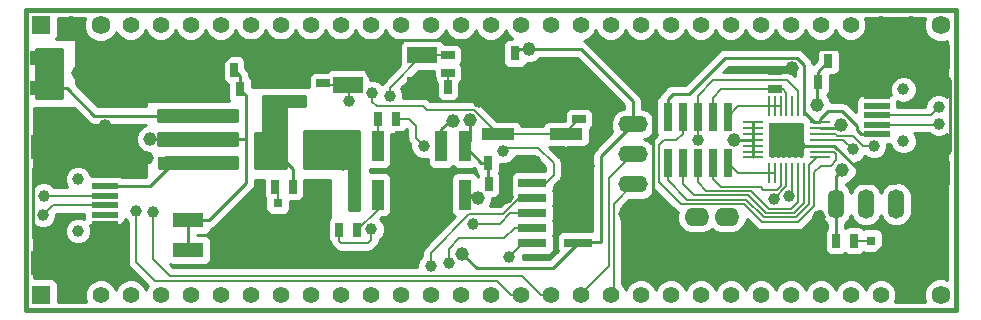
<source format=gtl>
G04 (created by PCBNEW-RS274X (2010-03-14)-final) date Tue 05 Apr 2011 06:41:08 PM CEST*
G01*
G70*
G90*
%MOIN*%
G04 Gerber Fmt 3.4, Leading zero omitted, Abs format*
%FSLAX34Y34*%
G04 APERTURE LIST*
%ADD10C,0.006000*%
%ADD11C,0.015000*%
%ADD12O,0.098400X0.056000*%
%ADD13O,0.056000X0.098400*%
%ADD14R,0.047200X0.031500*%
%ADD15R,0.031500X0.047200*%
%ADD16R,0.100000X0.050000*%
%ADD17R,0.039400X0.102400*%
%ADD18R,0.102400X0.039400*%
%ADD19R,0.094500X0.029900*%
%ADD20R,0.029900X0.094500*%
%ADD21R,0.031400X0.031400*%
%ADD22R,0.137800X0.080700*%
%ADD23R,0.157500X0.080700*%
%ADD24R,0.088600X0.019700*%
%ADD25C,0.039400*%
%ADD26R,0.108300X0.039400*%
%ADD27R,0.045000X0.025000*%
%ADD28R,0.025000X0.045000*%
%ADD29O,0.082700X0.063000*%
%ADD30C,0.062600*%
%ADD31C,0.055100*%
%ADD32R,0.063000X0.063000*%
%ADD33O,0.070900X0.009800*%
%ADD34O,0.009800X0.070900*%
%ADD35R,0.118100X0.118100*%
%ADD36C,0.043300*%
%ADD37R,0.098400X0.055100*%
%ADD38C,0.045300*%
%ADD39C,0.010200*%
%ADD40C,0.006300*%
%ADD41C,0.010000*%
G04 APERTURE END LIST*
G54D10*
G54D11*
X36500Y-28000D02*
X36500Y-18000D01*
X67500Y-28000D02*
X36500Y-28000D01*
X67500Y-18000D02*
X67500Y-28000D01*
X36500Y-18000D02*
X67500Y-18000D01*
G54D12*
X56745Y-21810D03*
X56745Y-22810D03*
X56745Y-23810D03*
X56745Y-24810D03*
G54D13*
X63520Y-24460D03*
X64520Y-24460D03*
X65520Y-24460D03*
X66520Y-24460D03*
G54D14*
X44680Y-21012D03*
X44680Y-19988D03*
G54D15*
X62908Y-20400D03*
X63932Y-20400D03*
X52812Y-19440D03*
X51788Y-19440D03*
X51908Y-23080D03*
X52932Y-23080D03*
X43652Y-20640D03*
X42628Y-20640D03*
G54D16*
X41925Y-25000D03*
X44075Y-25000D03*
X41925Y-26000D03*
X44075Y-26000D03*
X39295Y-20600D03*
X37145Y-20600D03*
X39295Y-19600D03*
X37145Y-19600D03*
G54D17*
X50346Y-24147D03*
X50346Y-22533D03*
X51134Y-24147D03*
X51134Y-22533D03*
G54D18*
X44673Y-22286D03*
X46287Y-22286D03*
X44673Y-23074D03*
X46287Y-23074D03*
G54D17*
X49027Y-22533D03*
X49027Y-24147D03*
X47453Y-24147D03*
X47453Y-22533D03*
X48240Y-24147D03*
X48240Y-22533D03*
G54D18*
X41413Y-21513D03*
X43027Y-21513D03*
X43027Y-23087D03*
X41413Y-23087D03*
X43027Y-22300D03*
X41413Y-22300D03*
G54D19*
X54928Y-24760D03*
X54928Y-25260D03*
X53392Y-24760D03*
X53392Y-25260D03*
X53392Y-25760D03*
X54928Y-25760D03*
X53392Y-24260D03*
X54928Y-24260D03*
X53392Y-23760D03*
X54928Y-23760D03*
G54D20*
X58900Y-21552D03*
X59400Y-21552D03*
X58900Y-23088D03*
X59400Y-23088D03*
X59900Y-23088D03*
X59900Y-21552D03*
X58400Y-23088D03*
X58400Y-21552D03*
X57900Y-23088D03*
X57900Y-21552D03*
G54D21*
X64665Y-25680D03*
X65255Y-25680D03*
X44900Y-24425D03*
X44900Y-25015D03*
G54D22*
X64870Y-23439D03*
G54D23*
X66543Y-23439D03*
X66543Y-19561D03*
G54D22*
X64870Y-19561D03*
G54D24*
X64870Y-22130D03*
X64870Y-21815D03*
X64870Y-21500D03*
X64870Y-21185D03*
X64870Y-20870D03*
G54D25*
X65756Y-20634D03*
X65756Y-22366D03*
G54D22*
X39130Y-22561D03*
G54D23*
X37457Y-22561D03*
X37457Y-26439D03*
G54D22*
X39130Y-26439D03*
G54D24*
X39130Y-23870D03*
X39130Y-24185D03*
X39130Y-24500D03*
X39130Y-24815D03*
X39130Y-25130D03*
G54D25*
X38244Y-25366D03*
X38244Y-23634D03*
G54D26*
X52248Y-20553D03*
X54512Y-20553D03*
X52248Y-22127D03*
X54512Y-22127D03*
G54D27*
X50574Y-20102D03*
X50574Y-19502D03*
G54D28*
X63520Y-25680D03*
X64120Y-25680D03*
G54D27*
X61485Y-20040D03*
X61485Y-20640D03*
G54D28*
X48240Y-21640D03*
X48840Y-21640D03*
X46944Y-25342D03*
X47544Y-25342D03*
X44820Y-23880D03*
X45420Y-23880D03*
G54D27*
X46428Y-19822D03*
X46428Y-20422D03*
G54D28*
X50574Y-20568D03*
X51174Y-20568D03*
X63260Y-19700D03*
X63860Y-19700D03*
X51940Y-23780D03*
X52540Y-23780D03*
G54D27*
X54940Y-21640D03*
X54940Y-21040D03*
X45600Y-21080D03*
X45600Y-20480D03*
G54D28*
X43440Y-19980D03*
X42840Y-19980D03*
G54D29*
X58870Y-24890D03*
X59870Y-24890D03*
G54D30*
X67000Y-27500D03*
G54D31*
X58000Y-27500D03*
X63000Y-27500D03*
X59000Y-27500D03*
X60000Y-27500D03*
X61000Y-27500D03*
X62000Y-27500D03*
X64000Y-27500D03*
X65000Y-27500D03*
G54D30*
X66000Y-27500D03*
G54D31*
X51000Y-27500D03*
X50000Y-27500D03*
X49000Y-27500D03*
X48000Y-27500D03*
X52000Y-27500D03*
X57000Y-27500D03*
X53000Y-27500D03*
X54000Y-27500D03*
X55000Y-27500D03*
X56000Y-27500D03*
X46000Y-27500D03*
X45000Y-27500D03*
X44000Y-27500D03*
X43000Y-27500D03*
X47000Y-27500D03*
G54D32*
X37000Y-27500D03*
G54D31*
X42000Y-27500D03*
G54D30*
X38000Y-27500D03*
G54D31*
X39000Y-27500D03*
X40000Y-27500D03*
X41000Y-27500D03*
G54D30*
X67000Y-18500D03*
G54D31*
X58000Y-18500D03*
X63000Y-18500D03*
X59000Y-18500D03*
X60000Y-18500D03*
X61000Y-18500D03*
X62000Y-18500D03*
X64000Y-18500D03*
G54D30*
X65000Y-18500D03*
X66000Y-18500D03*
G54D31*
X51000Y-18500D03*
X50000Y-18500D03*
X49000Y-18500D03*
X48000Y-18500D03*
X52000Y-18500D03*
X57000Y-18500D03*
X53000Y-18500D03*
X54000Y-18500D03*
X55000Y-18500D03*
X56000Y-18500D03*
X46000Y-18500D03*
X45000Y-18500D03*
X44000Y-18500D03*
X43000Y-18500D03*
X47000Y-18500D03*
G54D32*
X37000Y-18500D03*
G54D31*
X42000Y-18500D03*
G54D30*
X38000Y-18500D03*
X39000Y-18500D03*
G54D31*
X40000Y-18500D03*
X41000Y-18500D03*
G54D33*
X62982Y-22911D03*
X62982Y-22714D03*
X62982Y-22517D03*
X62982Y-22320D03*
X62982Y-22123D03*
X62982Y-21926D03*
X62982Y-21729D03*
G54D34*
X62451Y-21198D03*
X62254Y-21198D03*
X62057Y-21198D03*
X61860Y-21198D03*
X61663Y-21198D03*
X61466Y-21198D03*
X61269Y-21198D03*
G54D33*
X60738Y-21729D03*
X60738Y-21926D03*
X60738Y-22123D03*
X60738Y-22320D03*
X60738Y-22517D03*
X60738Y-22714D03*
X60738Y-22911D03*
G54D34*
X61269Y-23442D03*
X61466Y-23442D03*
X61663Y-23442D03*
X61860Y-23442D03*
X62057Y-23442D03*
X62254Y-23442D03*
X62451Y-23442D03*
G54D35*
X61860Y-22320D03*
G54D36*
X61560Y-21972D03*
X61860Y-22320D03*
X62160Y-22677D03*
X62160Y-21972D03*
X61560Y-22677D03*
G54D37*
X47248Y-20482D03*
X47248Y-19498D03*
X49728Y-20482D03*
X49728Y-19498D03*
G54D25*
X48020Y-25300D03*
G54D38*
X62950Y-24910D03*
X53470Y-23075D03*
X55240Y-23200D03*
X52540Y-24220D03*
X57275Y-21205D03*
X48050Y-20050D03*
X49255Y-22805D03*
X51610Y-21040D03*
X40540Y-22940D03*
X62030Y-19945D03*
X39135Y-21860D03*
X38260Y-20100D03*
X49875Y-23555D03*
X62700Y-19280D03*
X66440Y-20220D03*
X66420Y-22780D03*
X37580Y-25815D03*
X37585Y-23200D03*
X44080Y-24380D03*
G54D25*
X48060Y-20768D03*
X47265Y-21035D03*
X48642Y-20862D03*
X52620Y-26220D03*
X50600Y-26440D03*
X50000Y-26540D03*
X49770Y-22520D03*
X51400Y-25120D03*
X52420Y-22690D03*
X61440Y-24290D03*
X64080Y-22640D03*
X64780Y-22520D03*
X40180Y-24700D03*
X40740Y-24720D03*
X61950Y-24200D03*
G54D38*
X40640Y-22300D03*
X51060Y-26120D03*
X51580Y-24260D03*
X47075Y-23130D03*
X53280Y-19300D03*
X51315Y-21675D03*
X44680Y-21520D03*
X63720Y-23340D03*
X63690Y-21830D03*
X60120Y-22322D03*
X62875Y-21150D03*
X50740Y-21685D03*
G54D25*
X58900Y-22320D03*
X37080Y-24820D03*
X37100Y-24180D03*
X66940Y-21240D03*
X66940Y-21780D03*
G54D39*
X37880Y-20600D02*
X38793Y-21513D01*
X41413Y-21513D02*
X43027Y-21513D01*
X37145Y-20600D02*
X37880Y-20600D01*
X38793Y-21513D02*
X41413Y-21513D01*
X37145Y-19600D02*
X37145Y-20600D01*
X39130Y-23870D02*
X40630Y-23870D01*
X40630Y-23870D02*
X41413Y-23087D01*
X41413Y-23087D02*
X43027Y-23087D01*
X62451Y-21198D02*
X62451Y-19831D01*
X57900Y-20965D02*
X57900Y-21552D01*
X58075Y-20790D02*
X57900Y-20965D01*
X58600Y-20790D02*
X58075Y-20790D01*
X59810Y-19580D02*
X58600Y-20790D01*
X62200Y-19580D02*
X59810Y-19580D01*
X62451Y-19831D02*
X62200Y-19580D01*
X62982Y-21729D02*
X62774Y-21729D01*
X62451Y-21406D02*
X62451Y-21198D01*
X62774Y-21729D02*
X62451Y-21406D01*
X62982Y-21729D02*
X62982Y-21631D01*
X63310Y-21365D02*
X63248Y-21365D01*
X64330Y-22130D02*
X64870Y-22130D01*
X64205Y-22005D02*
X64330Y-22130D01*
X64205Y-21850D02*
X64205Y-22005D01*
X63720Y-21365D02*
X64205Y-21850D01*
X63310Y-21365D02*
X63720Y-21365D01*
X62982Y-21631D02*
X63248Y-21365D01*
G54D40*
X46944Y-25342D02*
X46944Y-25710D01*
X48020Y-25668D02*
X48020Y-25300D01*
X47922Y-25766D02*
X48020Y-25668D01*
X47000Y-25766D02*
X47922Y-25766D01*
X46944Y-25710D02*
X47000Y-25766D01*
X61466Y-23442D02*
X61269Y-23442D01*
X61269Y-23442D02*
X61267Y-23440D01*
X61267Y-23440D02*
X60252Y-23440D01*
X60252Y-23440D02*
X59900Y-23088D01*
X62982Y-22911D02*
X62869Y-22911D01*
X57900Y-23660D02*
X57900Y-23088D01*
X58560Y-24320D02*
X57900Y-23660D01*
X60520Y-24320D02*
X58560Y-24320D01*
X61110Y-24910D02*
X60520Y-24320D01*
X62180Y-24910D02*
X61110Y-24910D01*
X62625Y-24465D02*
X62180Y-24910D01*
X62625Y-23155D02*
X62625Y-24465D01*
X62869Y-22911D02*
X62625Y-23155D01*
X62254Y-23442D02*
X62254Y-24381D01*
X58900Y-23740D02*
X58900Y-23088D01*
X59190Y-24030D02*
X58900Y-23740D01*
X60675Y-24030D02*
X59190Y-24030D01*
X61275Y-24630D02*
X60675Y-24030D01*
X62005Y-24630D02*
X61275Y-24630D01*
X62254Y-24381D02*
X62005Y-24630D01*
X62451Y-23442D02*
X62451Y-24436D01*
X58400Y-23795D02*
X58400Y-23088D01*
X58775Y-24170D02*
X58400Y-23795D01*
X60593Y-24170D02*
X58775Y-24170D01*
X61193Y-24770D02*
X60593Y-24170D01*
X62117Y-24770D02*
X61193Y-24770D01*
X62451Y-24436D02*
X62117Y-24770D01*
G54D39*
X65255Y-25680D02*
X65255Y-25685D01*
X62950Y-25950D02*
X62950Y-24910D01*
X63280Y-26280D02*
X62950Y-25950D01*
X64660Y-26280D02*
X63280Y-26280D01*
X65255Y-25685D02*
X64660Y-26280D01*
X53540Y-23080D02*
X53470Y-23075D01*
X53540Y-23080D02*
X52932Y-23080D01*
X52540Y-23780D02*
X52540Y-24220D01*
X57400Y-24155D02*
X57400Y-21330D01*
X57400Y-21330D02*
X57275Y-21205D01*
X57400Y-24155D02*
X56745Y-24810D01*
X62982Y-22517D02*
X62057Y-22517D01*
X62057Y-22517D02*
X61860Y-22320D01*
X51174Y-20568D02*
X52233Y-20568D01*
X52233Y-20568D02*
X52248Y-20553D01*
X52248Y-20553D02*
X52248Y-19900D01*
X52248Y-19900D02*
X51788Y-19440D01*
X51610Y-21040D02*
X50286Y-21040D01*
X50286Y-21040D02*
X49728Y-20482D01*
X47248Y-19498D02*
X47498Y-19498D01*
X48520Y-19580D02*
X48050Y-20050D01*
X48520Y-19580D02*
X48520Y-19000D01*
X47498Y-19498D02*
X48050Y-20050D01*
X46428Y-19822D02*
X46924Y-19822D01*
X46924Y-19822D02*
X47248Y-19498D01*
X45600Y-20480D02*
X45600Y-20000D01*
X45778Y-19822D02*
X46428Y-19822D01*
X45600Y-20000D02*
X45778Y-19822D01*
X49027Y-22533D02*
X49027Y-22577D01*
X49027Y-22577D02*
X49255Y-22805D01*
X52097Y-20553D02*
X52248Y-20553D01*
X51610Y-21040D02*
X52097Y-20553D01*
X40161Y-22561D02*
X40540Y-22940D01*
X40161Y-22561D02*
X39130Y-22561D01*
X62982Y-22517D02*
X63457Y-22517D01*
X63457Y-22517D02*
X64379Y-23439D01*
X64379Y-23439D02*
X64870Y-23439D01*
X61485Y-20040D02*
X61935Y-20040D01*
X61935Y-20040D02*
X62030Y-19945D01*
X63860Y-19700D02*
X64731Y-19700D01*
X64731Y-19700D02*
X64870Y-19561D01*
X63932Y-20400D02*
X63932Y-19772D01*
X63932Y-19772D02*
X63860Y-19700D01*
X39130Y-21830D02*
X39130Y-22561D01*
X39130Y-21830D02*
X39135Y-21860D01*
X38260Y-20100D02*
X38760Y-19600D01*
X39295Y-19600D02*
X38760Y-19600D01*
X49875Y-23555D02*
X49875Y-23676D01*
X49875Y-23676D02*
X50346Y-24147D01*
X49027Y-22702D02*
X49027Y-22533D01*
X50346Y-24147D02*
X49027Y-24147D01*
X49027Y-24147D02*
X49027Y-22533D01*
X62700Y-19280D02*
X64589Y-19280D01*
X64589Y-19280D02*
X64870Y-19561D01*
X65255Y-25680D02*
X65720Y-25680D01*
X66520Y-24880D02*
X66520Y-24460D01*
X65720Y-25680D02*
X66520Y-24880D01*
X66543Y-23439D02*
X66543Y-24437D01*
X66543Y-24437D02*
X66520Y-24460D01*
X54928Y-23760D02*
X54928Y-24260D01*
X54928Y-24260D02*
X54928Y-24760D01*
X54928Y-24760D02*
X54928Y-25260D01*
X54928Y-23760D02*
X54928Y-23512D01*
X54928Y-23512D02*
X55240Y-23200D01*
X55240Y-23200D02*
X55240Y-22720D01*
X55240Y-22720D02*
X55660Y-22300D01*
X55660Y-22300D02*
X55660Y-21400D01*
X55660Y-21400D02*
X55300Y-21040D01*
X55300Y-21040D02*
X54940Y-21040D01*
X45680Y-19000D02*
X43820Y-19000D01*
X43820Y-19000D02*
X42840Y-19980D01*
X45600Y-20480D02*
X45172Y-20480D01*
X45172Y-20480D02*
X44680Y-19988D01*
X66543Y-23439D02*
X66543Y-26957D01*
X66543Y-26957D02*
X66000Y-27500D01*
X64870Y-19561D02*
X64870Y-18630D01*
X64870Y-18630D02*
X65000Y-18500D01*
X66543Y-23439D02*
X66561Y-23439D01*
X67300Y-20318D02*
X66543Y-19561D01*
X67300Y-22700D02*
X67300Y-20318D01*
X66561Y-23439D02*
X67300Y-22700D01*
X66543Y-20117D02*
X66543Y-19561D01*
X66440Y-20220D02*
X66543Y-20117D01*
X66543Y-22903D02*
X66543Y-23439D01*
X66420Y-22780D02*
X66543Y-22903D01*
X51788Y-19440D02*
X51788Y-19308D01*
X51480Y-19000D02*
X48520Y-19000D01*
X51788Y-19308D02*
X51480Y-19000D01*
X48520Y-19000D02*
X45680Y-19000D01*
X45680Y-19000D02*
X45668Y-19000D01*
X45668Y-19000D02*
X44680Y-19988D01*
X37457Y-26439D02*
X37457Y-26297D01*
X36740Y-23278D02*
X37457Y-22561D01*
X36740Y-25580D02*
X36740Y-23278D01*
X37457Y-26297D02*
X36740Y-25580D01*
X44075Y-25000D02*
X44885Y-25000D01*
X44885Y-25000D02*
X44900Y-25015D01*
X37457Y-25903D02*
X37457Y-26439D01*
X37580Y-25815D02*
X37457Y-25903D01*
X37585Y-23200D02*
X37457Y-23097D01*
X37457Y-23097D02*
X37457Y-22561D01*
X44080Y-24380D02*
X44075Y-24385D01*
X44075Y-24385D02*
X44075Y-25000D01*
X51788Y-19440D02*
X51775Y-19440D01*
X52540Y-23780D02*
X52540Y-23472D01*
X52540Y-23472D02*
X52932Y-23080D01*
X54940Y-21040D02*
X54940Y-20981D01*
X54940Y-20981D02*
X54512Y-20553D01*
X42840Y-19980D02*
X39675Y-19980D01*
X39675Y-19980D02*
X39295Y-19600D01*
X42840Y-19980D02*
X42840Y-20428D01*
X42840Y-20428D02*
X42628Y-20640D01*
X44075Y-25000D02*
X44075Y-26000D01*
X39295Y-20600D02*
X39295Y-19600D01*
X64870Y-23439D02*
X66543Y-23439D01*
X64870Y-19561D02*
X66543Y-19561D01*
X64870Y-20870D02*
X64870Y-20360D01*
X64870Y-20360D02*
X64870Y-19561D01*
X39130Y-25130D02*
X39130Y-26439D01*
X37457Y-22561D02*
X39130Y-22561D01*
X38000Y-27500D02*
X38069Y-27500D01*
X38069Y-27500D02*
X39130Y-26439D01*
X39130Y-26439D02*
X37457Y-26439D01*
X52248Y-20553D02*
X54512Y-20553D01*
G54D40*
X48197Y-21195D02*
X48060Y-21058D01*
X49755Y-21195D02*
X48197Y-21195D01*
X49755Y-21195D02*
X49875Y-21315D01*
X49875Y-21315D02*
X51436Y-21315D01*
X51436Y-21315D02*
X52248Y-22127D01*
X48060Y-21058D02*
X48060Y-20768D01*
X54512Y-22127D02*
X54512Y-22308D01*
X54512Y-22127D02*
X54512Y-22068D01*
X54512Y-22068D02*
X54940Y-21640D01*
X52248Y-22127D02*
X54512Y-22127D01*
X47248Y-20482D02*
X46488Y-20482D01*
X46488Y-20482D02*
X46428Y-20422D01*
X47265Y-21035D02*
X47265Y-20499D01*
X47265Y-20499D02*
X47248Y-20482D01*
X49728Y-19498D02*
X48642Y-20584D01*
X48642Y-20862D02*
X48642Y-20584D01*
X49728Y-19498D02*
X50570Y-19498D01*
X50570Y-19498D02*
X50574Y-19502D01*
X55000Y-27500D02*
X55360Y-27140D01*
X55955Y-23600D02*
X56745Y-22810D01*
X55955Y-26545D02*
X55955Y-23600D01*
X55360Y-27140D02*
X55955Y-26545D01*
X53080Y-25760D02*
X53392Y-25760D01*
X52620Y-26220D02*
X53080Y-25760D01*
X50600Y-25960D02*
X50960Y-25600D01*
X50600Y-26440D02*
X50600Y-25960D01*
X52800Y-25260D02*
X53392Y-25260D01*
X52460Y-25600D02*
X52800Y-25260D01*
X50960Y-25600D02*
X52460Y-25600D01*
X51250Y-24830D02*
X51280Y-24800D01*
X51250Y-24830D02*
X50000Y-26080D01*
X50000Y-26540D02*
X50000Y-26080D01*
X52427Y-24807D02*
X52427Y-24793D01*
X52420Y-24800D02*
X52427Y-24807D01*
X51280Y-24800D02*
X52420Y-24800D01*
X52427Y-24793D02*
X52960Y-24260D01*
X52960Y-24260D02*
X53392Y-24260D01*
X53392Y-24260D02*
X52960Y-24260D01*
X50000Y-26540D02*
X50000Y-26260D01*
X56745Y-23810D02*
X56105Y-24450D01*
X56105Y-27395D02*
X56000Y-27500D01*
X56105Y-24450D02*
X56105Y-27395D01*
X49280Y-21640D02*
X48840Y-21640D01*
X49510Y-21870D02*
X49280Y-21640D01*
X49510Y-22260D02*
X49510Y-21870D01*
X49770Y-22520D02*
X49510Y-22260D01*
X51400Y-25120D02*
X52301Y-25120D01*
X52301Y-25120D02*
X52661Y-24760D01*
X53392Y-24760D02*
X52661Y-24760D01*
X53830Y-23760D02*
X53392Y-23760D01*
X54100Y-23490D02*
X53830Y-23760D01*
X54100Y-23110D02*
X54100Y-23490D01*
X53570Y-22580D02*
X54100Y-23110D01*
X52530Y-22580D02*
X53570Y-22580D01*
X52420Y-22690D02*
X52530Y-22580D01*
X62982Y-22714D02*
X63434Y-22714D01*
X58400Y-22130D02*
X58400Y-21552D01*
X58195Y-22335D02*
X58400Y-22130D01*
X57780Y-22335D02*
X58195Y-22335D01*
X57610Y-22505D02*
X57780Y-22335D01*
X57610Y-23740D02*
X57610Y-22505D01*
X58330Y-24460D02*
X57610Y-23740D01*
X60440Y-24460D02*
X58330Y-24460D01*
X61040Y-25060D02*
X60440Y-24460D01*
X62242Y-25060D02*
X61040Y-25060D01*
X62785Y-24517D02*
X62242Y-25060D01*
X62785Y-23395D02*
X62785Y-24517D01*
X63000Y-23180D02*
X62785Y-23395D01*
X63260Y-23180D02*
X63000Y-23180D01*
X63340Y-23180D02*
X63260Y-23180D01*
X63510Y-23010D02*
X63340Y-23180D01*
X63510Y-22790D02*
X63510Y-23010D01*
X63434Y-22714D02*
X63510Y-22790D01*
X62982Y-22714D02*
X63329Y-22714D01*
X61663Y-23442D02*
X61663Y-23847D01*
X59675Y-23890D02*
X59400Y-23615D01*
X59400Y-23615D02*
X59400Y-23088D01*
X61000Y-23890D02*
X59675Y-23890D01*
X61090Y-23980D02*
X61000Y-23890D01*
X61530Y-23980D02*
X61090Y-23980D01*
X61663Y-23847D02*
X61530Y-23980D01*
X61663Y-23442D02*
X61663Y-23787D01*
X61860Y-23870D02*
X61440Y-24290D01*
X61860Y-23442D02*
X61860Y-23865D01*
X61860Y-23865D02*
X61860Y-23870D01*
X62982Y-22320D02*
X63760Y-22320D01*
X63760Y-22320D02*
X64080Y-22640D01*
X64780Y-22520D02*
X64410Y-22520D01*
X64380Y-22490D02*
X64070Y-22180D01*
X64070Y-22180D02*
X63560Y-22180D01*
X63560Y-22180D02*
X63503Y-22123D01*
X62982Y-22123D02*
X63503Y-22123D01*
X64410Y-22520D02*
X64380Y-22490D01*
X53000Y-27500D02*
X52680Y-27500D01*
X40180Y-26400D02*
X40180Y-24700D01*
X40800Y-27020D02*
X40180Y-26400D01*
X52200Y-27020D02*
X40800Y-27020D01*
X52680Y-27500D02*
X52200Y-27020D01*
X41302Y-26852D02*
X40740Y-26290D01*
X40740Y-26290D02*
X40740Y-24720D01*
X54000Y-27500D02*
X53680Y-27500D01*
X53680Y-27500D02*
X53032Y-26852D01*
X53032Y-26852D02*
X41302Y-26852D01*
X61663Y-21198D02*
X61466Y-21198D01*
X61466Y-21198D02*
X61269Y-21198D01*
X61269Y-21198D02*
X61267Y-21200D01*
X61267Y-21200D02*
X60252Y-21200D01*
X60252Y-21200D02*
X59900Y-21552D01*
X62057Y-24093D02*
X61950Y-24200D01*
X62057Y-23868D02*
X62057Y-23442D01*
X62057Y-23868D02*
X62057Y-24093D01*
G54D39*
X43652Y-20640D02*
X43652Y-20192D01*
X43652Y-20192D02*
X43440Y-19980D01*
X43860Y-22300D02*
X43860Y-20848D01*
X43860Y-20848D02*
X43652Y-20640D01*
X40640Y-22300D02*
X41413Y-22300D01*
X41925Y-25000D02*
X41925Y-26000D01*
X43027Y-22300D02*
X43860Y-22300D01*
X42615Y-25000D02*
X41925Y-25000D01*
X43860Y-23755D02*
X42615Y-25000D01*
X43860Y-22440D02*
X43860Y-23755D01*
X43860Y-22300D02*
X43860Y-22440D01*
X41413Y-22300D02*
X43027Y-22300D01*
X53200Y-26600D02*
X54088Y-26600D01*
X51540Y-26600D02*
X51060Y-26120D01*
X51540Y-26600D02*
X53200Y-26600D01*
X54088Y-26600D02*
X54928Y-25760D01*
X51134Y-24147D02*
X51467Y-24147D01*
X51467Y-24147D02*
X51580Y-24260D01*
X47075Y-23130D02*
X46343Y-23130D01*
X46343Y-23130D02*
X46287Y-23074D01*
X46287Y-22286D02*
X47206Y-22286D01*
X47206Y-22286D02*
X47453Y-22533D01*
X55680Y-25740D02*
X54948Y-25740D01*
X54948Y-25740D02*
X54928Y-25760D01*
X55680Y-23020D02*
X55680Y-22875D01*
X55680Y-25740D02*
X55680Y-23020D01*
X56745Y-21810D02*
X55680Y-22875D01*
X53280Y-19300D02*
X55000Y-19300D01*
X55000Y-19300D02*
X56740Y-21040D01*
X56740Y-21040D02*
X56745Y-21810D01*
X47453Y-22533D02*
X47453Y-24147D01*
X47453Y-22533D02*
X47453Y-22867D01*
X53280Y-19300D02*
X52952Y-19300D01*
X52952Y-19300D02*
X52812Y-19440D01*
X46287Y-22286D02*
X46287Y-23074D01*
X51315Y-21675D02*
X51315Y-22352D01*
X51315Y-22352D02*
X51134Y-22533D01*
X51908Y-23080D02*
X51681Y-23080D01*
X51681Y-23080D02*
X51134Y-22533D01*
X51908Y-23080D02*
X51908Y-23748D01*
X51908Y-23748D02*
X51940Y-23780D01*
X44673Y-22286D02*
X44673Y-21527D01*
X44673Y-21527D02*
X44680Y-21520D01*
X44673Y-22286D02*
X44673Y-23074D01*
X45420Y-23880D02*
X45420Y-23305D01*
X45189Y-23074D02*
X44673Y-23074D01*
X45420Y-23305D02*
X45189Y-23074D01*
X44680Y-21012D02*
X44680Y-21520D01*
X45600Y-21080D02*
X44748Y-21080D01*
X44748Y-21080D02*
X44680Y-21012D01*
X44680Y-21520D02*
X44673Y-21527D01*
X63520Y-23580D02*
X63520Y-23540D01*
X63520Y-23580D02*
X63520Y-24460D01*
X63520Y-23540D02*
X63720Y-23340D01*
X63594Y-21926D02*
X63690Y-21830D01*
X63594Y-21926D02*
X62982Y-21926D01*
X60120Y-22322D02*
X60736Y-22322D01*
X60736Y-22322D02*
X60738Y-22320D01*
X60146Y-22320D02*
X60120Y-22322D01*
X60738Y-21729D02*
X60738Y-21926D01*
X60738Y-21926D02*
X60738Y-22123D01*
X60738Y-22123D02*
X60738Y-22320D01*
X60738Y-22320D02*
X60738Y-22517D01*
X60738Y-22517D02*
X60738Y-22714D01*
X60738Y-22714D02*
X60738Y-22911D01*
X62875Y-21150D02*
X62875Y-20433D01*
X62875Y-20433D02*
X62908Y-20400D01*
X62908Y-20400D02*
X62908Y-20052D01*
X62908Y-20052D02*
X63260Y-19700D01*
X63520Y-24460D02*
X63520Y-25680D01*
X50740Y-21685D02*
X50635Y-21685D01*
X50346Y-21974D02*
X50346Y-22533D01*
X50635Y-21685D02*
X50346Y-21974D01*
G54D40*
X62254Y-21198D02*
X62254Y-20704D01*
X58900Y-20865D02*
X58900Y-21552D01*
X59425Y-20340D02*
X58900Y-20865D01*
X61890Y-20340D02*
X59425Y-20340D01*
X62254Y-20704D02*
X61890Y-20340D01*
X58900Y-21552D02*
X58900Y-22320D01*
X61485Y-20640D02*
X59695Y-20640D01*
X59400Y-20935D02*
X59400Y-21552D01*
X59695Y-20640D02*
X59400Y-20935D01*
X61860Y-21198D02*
X61860Y-20770D01*
X61730Y-20640D02*
X61485Y-20640D01*
X61860Y-20770D02*
X61730Y-20640D01*
X48240Y-24147D02*
X48240Y-24646D01*
X48240Y-24646D02*
X47544Y-25342D01*
X48240Y-24147D02*
X48240Y-24560D01*
X44900Y-24425D02*
X44900Y-23960D01*
X44900Y-23960D02*
X44820Y-23880D01*
X50574Y-20102D02*
X50574Y-20568D01*
X37400Y-24500D02*
X39130Y-24500D01*
X37080Y-24820D02*
X37400Y-24500D01*
X37105Y-24185D02*
X39130Y-24185D01*
X37100Y-24180D02*
X37105Y-24185D01*
X66680Y-21500D02*
X64870Y-21500D01*
X66940Y-21240D02*
X66680Y-21500D01*
X48240Y-22533D02*
X48240Y-21640D01*
X66925Y-21815D02*
X64870Y-21815D01*
X66940Y-21780D02*
X66925Y-21815D01*
X64120Y-25680D02*
X64665Y-25680D01*
G54D41*
X36834Y-19282D02*
X37700Y-19282D01*
X36834Y-19362D02*
X37700Y-19362D01*
X36834Y-19442D02*
X37700Y-19442D01*
X36834Y-19522D02*
X37700Y-19522D01*
X36834Y-19602D02*
X37700Y-19602D01*
X36834Y-19682D02*
X37700Y-19682D01*
X36834Y-19762D02*
X37700Y-19762D01*
X36834Y-19842D02*
X37700Y-19842D01*
X36834Y-19922D02*
X37700Y-19922D01*
X36834Y-20002D02*
X37700Y-20002D01*
X36834Y-20082D02*
X37700Y-20082D01*
X36834Y-20162D02*
X37700Y-20162D01*
X36834Y-20242D02*
X37700Y-20242D01*
X36834Y-20322D02*
X37700Y-20322D01*
X36834Y-20402D02*
X37700Y-20402D01*
X36834Y-20482D02*
X37700Y-20482D01*
X36834Y-20562D02*
X37700Y-20562D01*
X36834Y-20642D02*
X37700Y-20642D01*
X36834Y-20722D02*
X37700Y-20722D01*
X36834Y-20802D02*
X37700Y-20802D01*
X36834Y-20882D02*
X37700Y-20882D01*
X37700Y-20916D02*
X37700Y-19282D01*
X36834Y-19282D01*
X36834Y-20916D01*
X37700Y-20916D01*
X40910Y-21325D02*
X43530Y-21325D01*
X40910Y-21405D02*
X43530Y-21405D01*
X40910Y-21485D02*
X43530Y-21485D01*
X40910Y-21565D02*
X43530Y-21565D01*
X40910Y-21645D02*
X43530Y-21645D01*
X43530Y-21700D02*
X43530Y-21325D01*
X40910Y-21325D01*
X40910Y-21700D01*
X43530Y-21700D01*
X40910Y-22110D02*
X43530Y-22110D01*
X40910Y-22190D02*
X43530Y-22190D01*
X40910Y-22270D02*
X43530Y-22270D01*
X40910Y-22350D02*
X43530Y-22350D01*
X40910Y-22430D02*
X43530Y-22430D01*
X43530Y-22490D02*
X43530Y-22110D01*
X40910Y-22110D01*
X40910Y-22490D01*
X43530Y-22490D01*
X41195Y-22900D02*
X43530Y-22900D01*
X41143Y-22980D02*
X43530Y-22980D01*
X41091Y-23060D02*
X43530Y-23060D01*
X41039Y-23140D02*
X43530Y-23140D01*
X40987Y-23220D02*
X43530Y-23220D01*
X43530Y-23275D02*
X43530Y-22900D01*
X41195Y-22900D01*
X40952Y-23275D01*
X43530Y-23275D01*
X44410Y-20864D02*
X45820Y-20864D01*
X44410Y-20944D02*
X45820Y-20944D01*
X44410Y-21024D02*
X45820Y-21024D01*
X44410Y-21104D02*
X45820Y-21104D01*
X44410Y-21184D02*
X45820Y-21184D01*
X44410Y-21264D02*
X45195Y-21264D01*
X44410Y-21344D02*
X45195Y-21344D01*
X44410Y-21424D02*
X45195Y-21424D01*
X44410Y-21504D02*
X45195Y-21504D01*
X44410Y-21584D02*
X45195Y-21584D01*
X44410Y-21664D02*
X45195Y-21664D01*
X44410Y-21744D02*
X45195Y-21744D01*
X44410Y-21824D02*
X45195Y-21824D01*
X44410Y-21904D02*
X45195Y-21904D01*
X44410Y-21984D02*
X45195Y-21984D01*
X44410Y-22064D02*
X45195Y-22064D01*
X44161Y-22144D02*
X45195Y-22144D01*
X44161Y-22224D02*
X45195Y-22224D01*
X44161Y-22304D02*
X45195Y-22304D01*
X44161Y-22384D02*
X45195Y-22384D01*
X44161Y-22464D02*
X45195Y-22464D01*
X44161Y-22544D02*
X45195Y-22544D01*
X44161Y-22624D02*
X45195Y-22624D01*
X44161Y-22704D02*
X45195Y-22704D01*
X44161Y-22784D02*
X45195Y-22784D01*
X44161Y-22864D02*
X45195Y-22864D01*
X44161Y-22944D02*
X45195Y-22944D01*
X44161Y-23024D02*
X45195Y-23024D01*
X44161Y-23104D02*
X45195Y-23104D01*
X44161Y-23184D02*
X45195Y-23184D01*
X44161Y-23264D02*
X45195Y-23264D01*
X45195Y-23265D02*
X45195Y-21210D01*
X45820Y-21210D01*
X45820Y-20864D01*
X44410Y-20864D01*
X44410Y-22082D01*
X44161Y-22082D01*
X44161Y-22300D01*
X44161Y-22440D01*
X44161Y-23265D01*
X45195Y-23265D01*
X45785Y-22015D02*
X47602Y-22015D01*
X45785Y-22095D02*
X47602Y-22095D01*
X45785Y-22175D02*
X47602Y-22175D01*
X45785Y-22255D02*
X47602Y-22255D01*
X45785Y-22335D02*
X47602Y-22335D01*
X45785Y-22415D02*
X47602Y-22415D01*
X45785Y-22495D02*
X47602Y-22495D01*
X45785Y-22575D02*
X47602Y-22575D01*
X45785Y-22655D02*
X47602Y-22655D01*
X45785Y-22735D02*
X47602Y-22735D01*
X45785Y-22815D02*
X47602Y-22815D01*
X45785Y-22895D02*
X47602Y-22895D01*
X45785Y-22975D02*
X47602Y-22975D01*
X45785Y-23055D02*
X47602Y-23055D01*
X45785Y-23135D02*
X47602Y-23135D01*
X45785Y-23215D02*
X47602Y-23215D01*
X47269Y-23295D02*
X47602Y-23295D01*
X47269Y-23375D02*
X47602Y-23375D01*
X47269Y-23455D02*
X47602Y-23455D01*
X47269Y-23535D02*
X47602Y-23535D01*
X47269Y-23615D02*
X47602Y-23615D01*
X47269Y-23695D02*
X47602Y-23695D01*
X47269Y-23775D02*
X47602Y-23775D01*
X47269Y-23855D02*
X47602Y-23855D01*
X47269Y-23935D02*
X47602Y-23935D01*
X47268Y-24015D02*
X47602Y-24015D01*
X47268Y-24095D02*
X47602Y-24095D01*
X47268Y-24175D02*
X47602Y-24175D01*
X47268Y-24255D02*
X47602Y-24255D01*
X47268Y-24335D02*
X47602Y-24335D01*
X47268Y-24415D02*
X47602Y-24415D01*
X47268Y-24495D02*
X47602Y-24495D01*
X47268Y-24575D02*
X47602Y-24575D01*
X47602Y-24648D02*
X47602Y-22015D01*
X45785Y-22015D01*
X45785Y-23264D01*
X47270Y-23263D01*
X47268Y-24648D01*
X47602Y-24648D01*
X66116Y-22096D02*
X66625Y-22096D01*
X66160Y-22176D02*
X66730Y-22176D01*
X67148Y-22176D02*
X67225Y-22176D01*
X66193Y-22256D02*
X67225Y-22256D01*
X66202Y-22336D02*
X67225Y-22336D01*
X66202Y-22416D02*
X67225Y-22416D01*
X65226Y-22496D02*
X65326Y-22496D01*
X66185Y-22496D02*
X67225Y-22496D01*
X65226Y-22576D02*
X65360Y-22576D01*
X66151Y-22576D02*
X67225Y-22576D01*
X65206Y-22656D02*
X65415Y-22656D01*
X66096Y-22656D02*
X67225Y-22656D01*
X65173Y-22736D02*
X65495Y-22736D01*
X66016Y-22736D02*
X67225Y-22736D01*
X65114Y-22816D02*
X67225Y-22816D01*
X64454Y-22896D02*
X64525Y-22896D01*
X65034Y-22896D02*
X67225Y-22896D01*
X64374Y-22976D02*
X67225Y-22976D01*
X64240Y-23056D02*
X67225Y-23056D01*
X64151Y-23136D02*
X67225Y-23136D01*
X64184Y-23216D02*
X67225Y-23216D01*
X64196Y-23296D02*
X67225Y-23296D01*
X64196Y-23376D02*
X67225Y-23376D01*
X64187Y-23456D02*
X67225Y-23456D01*
X64153Y-23536D02*
X67225Y-23536D01*
X64117Y-23616D02*
X67225Y-23616D01*
X64037Y-23696D02*
X67225Y-23696D01*
X63910Y-23776D02*
X64268Y-23776D01*
X64774Y-23776D02*
X65268Y-23776D01*
X65774Y-23776D02*
X67225Y-23776D01*
X63877Y-23856D02*
X64163Y-23856D01*
X64878Y-23856D02*
X65163Y-23856D01*
X65878Y-23856D02*
X67225Y-23856D01*
X63957Y-23936D02*
X64083Y-23936D01*
X64958Y-23936D02*
X65083Y-23936D01*
X65958Y-23936D02*
X67225Y-23936D01*
X57448Y-24016D02*
X57488Y-24016D01*
X63993Y-24016D02*
X64047Y-24016D01*
X64993Y-24016D02*
X65047Y-24016D01*
X65993Y-24016D02*
X67225Y-24016D01*
X57415Y-24096D02*
X57568Y-24096D01*
X66026Y-24096D02*
X67225Y-24096D01*
X57340Y-24176D02*
X57648Y-24176D01*
X66040Y-24176D02*
X67225Y-24176D01*
X57252Y-24256D02*
X57728Y-24256D01*
X66040Y-24256D02*
X67225Y-24256D01*
X56616Y-24336D02*
X57808Y-24336D01*
X66040Y-24336D02*
X67225Y-24336D01*
X56536Y-24416D02*
X57888Y-24416D01*
X66040Y-24416D02*
X67225Y-24416D01*
X56456Y-24496D02*
X57968Y-24496D01*
X66040Y-24496D02*
X67225Y-24496D01*
X56386Y-24576D02*
X58048Y-24576D01*
X66040Y-24576D02*
X67225Y-24576D01*
X56386Y-24656D02*
X58128Y-24656D01*
X66040Y-24656D02*
X67225Y-24656D01*
X56386Y-24736D02*
X58224Y-24736D01*
X62962Y-24736D02*
X63000Y-24736D01*
X66040Y-24736D02*
X67225Y-24736D01*
X56386Y-24816D02*
X58206Y-24816D01*
X62882Y-24816D02*
X63011Y-24816D01*
X66029Y-24816D02*
X67225Y-24816D01*
X56386Y-24896D02*
X58206Y-24896D01*
X62802Y-24896D02*
X63044Y-24896D01*
X63995Y-24896D02*
X64044Y-24896D01*
X64995Y-24896D02*
X65044Y-24896D01*
X65996Y-24896D02*
X67225Y-24896D01*
X56386Y-24976D02*
X58206Y-24976D01*
X60534Y-24976D02*
X60559Y-24976D01*
X62722Y-24976D02*
X63077Y-24976D01*
X63963Y-24976D02*
X64077Y-24976D01*
X64963Y-24976D02*
X65077Y-24976D01*
X65963Y-24976D02*
X67225Y-24976D01*
X56386Y-25056D02*
X58229Y-25056D01*
X60510Y-25056D02*
X60639Y-25056D01*
X62643Y-25056D02*
X63155Y-25056D01*
X63885Y-25056D02*
X64154Y-25056D01*
X64885Y-25056D02*
X65154Y-25056D01*
X65885Y-25056D02*
X67225Y-25056D01*
X56386Y-25136D02*
X58262Y-25136D01*
X60478Y-25136D02*
X60719Y-25136D01*
X62563Y-25136D02*
X63219Y-25136D01*
X63821Y-25136D02*
X64246Y-25136D01*
X64792Y-25136D02*
X65246Y-25136D01*
X65792Y-25136D02*
X67225Y-25136D01*
X56386Y-25216D02*
X58302Y-25216D01*
X60438Y-25216D02*
X60799Y-25216D01*
X62483Y-25216D02*
X63219Y-25216D01*
X63821Y-25216D02*
X63922Y-25216D01*
X64319Y-25216D02*
X67225Y-25216D01*
X56386Y-25296D02*
X58382Y-25296D01*
X59358Y-25296D02*
X59382Y-25296D01*
X60358Y-25296D02*
X60896Y-25296D01*
X62385Y-25296D02*
X63202Y-25296D01*
X64925Y-25296D02*
X67225Y-25296D01*
X56386Y-25376D02*
X58484Y-25376D01*
X59255Y-25376D02*
X59484Y-25376D01*
X60255Y-25376D02*
X63159Y-25376D01*
X65027Y-25376D02*
X67225Y-25376D01*
X56386Y-25456D02*
X63146Y-25456D01*
X65064Y-25456D02*
X67225Y-25456D01*
X56386Y-25536D02*
X63146Y-25536D01*
X65071Y-25536D02*
X67225Y-25536D01*
X56386Y-25616D02*
X63146Y-25616D01*
X65071Y-25616D02*
X67225Y-25616D01*
X56386Y-25696D02*
X63146Y-25696D01*
X65071Y-25696D02*
X67225Y-25696D01*
X56386Y-25776D02*
X63146Y-25776D01*
X65071Y-25776D02*
X67225Y-25776D01*
X56386Y-25856D02*
X63146Y-25856D01*
X65071Y-25856D02*
X67225Y-25856D01*
X56386Y-25936D02*
X63146Y-25936D01*
X65050Y-25936D02*
X67225Y-25936D01*
X56386Y-26016D02*
X63171Y-26016D01*
X64995Y-26016D02*
X67225Y-26016D01*
X56386Y-26096D02*
X63234Y-26096D01*
X63805Y-26096D02*
X63833Y-26096D01*
X64405Y-26096D02*
X67225Y-26096D01*
X56386Y-26176D02*
X67225Y-26176D01*
X56386Y-26256D02*
X67225Y-26256D01*
X56386Y-26336D02*
X67225Y-26336D01*
X56386Y-26416D02*
X67225Y-26416D01*
X56386Y-26496D02*
X67225Y-26496D01*
X56386Y-26576D02*
X67225Y-26576D01*
X56386Y-26656D02*
X67225Y-26656D01*
X56386Y-26736D02*
X67225Y-26736D01*
X56386Y-26816D02*
X67225Y-26816D01*
X56386Y-26896D02*
X67225Y-26896D01*
X56386Y-26976D02*
X56894Y-26976D01*
X57108Y-26976D02*
X57894Y-26976D01*
X58108Y-26976D02*
X58894Y-26976D01*
X59108Y-26976D02*
X59894Y-26976D01*
X60108Y-26976D02*
X60894Y-26976D01*
X61108Y-26976D02*
X61894Y-26976D01*
X62108Y-26976D02*
X62894Y-26976D01*
X63108Y-26976D02*
X63894Y-26976D01*
X64108Y-26976D02*
X64894Y-26976D01*
X65108Y-26976D02*
X66795Y-26976D01*
X67208Y-26976D02*
X67225Y-26976D01*
X56386Y-27056D02*
X56702Y-27056D01*
X57299Y-27056D02*
X57702Y-27056D01*
X58299Y-27056D02*
X58702Y-27056D01*
X59299Y-27056D02*
X59702Y-27056D01*
X60299Y-27056D02*
X60702Y-27056D01*
X61299Y-27056D02*
X61702Y-27056D01*
X62299Y-27056D02*
X62702Y-27056D01*
X63299Y-27056D02*
X63702Y-27056D01*
X64299Y-27056D02*
X64702Y-27056D01*
X65299Y-27056D02*
X66648Y-27056D01*
X56386Y-27136D02*
X56622Y-27136D01*
X57379Y-27136D02*
X57622Y-27136D01*
X58379Y-27136D02*
X58622Y-27136D01*
X59379Y-27136D02*
X59622Y-27136D01*
X60379Y-27136D02*
X60622Y-27136D01*
X61379Y-27136D02*
X61622Y-27136D01*
X62379Y-27136D02*
X62622Y-27136D01*
X63379Y-27136D02*
X63622Y-27136D01*
X64379Y-27136D02*
X64622Y-27136D01*
X65379Y-27136D02*
X66568Y-27136D01*
X56451Y-27216D02*
X56550Y-27216D01*
X57451Y-27216D02*
X57550Y-27216D01*
X58451Y-27216D02*
X58550Y-27216D01*
X59451Y-27216D02*
X59550Y-27216D01*
X60451Y-27216D02*
X60550Y-27216D01*
X61451Y-27216D02*
X61550Y-27216D01*
X62451Y-27216D02*
X62550Y-27216D01*
X63451Y-27216D02*
X63550Y-27216D01*
X64451Y-27216D02*
X64550Y-27216D01*
X65451Y-27216D02*
X66509Y-27216D01*
X56484Y-27296D02*
X56516Y-27296D01*
X57484Y-27296D02*
X57516Y-27296D01*
X58484Y-27296D02*
X58516Y-27296D01*
X59484Y-27296D02*
X59516Y-27296D01*
X60484Y-27296D02*
X60516Y-27296D01*
X61484Y-27296D02*
X61516Y-27296D01*
X62484Y-27296D02*
X62516Y-27296D01*
X63484Y-27296D02*
X63516Y-27296D01*
X64484Y-27296D02*
X64516Y-27296D01*
X65484Y-27296D02*
X66475Y-27296D01*
X65517Y-27376D02*
X66442Y-27376D01*
X65525Y-27456D02*
X66437Y-27456D01*
X65525Y-27536D02*
X66437Y-27536D01*
X65520Y-27616D02*
X66439Y-27616D01*
X65487Y-27696D02*
X66471Y-27696D01*
X37526Y-24781D02*
X38438Y-24781D01*
X37526Y-24861D02*
X38438Y-24861D01*
X37512Y-24941D02*
X38106Y-24941D01*
X38385Y-24941D02*
X38438Y-24941D01*
X37479Y-25021D02*
X37959Y-25021D01*
X39797Y-25021D02*
X39871Y-25021D01*
X37429Y-25101D02*
X37879Y-25101D01*
X39737Y-25101D02*
X39899Y-25101D01*
X36775Y-25181D02*
X36810Y-25181D01*
X37349Y-25181D02*
X37838Y-25181D01*
X38650Y-25181D02*
X39899Y-25181D01*
X36775Y-25261D02*
X36978Y-25261D01*
X37180Y-25261D02*
X37805Y-25261D01*
X38683Y-25261D02*
X39899Y-25261D01*
X36775Y-25341D02*
X37798Y-25341D01*
X38690Y-25341D02*
X39899Y-25341D01*
X36775Y-25421D02*
X37798Y-25421D01*
X38690Y-25421D02*
X39899Y-25421D01*
X36775Y-25501D02*
X37817Y-25501D01*
X38670Y-25501D02*
X39899Y-25501D01*
X36775Y-25581D02*
X37850Y-25581D01*
X38637Y-25581D02*
X39899Y-25581D01*
X36775Y-25661D02*
X37908Y-25661D01*
X38579Y-25661D02*
X39899Y-25661D01*
X36775Y-25741D02*
X37988Y-25741D01*
X38499Y-25741D02*
X39899Y-25741D01*
X36775Y-25821D02*
X39899Y-25821D01*
X36775Y-25901D02*
X39899Y-25901D01*
X36775Y-25981D02*
X39899Y-25981D01*
X36775Y-26061D02*
X39899Y-26061D01*
X36775Y-26141D02*
X39899Y-26141D01*
X36775Y-26221D02*
X39899Y-26221D01*
X36775Y-26301D02*
X39899Y-26301D01*
X36775Y-26381D02*
X39899Y-26381D01*
X36775Y-26461D02*
X39910Y-26461D01*
X36775Y-26541D02*
X39942Y-26541D01*
X36775Y-26621D02*
X40003Y-26621D01*
X36775Y-26701D02*
X40083Y-26701D01*
X36775Y-26781D02*
X40163Y-26781D01*
X36775Y-26861D02*
X40243Y-26861D01*
X37377Y-26941D02*
X40323Y-26941D01*
X37503Y-27021D02*
X38786Y-27021D01*
X39216Y-27021D02*
X39786Y-27021D01*
X40216Y-27021D02*
X40403Y-27021D01*
X37550Y-27101D02*
X38657Y-27101D01*
X39344Y-27101D02*
X39657Y-27101D01*
X40344Y-27101D02*
X40483Y-27101D01*
X37564Y-27181D02*
X38577Y-27181D01*
X39424Y-27181D02*
X39577Y-27181D01*
X40424Y-27181D02*
X40563Y-27181D01*
X37564Y-27261D02*
X38531Y-27261D01*
X39469Y-27261D02*
X39531Y-27261D01*
X40469Y-27261D02*
X40531Y-27261D01*
X37564Y-27341D02*
X38498Y-27341D01*
X37564Y-27421D02*
X38475Y-27421D01*
X37564Y-27501D02*
X38475Y-27501D01*
X37564Y-27581D02*
X38475Y-27581D01*
X37564Y-27661D02*
X38498Y-27661D01*
X49197Y-21955D02*
X49197Y-21955D01*
X49147Y-22035D02*
X49229Y-22035D01*
X48686Y-22115D02*
X49229Y-22115D01*
X48686Y-22195D02*
X49229Y-22195D01*
X48686Y-22275D02*
X49231Y-22275D01*
X48686Y-22355D02*
X49247Y-22355D01*
X48686Y-22435D02*
X49294Y-22435D01*
X48686Y-22515D02*
X49324Y-22515D01*
X48686Y-22595D02*
X49324Y-22595D01*
X48686Y-22675D02*
X49351Y-22675D01*
X48686Y-22755D02*
X49384Y-22755D01*
X48686Y-22835D02*
X49454Y-22835D01*
X48686Y-22915D02*
X49558Y-22915D01*
X48686Y-22995D02*
X49900Y-22995D01*
X48686Y-23075D02*
X49900Y-23075D01*
X48660Y-23155D02*
X49925Y-23155D01*
X48599Y-23235D02*
X49987Y-23235D01*
X50704Y-23235D02*
X50775Y-23235D01*
X47976Y-23315D02*
X51502Y-23315D01*
X48509Y-23395D02*
X50867Y-23395D01*
X51403Y-23395D02*
X51514Y-23395D01*
X48629Y-23475D02*
X50745Y-23475D01*
X51523Y-23475D02*
X51558Y-23475D01*
X48674Y-23555D02*
X50701Y-23555D01*
X48686Y-23635D02*
X50688Y-23635D01*
X44160Y-23715D02*
X44446Y-23715D01*
X45794Y-23715D02*
X46652Y-23715D01*
X48686Y-23715D02*
X50688Y-23715D01*
X44152Y-23795D02*
X44446Y-23795D01*
X45794Y-23795D02*
X46652Y-23795D01*
X48686Y-23795D02*
X50688Y-23795D01*
X44134Y-23875D02*
X44446Y-23875D01*
X45794Y-23875D02*
X46653Y-23875D01*
X48686Y-23875D02*
X50688Y-23875D01*
X44081Y-23955D02*
X44446Y-23955D01*
X45794Y-23955D02*
X46653Y-23955D01*
X48686Y-23955D02*
X50688Y-23955D01*
X44004Y-24035D02*
X44446Y-24035D01*
X45794Y-24035D02*
X46654Y-24035D01*
X48686Y-24035D02*
X50688Y-24035D01*
X43924Y-24115D02*
X44446Y-24115D01*
X45794Y-24115D02*
X46654Y-24115D01*
X48686Y-24115D02*
X50688Y-24115D01*
X43844Y-24195D02*
X44462Y-24195D01*
X45777Y-24195D02*
X46654Y-24195D01*
X48686Y-24195D02*
X50688Y-24195D01*
X43764Y-24275D02*
X44494Y-24275D01*
X45727Y-24275D02*
X46655Y-24275D01*
X48686Y-24275D02*
X50688Y-24275D01*
X43684Y-24355D02*
X44494Y-24355D01*
X45306Y-24355D02*
X46655Y-24355D01*
X48686Y-24355D02*
X50688Y-24355D01*
X43604Y-24435D02*
X44494Y-24435D01*
X45306Y-24435D02*
X46656Y-24435D01*
X48686Y-24435D02*
X50688Y-24435D01*
X43524Y-24515D02*
X44494Y-24515D01*
X45306Y-24515D02*
X46656Y-24515D01*
X48686Y-24515D02*
X50688Y-24515D01*
X43445Y-24595D02*
X44494Y-24595D01*
X45306Y-24595D02*
X46657Y-24595D01*
X48686Y-24595D02*
X50688Y-24595D01*
X43365Y-24675D02*
X44512Y-24675D01*
X45288Y-24675D02*
X46657Y-24675D01*
X48686Y-24675D02*
X50688Y-24675D01*
X43285Y-24755D02*
X44564Y-24755D01*
X45236Y-24755D02*
X46658Y-24755D01*
X48666Y-24755D02*
X50707Y-24755D01*
X43205Y-24835D02*
X46658Y-24835D01*
X48613Y-24835D02*
X50761Y-24835D01*
X43125Y-24915D02*
X46658Y-24915D01*
X48367Y-24915D02*
X50767Y-24915D01*
X43045Y-24995D02*
X46601Y-24995D01*
X48345Y-24995D02*
X50687Y-24995D01*
X42965Y-25075D02*
X46570Y-25075D01*
X48410Y-25075D02*
X50607Y-25075D01*
X42885Y-25155D02*
X46570Y-25155D01*
X48443Y-25155D02*
X50527Y-25155D01*
X42794Y-25235D02*
X46570Y-25235D01*
X48466Y-25235D02*
X50447Y-25235D01*
X42667Y-25315D02*
X46570Y-25315D01*
X48466Y-25315D02*
X50367Y-25315D01*
X42632Y-25395D02*
X46570Y-25395D01*
X48463Y-25395D02*
X50287Y-25395D01*
X42532Y-25475D02*
X46570Y-25475D01*
X48430Y-25475D02*
X50207Y-25475D01*
X42582Y-25555D02*
X46570Y-25555D01*
X48395Y-25555D02*
X50127Y-25555D01*
X42647Y-25635D02*
X46577Y-25635D01*
X48315Y-25635D02*
X50047Y-25635D01*
X42674Y-25715D02*
X46615Y-25715D01*
X48291Y-25715D02*
X49967Y-25715D01*
X42674Y-25795D02*
X46679Y-25795D01*
X48267Y-25795D02*
X49887Y-25795D01*
X42674Y-25875D02*
X46722Y-25875D01*
X48209Y-25875D02*
X49807Y-25875D01*
X42674Y-25955D02*
X46791Y-25955D01*
X48130Y-25955D02*
X49752Y-25955D01*
X42674Y-26035D02*
X46938Y-26035D01*
X47981Y-26035D02*
X49728Y-26035D01*
X42674Y-26115D02*
X49719Y-26115D01*
X42674Y-26195D02*
X49714Y-26195D01*
X42674Y-26275D02*
X49634Y-26275D01*
X42651Y-26355D02*
X49594Y-26355D01*
X42592Y-26435D02*
X49561Y-26435D01*
X41363Y-26515D02*
X49554Y-26515D01*
X50500Y-18664D02*
X50500Y-18664D01*
X51500Y-18664D02*
X51500Y-18664D01*
X52500Y-18664D02*
X52500Y-18664D01*
X50467Y-18744D02*
X50533Y-18744D01*
X51467Y-18744D02*
X51533Y-18744D01*
X52467Y-18744D02*
X52533Y-18744D01*
X50418Y-18824D02*
X50581Y-18824D01*
X51418Y-18824D02*
X51581Y-18824D01*
X52418Y-18824D02*
X52581Y-18824D01*
X50338Y-18904D02*
X50661Y-18904D01*
X51338Y-18904D02*
X51661Y-18904D01*
X52338Y-18904D02*
X52661Y-18904D01*
X50294Y-18984D02*
X50796Y-18984D01*
X51202Y-18984D02*
X51796Y-18984D01*
X52202Y-18984D02*
X52536Y-18984D01*
X50413Y-19064D02*
X52444Y-19064D01*
X50888Y-19144D02*
X52411Y-19144D01*
X50998Y-19224D02*
X52406Y-19224D01*
X51039Y-19304D02*
X52406Y-19304D01*
X51048Y-19384D02*
X52406Y-19384D01*
X51048Y-19464D02*
X52406Y-19464D01*
X51048Y-19544D02*
X52406Y-19544D01*
X51048Y-19624D02*
X52406Y-19624D01*
X53628Y-19624D02*
X54898Y-19624D01*
X51036Y-19704D02*
X52406Y-19704D01*
X53549Y-19704D02*
X54978Y-19704D01*
X50993Y-19784D02*
X52430Y-19784D01*
X53193Y-19784D02*
X55058Y-19784D01*
X51022Y-19864D02*
X52491Y-19864D01*
X53133Y-19864D02*
X55138Y-19864D01*
X51048Y-19944D02*
X55218Y-19944D01*
X51048Y-20024D02*
X55298Y-20024D01*
X51048Y-20104D02*
X55378Y-20104D01*
X51048Y-20184D02*
X55458Y-20184D01*
X51048Y-20264D02*
X55538Y-20264D01*
X51020Y-20344D02*
X55618Y-20344D01*
X50954Y-20424D02*
X55698Y-20424D01*
X50948Y-20504D02*
X55778Y-20504D01*
X50948Y-20584D02*
X55858Y-20584D01*
X50948Y-20664D02*
X55938Y-20664D01*
X50948Y-20744D02*
X56018Y-20744D01*
X50948Y-20824D02*
X56098Y-20824D01*
X50922Y-20904D02*
X56178Y-20904D01*
X50860Y-20984D02*
X56258Y-20984D01*
X51558Y-21064D02*
X56338Y-21064D01*
X51663Y-21144D02*
X56418Y-21144D01*
X51743Y-21224D02*
X56439Y-21224D01*
X51823Y-21304D02*
X54574Y-21304D01*
X55306Y-21304D02*
X56383Y-21304D01*
X51903Y-21384D02*
X54500Y-21384D01*
X55381Y-21384D02*
X56210Y-21384D01*
X51983Y-21464D02*
X54467Y-21464D01*
X55414Y-21464D02*
X56130Y-21464D01*
X52063Y-21544D02*
X54466Y-21544D01*
X55414Y-21544D02*
X56067Y-21544D01*
X52143Y-21624D02*
X54466Y-21624D01*
X55414Y-21624D02*
X56033Y-21624D01*
X52895Y-21704D02*
X53867Y-21704D01*
X55414Y-21704D02*
X56000Y-21704D01*
X52995Y-21784D02*
X53765Y-21784D01*
X55414Y-21784D02*
X55999Y-21784D01*
X55393Y-21864D02*
X55999Y-21864D01*
X55338Y-21944D02*
X56011Y-21944D01*
X55302Y-22024D02*
X56044Y-22024D01*
X55302Y-22104D02*
X56025Y-22104D01*
X55302Y-22184D02*
X55945Y-22184D01*
X55302Y-22264D02*
X55865Y-22264D01*
X55302Y-22344D02*
X55785Y-22344D01*
X55281Y-22424D02*
X55705Y-22424D01*
X55225Y-22504D02*
X55625Y-22504D01*
X53971Y-22584D02*
X54486Y-22584D01*
X54537Y-22584D02*
X55545Y-22584D01*
X54051Y-22664D02*
X55466Y-22664D01*
X54131Y-22744D02*
X55413Y-22744D01*
X54211Y-22824D02*
X55390Y-22824D01*
X54291Y-22904D02*
X55379Y-22904D01*
X54348Y-22984D02*
X55379Y-22984D01*
X54373Y-23064D02*
X55379Y-23064D01*
X54381Y-23144D02*
X55379Y-23144D01*
X54381Y-23224D02*
X55379Y-23224D01*
X54381Y-23304D02*
X55379Y-23304D01*
X54381Y-23384D02*
X55379Y-23384D01*
X54381Y-23464D02*
X55379Y-23464D01*
X54370Y-23544D02*
X55379Y-23544D01*
X54342Y-23624D02*
X55379Y-23624D01*
X54282Y-23704D02*
X55379Y-23704D01*
X54202Y-23784D02*
X55379Y-23784D01*
X54122Y-23864D02*
X55379Y-23864D01*
X54113Y-23944D02*
X55379Y-23944D01*
X54097Y-24024D02*
X55379Y-24024D01*
X54113Y-24104D02*
X55379Y-24104D01*
X54113Y-24184D02*
X55379Y-24184D01*
X54113Y-24264D02*
X55379Y-24264D01*
X54113Y-24344D02*
X55379Y-24344D01*
X54113Y-24424D02*
X55379Y-24424D01*
X54093Y-24504D02*
X55379Y-24504D01*
X54113Y-24584D02*
X55379Y-24584D01*
X54113Y-24664D02*
X55379Y-24664D01*
X54113Y-24744D02*
X55379Y-24744D01*
X54113Y-24824D02*
X55379Y-24824D01*
X54113Y-24904D02*
X55379Y-24904D01*
X54102Y-24984D02*
X55379Y-24984D01*
X54113Y-25064D02*
X55379Y-25064D01*
X54113Y-25144D02*
X55379Y-25144D01*
X54113Y-25224D02*
X55379Y-25224D01*
X54113Y-25304D02*
X55379Y-25304D01*
X54113Y-25384D02*
X54354Y-25384D01*
X54110Y-25464D02*
X54251Y-25464D01*
X54106Y-25544D02*
X54215Y-25544D01*
X54113Y-25624D02*
X54207Y-25624D01*
X54113Y-25704D02*
X54207Y-25704D01*
X54113Y-25784D02*
X54207Y-25784D01*
X54113Y-25864D02*
X54207Y-25864D01*
X54113Y-25944D02*
X54207Y-25944D01*
X54085Y-26024D02*
X54234Y-26024D01*
X54021Y-26104D02*
X54157Y-26104D01*
X53066Y-26184D02*
X54077Y-26184D01*
X53066Y-26264D02*
X53997Y-26264D01*
X52832Y-22861D02*
X53453Y-22861D01*
X52798Y-22941D02*
X53533Y-22941D01*
X52719Y-23021D02*
X53613Y-23021D01*
X52592Y-23101D02*
X53693Y-23101D01*
X52314Y-23181D02*
X53773Y-23181D01*
X52314Y-23261D02*
X53819Y-23261D01*
X52314Y-23341D02*
X53819Y-23341D01*
X52290Y-23421D02*
X52758Y-23421D01*
X52312Y-23501D02*
X52697Y-23501D01*
X52314Y-23581D02*
X52671Y-23581D01*
X52314Y-23661D02*
X52671Y-23661D01*
X52314Y-23741D02*
X52671Y-23741D01*
X52314Y-23821D02*
X52671Y-23821D01*
X52314Y-23901D02*
X52671Y-23901D01*
X52314Y-23981D02*
X52680Y-23981D01*
X52311Y-24061D02*
X52671Y-24061D01*
X52278Y-24141D02*
X52671Y-24141D01*
X52193Y-24221D02*
X52601Y-24221D01*
X52056Y-24301D02*
X52521Y-24301D01*
X52045Y-24381D02*
X52441Y-24381D01*
X52011Y-24461D02*
X52361Y-24461D01*
X36775Y-21268D02*
X38122Y-21268D01*
X36775Y-21348D02*
X38202Y-21348D01*
X36775Y-21428D02*
X38282Y-21428D01*
X36775Y-21508D02*
X38362Y-21508D01*
X36775Y-21588D02*
X38442Y-21588D01*
X36775Y-21668D02*
X38522Y-21668D01*
X36775Y-21748D02*
X38613Y-21748D01*
X36775Y-21828D02*
X40498Y-21828D01*
X36775Y-21908D02*
X40359Y-21908D01*
X36775Y-21988D02*
X40279Y-21988D01*
X36775Y-22068D02*
X40222Y-22068D01*
X36775Y-22148D02*
X40188Y-22148D01*
X36775Y-22228D02*
X40164Y-22228D01*
X36775Y-22308D02*
X40164Y-22308D01*
X36775Y-22388D02*
X40164Y-22388D01*
X36775Y-22468D02*
X40194Y-22468D01*
X36775Y-22548D02*
X40227Y-22548D01*
X36775Y-22628D02*
X40295Y-22628D01*
X36775Y-22708D02*
X40382Y-22708D01*
X36775Y-22788D02*
X40498Y-22788D01*
X36775Y-22868D02*
X40498Y-22868D01*
X36775Y-22948D02*
X40498Y-22948D01*
X36775Y-23028D02*
X40498Y-23028D01*
X36775Y-23108D02*
X40498Y-23108D01*
X36775Y-23188D02*
X38156Y-23188D01*
X38333Y-23188D02*
X40498Y-23188D01*
X36775Y-23268D02*
X37980Y-23268D01*
X38509Y-23268D02*
X40498Y-23268D01*
X36775Y-23348D02*
X37900Y-23348D01*
X38589Y-23348D02*
X40498Y-23348D01*
X36775Y-23428D02*
X37847Y-23428D01*
X38641Y-23428D02*
X40498Y-23428D01*
X36775Y-23508D02*
X37814Y-23508D01*
X38674Y-23508D02*
X40498Y-23508D01*
X36775Y-23588D02*
X37798Y-23588D01*
X36775Y-23668D02*
X37798Y-23668D01*
X36775Y-23748D02*
X36979Y-23748D01*
X37223Y-23748D02*
X37808Y-23748D01*
X36775Y-23828D02*
X36822Y-23828D01*
X37379Y-23828D02*
X37841Y-23828D01*
X61366Y-21790D02*
X61367Y-21790D01*
X61564Y-21790D02*
X61564Y-21790D01*
X61761Y-21790D02*
X61761Y-21790D01*
X61958Y-21790D02*
X61958Y-21790D01*
X62155Y-21790D02*
X62155Y-21790D01*
X62352Y-21790D02*
X62352Y-21790D01*
X61347Y-21870D02*
X62373Y-21870D01*
X61347Y-21950D02*
X62373Y-21950D01*
X61333Y-22030D02*
X62387Y-22030D01*
X61347Y-22110D02*
X62373Y-22110D01*
X61343Y-22190D02*
X62376Y-22190D01*
X61347Y-22270D02*
X62373Y-22270D01*
X61347Y-22350D02*
X62373Y-22350D01*
X61335Y-22430D02*
X62394Y-22430D01*
X61347Y-22510D02*
X62441Y-22510D01*
X61340Y-22590D02*
X62401Y-22590D01*
X61347Y-22670D02*
X62373Y-22670D01*
X61347Y-22750D02*
X62373Y-22750D01*
X61338Y-22830D02*
X62382Y-22830D01*
X64474Y-18275D02*
X66483Y-18275D01*
X64508Y-18355D02*
X66451Y-18355D01*
X64525Y-18435D02*
X66437Y-18435D01*
X64525Y-18515D02*
X66437Y-18515D01*
X64525Y-18595D02*
X66437Y-18595D01*
X55495Y-18675D02*
X55504Y-18675D01*
X56495Y-18675D02*
X56504Y-18675D01*
X57495Y-18675D02*
X57504Y-18675D01*
X58495Y-18675D02*
X58504Y-18675D01*
X59495Y-18675D02*
X59504Y-18675D01*
X60495Y-18675D02*
X60504Y-18675D01*
X61495Y-18675D02*
X61504Y-18675D01*
X62495Y-18675D02*
X62504Y-18675D01*
X63495Y-18675D02*
X63504Y-18675D01*
X64495Y-18675D02*
X66463Y-18675D01*
X55462Y-18755D02*
X55537Y-18755D01*
X56462Y-18755D02*
X56537Y-18755D01*
X57462Y-18755D02*
X57537Y-18755D01*
X58462Y-18755D02*
X58537Y-18755D01*
X59462Y-18755D02*
X59537Y-18755D01*
X60462Y-18755D02*
X60537Y-18755D01*
X61462Y-18755D02*
X61537Y-18755D01*
X62462Y-18755D02*
X62537Y-18755D01*
X63462Y-18755D02*
X63537Y-18755D01*
X64462Y-18755D02*
X66496Y-18755D01*
X55407Y-18835D02*
X55592Y-18835D01*
X56407Y-18835D02*
X56592Y-18835D01*
X57407Y-18835D02*
X57592Y-18835D01*
X58407Y-18835D02*
X58592Y-18835D01*
X59407Y-18835D02*
X59592Y-18835D01*
X60407Y-18835D02*
X60592Y-18835D01*
X61407Y-18835D02*
X61592Y-18835D01*
X62407Y-18835D02*
X62592Y-18835D01*
X63407Y-18835D02*
X63592Y-18835D01*
X64407Y-18835D02*
X66538Y-18835D01*
X55327Y-18915D02*
X55672Y-18915D01*
X56327Y-18915D02*
X56672Y-18915D01*
X57327Y-18915D02*
X57672Y-18915D01*
X58327Y-18915D02*
X58672Y-18915D01*
X59327Y-18915D02*
X59672Y-18915D01*
X60327Y-18915D02*
X60672Y-18915D01*
X61327Y-18915D02*
X61672Y-18915D01*
X62327Y-18915D02*
X62672Y-18915D01*
X63327Y-18915D02*
X63672Y-18915D01*
X64327Y-18915D02*
X66618Y-18915D01*
X55175Y-18995D02*
X55822Y-18995D01*
X56176Y-18995D02*
X56822Y-18995D01*
X57176Y-18995D02*
X57822Y-18995D01*
X58176Y-18995D02*
X58822Y-18995D01*
X59176Y-18995D02*
X59822Y-18995D01*
X60176Y-18995D02*
X60822Y-18995D01*
X61176Y-18995D02*
X61822Y-18995D01*
X62176Y-18995D02*
X62822Y-18995D01*
X63176Y-18995D02*
X63822Y-18995D01*
X64176Y-18995D02*
X66723Y-18995D01*
X55195Y-19075D02*
X67225Y-19075D01*
X55281Y-19155D02*
X67225Y-19155D01*
X55361Y-19235D02*
X63065Y-19235D01*
X63457Y-19235D02*
X67225Y-19235D01*
X55441Y-19315D02*
X59676Y-19315D01*
X62335Y-19315D02*
X62943Y-19315D01*
X63577Y-19315D02*
X67225Y-19315D01*
X55521Y-19395D02*
X59569Y-19395D01*
X62441Y-19395D02*
X62899Y-19395D01*
X63622Y-19395D02*
X67225Y-19395D01*
X55601Y-19475D02*
X59489Y-19475D01*
X62521Y-19475D02*
X62886Y-19475D01*
X63634Y-19475D02*
X67225Y-19475D01*
X55681Y-19555D02*
X59409Y-19555D01*
X62601Y-19555D02*
X62886Y-19555D01*
X63634Y-19555D02*
X67225Y-19555D01*
X55761Y-19635D02*
X59329Y-19635D01*
X62676Y-19635D02*
X62886Y-19635D01*
X63634Y-19635D02*
X67225Y-19635D01*
X55841Y-19715D02*
X59249Y-19715D01*
X62729Y-19715D02*
X62819Y-19715D01*
X63634Y-19715D02*
X67225Y-19715D01*
X55921Y-19795D02*
X59169Y-19795D01*
X63634Y-19795D02*
X67225Y-19795D01*
X56001Y-19875D02*
X59089Y-19875D01*
X63634Y-19875D02*
X67225Y-19875D01*
X56081Y-19955D02*
X59008Y-19955D01*
X63634Y-19955D02*
X67225Y-19955D01*
X56161Y-20035D02*
X58928Y-20035D01*
X63608Y-20035D02*
X67225Y-20035D01*
X56241Y-20115D02*
X58848Y-20115D01*
X63547Y-20115D02*
X67225Y-20115D01*
X56321Y-20195D02*
X58768Y-20195D01*
X63314Y-20195D02*
X65652Y-20195D01*
X65862Y-20195D02*
X67225Y-20195D01*
X56401Y-20275D02*
X58688Y-20275D01*
X63314Y-20275D02*
X65485Y-20275D01*
X66028Y-20275D02*
X67225Y-20275D01*
X56481Y-20355D02*
X58608Y-20355D01*
X63314Y-20355D02*
X65405Y-20355D01*
X66108Y-20355D02*
X67225Y-20355D01*
X56561Y-20435D02*
X58528Y-20435D01*
X63314Y-20435D02*
X65356Y-20435D01*
X66156Y-20435D02*
X67225Y-20435D01*
X56641Y-20515D02*
X57955Y-20515D01*
X63314Y-20515D02*
X65323Y-20515D01*
X66190Y-20515D02*
X67225Y-20515D01*
X56721Y-20595D02*
X57844Y-20595D01*
X63314Y-20595D02*
X65310Y-20595D01*
X66202Y-20595D02*
X67225Y-20595D01*
X56801Y-20675D02*
X57764Y-20675D01*
X63314Y-20675D02*
X65310Y-20675D01*
X66202Y-20675D02*
X67225Y-20675D01*
X56881Y-20755D02*
X57686Y-20755D01*
X63285Y-20755D02*
X65323Y-20755D01*
X66188Y-20755D02*
X67225Y-20755D01*
X56959Y-20835D02*
X57632Y-20835D01*
X63233Y-20835D02*
X65356Y-20835D01*
X66155Y-20835D02*
X66754Y-20835D01*
X67128Y-20835D02*
X67225Y-20835D01*
X57012Y-20915D02*
X57564Y-20915D01*
X63293Y-20915D02*
X64247Y-20915D01*
X66105Y-20915D02*
X66635Y-20915D01*
X57033Y-20995D02*
X57517Y-20995D01*
X63326Y-20995D02*
X64196Y-20995D01*
X66025Y-20995D02*
X66559Y-20995D01*
X57042Y-21075D02*
X57502Y-21075D01*
X63775Y-21075D02*
X64178Y-21075D01*
X65562Y-21075D02*
X65654Y-21075D01*
X65856Y-21075D02*
X66526Y-21075D01*
X57042Y-21155D02*
X57502Y-21155D01*
X63936Y-21155D02*
X64178Y-21155D01*
X65562Y-21155D02*
X66494Y-21155D01*
X57042Y-21235D02*
X57502Y-21235D01*
X64016Y-21235D02*
X64178Y-21235D01*
X57136Y-21315D02*
X57502Y-21315D01*
X64096Y-21315D02*
X64178Y-21315D01*
X57292Y-21395D02*
X57502Y-21395D01*
X64176Y-21395D02*
X64178Y-21395D01*
X57372Y-21475D02*
X57502Y-21475D01*
X57429Y-21555D02*
X57502Y-21555D01*
X57462Y-21635D02*
X57502Y-21635D01*
X57491Y-21715D02*
X57502Y-21715D01*
X57491Y-21795D02*
X57502Y-21795D01*
X57491Y-21875D02*
X57502Y-21875D01*
X57474Y-21955D02*
X57502Y-21955D01*
X57440Y-22035D02*
X57502Y-22035D01*
X57401Y-22115D02*
X57519Y-22115D01*
X57321Y-22195D02*
X57522Y-22195D01*
X57205Y-22275D02*
X57442Y-22275D01*
X57233Y-22355D02*
X57379Y-22355D01*
X57332Y-22435D02*
X57342Y-22435D01*
X37564Y-18275D02*
X38483Y-18275D01*
X37564Y-18355D02*
X38451Y-18355D01*
X37564Y-18435D02*
X38437Y-18435D01*
X37564Y-18515D02*
X38437Y-18515D01*
X37564Y-18595D02*
X38437Y-18595D01*
X37564Y-18675D02*
X38463Y-18675D01*
X40495Y-18675D02*
X40504Y-18675D01*
X41495Y-18675D02*
X41504Y-18675D01*
X42495Y-18675D02*
X42504Y-18675D01*
X43495Y-18675D02*
X43504Y-18675D01*
X44495Y-18675D02*
X44504Y-18675D01*
X45495Y-18675D02*
X45504Y-18675D01*
X46495Y-18675D02*
X46504Y-18675D01*
X47495Y-18675D02*
X47504Y-18675D01*
X48495Y-18675D02*
X48504Y-18675D01*
X37564Y-18755D02*
X38496Y-18755D01*
X39503Y-18755D02*
X39537Y-18755D01*
X40462Y-18755D02*
X40537Y-18755D01*
X41462Y-18755D02*
X41537Y-18755D01*
X42462Y-18755D02*
X42537Y-18755D01*
X43462Y-18755D02*
X43537Y-18755D01*
X44462Y-18755D02*
X44537Y-18755D01*
X45462Y-18755D02*
X45537Y-18755D01*
X46462Y-18755D02*
X46537Y-18755D01*
X47462Y-18755D02*
X47537Y-18755D01*
X48462Y-18755D02*
X48537Y-18755D01*
X37564Y-18835D02*
X38538Y-18835D01*
X39461Y-18835D02*
X39592Y-18835D01*
X40407Y-18835D02*
X40592Y-18835D01*
X41407Y-18835D02*
X41592Y-18835D01*
X42407Y-18835D02*
X42592Y-18835D01*
X43407Y-18835D02*
X43592Y-18835D01*
X44407Y-18835D02*
X44592Y-18835D01*
X45407Y-18835D02*
X45592Y-18835D01*
X46407Y-18835D02*
X46592Y-18835D01*
X47407Y-18835D02*
X47592Y-18835D01*
X48407Y-18835D02*
X48592Y-18835D01*
X37543Y-18915D02*
X38618Y-18915D01*
X39381Y-18915D02*
X39672Y-18915D01*
X40327Y-18915D02*
X40672Y-18915D01*
X41327Y-18915D02*
X41672Y-18915D01*
X42327Y-18915D02*
X42672Y-18915D01*
X43327Y-18915D02*
X43672Y-18915D01*
X44327Y-18915D02*
X44672Y-18915D01*
X45327Y-18915D02*
X45672Y-18915D01*
X46327Y-18915D02*
X46672Y-18915D01*
X47327Y-18915D02*
X47672Y-18915D01*
X48327Y-18915D02*
X48672Y-18915D01*
X38178Y-18995D02*
X38723Y-18995D01*
X39276Y-18995D02*
X39822Y-18995D01*
X40176Y-18995D02*
X40822Y-18995D01*
X41176Y-18995D02*
X41822Y-18995D01*
X42176Y-18995D02*
X42822Y-18995D01*
X43176Y-18995D02*
X43822Y-18995D01*
X44176Y-18995D02*
X44822Y-18995D01*
X45176Y-18995D02*
X45822Y-18995D01*
X46176Y-18995D02*
X46822Y-18995D01*
X47176Y-18995D02*
X47822Y-18995D01*
X48176Y-18995D02*
X48822Y-18995D01*
X38178Y-19075D02*
X49032Y-19075D01*
X38178Y-19155D02*
X48995Y-19155D01*
X38178Y-19235D02*
X48987Y-19235D01*
X38178Y-19315D02*
X48987Y-19315D01*
X38178Y-19395D02*
X48987Y-19395D01*
X38178Y-19475D02*
X48987Y-19475D01*
X38178Y-19555D02*
X43163Y-19555D01*
X43717Y-19555D02*
X48987Y-19555D01*
X38178Y-19635D02*
X43096Y-19635D01*
X43785Y-19635D02*
X48987Y-19635D01*
X38178Y-19715D02*
X43066Y-19715D01*
X43814Y-19715D02*
X48987Y-19715D01*
X38178Y-19795D02*
X43066Y-19795D01*
X43814Y-19795D02*
X48987Y-19795D01*
X38178Y-19875D02*
X43066Y-19875D01*
X43814Y-19875D02*
X48953Y-19875D01*
X38178Y-19955D02*
X43066Y-19955D01*
X43841Y-19955D02*
X48873Y-19955D01*
X38178Y-20035D02*
X43066Y-20035D01*
X43903Y-20035D02*
X46576Y-20035D01*
X47920Y-20035D02*
X48793Y-20035D01*
X38178Y-20115D02*
X43066Y-20115D01*
X43938Y-20115D02*
X46033Y-20115D01*
X47972Y-20115D02*
X48713Y-20115D01*
X38178Y-20195D02*
X43066Y-20195D01*
X43953Y-20195D02*
X45976Y-20195D01*
X47989Y-20195D02*
X48633Y-20195D01*
X38178Y-20275D02*
X43074Y-20275D01*
X44025Y-20275D02*
X45954Y-20275D01*
X47989Y-20275D02*
X48553Y-20275D01*
X38178Y-20355D02*
X43113Y-20355D01*
X44058Y-20355D02*
X45954Y-20355D01*
X48229Y-20355D02*
X48473Y-20355D01*
X38178Y-20435D02*
X43219Y-20435D01*
X44058Y-20435D02*
X45954Y-20435D01*
X48358Y-20435D02*
X48410Y-20435D01*
X38221Y-20515D02*
X43246Y-20515D01*
X44058Y-20515D02*
X45954Y-20515D01*
X38301Y-20595D02*
X43246Y-20595D01*
X38381Y-20675D02*
X43246Y-20675D01*
X38461Y-20755D02*
X43246Y-20755D01*
X38541Y-20835D02*
X43246Y-20835D01*
X38621Y-20915D02*
X43246Y-20915D01*
X38701Y-20995D02*
X43274Y-20995D01*
X38781Y-21075D02*
X40498Y-21075D01*
X38861Y-21155D02*
X40498Y-21155D01*
X49601Y-20021D02*
X49601Y-20021D01*
X49521Y-20101D02*
X50100Y-20101D01*
X49441Y-20181D02*
X50100Y-20181D01*
X49361Y-20261D02*
X50100Y-20261D01*
X49281Y-20341D02*
X50126Y-20341D01*
X49201Y-20421D02*
X50191Y-20421D01*
X49121Y-20501D02*
X50200Y-20501D01*
X49041Y-20581D02*
X50200Y-20581D01*
X49042Y-20661D02*
X50200Y-20661D01*
X49075Y-20741D02*
X50200Y-20741D01*
X49088Y-20821D02*
X50200Y-20821D01*
X49088Y-20901D02*
X50224Y-20901D01*
X49932Y-20981D02*
X50285Y-20981D01*
X59934Y-19881D02*
X62075Y-19881D01*
X59854Y-19961D02*
X62150Y-19961D01*
X59774Y-20041D02*
X62150Y-20041D01*
X62060Y-20121D02*
X62150Y-20121D01*
X62149Y-20201D02*
X62150Y-20201D01*
X66483Y-27725D02*
X66437Y-27611D01*
X66437Y-27387D01*
X66523Y-27180D01*
X66682Y-27022D01*
X66889Y-26937D01*
X67113Y-26937D01*
X67225Y-26983D01*
X67225Y-22125D01*
X67192Y-22158D01*
X67028Y-22226D01*
X66851Y-22226D01*
X66687Y-22158D01*
X66625Y-22096D01*
X66116Y-22096D01*
X66134Y-22114D01*
X66202Y-22278D01*
X66202Y-22455D01*
X66134Y-22619D01*
X66008Y-22744D01*
X65844Y-22812D01*
X65667Y-22812D01*
X65503Y-22744D01*
X65378Y-22618D01*
X65319Y-22477D01*
X65226Y-22477D01*
X65226Y-22609D01*
X65158Y-22773D01*
X65032Y-22898D01*
X64868Y-22966D01*
X64691Y-22966D01*
X64527Y-22898D01*
X64476Y-22847D01*
X64458Y-22893D01*
X64332Y-23018D01*
X64168Y-23086D01*
X64130Y-23086D01*
X64196Y-23246D01*
X64196Y-23435D01*
X64123Y-23610D01*
X63989Y-23744D01*
X63830Y-23809D01*
X63961Y-23940D01*
X64019Y-24082D01*
X64079Y-23939D01*
X64226Y-23793D01*
X64417Y-23714D01*
X64624Y-23714D01*
X64815Y-23793D01*
X64961Y-23940D01*
X65019Y-24082D01*
X65079Y-23939D01*
X65226Y-23793D01*
X65417Y-23714D01*
X65624Y-23714D01*
X65815Y-23793D01*
X65961Y-23940D01*
X66040Y-24131D01*
X66040Y-24790D01*
X65961Y-24981D01*
X65814Y-25127D01*
X65623Y-25206D01*
X65416Y-25206D01*
X65225Y-25127D01*
X65079Y-24980D01*
X65020Y-24837D01*
X64961Y-24981D01*
X64814Y-25127D01*
X64623Y-25206D01*
X64416Y-25206D01*
X64225Y-25127D01*
X64079Y-24980D01*
X64020Y-24837D01*
X63961Y-24981D01*
X63821Y-25120D01*
X63821Y-25277D01*
X63854Y-25244D01*
X63946Y-25206D01*
X64295Y-25206D01*
X64386Y-25244D01*
X64428Y-25286D01*
X64459Y-25274D01*
X64872Y-25274D01*
X64963Y-25312D01*
X65033Y-25382D01*
X65071Y-25474D01*
X65071Y-25887D01*
X65033Y-25978D01*
X64963Y-26048D01*
X64871Y-26086D01*
X64458Y-26086D01*
X64428Y-26073D01*
X64386Y-26116D01*
X64294Y-26154D01*
X63945Y-26154D01*
X63854Y-26116D01*
X63819Y-26082D01*
X63786Y-26116D01*
X63694Y-26154D01*
X63345Y-26154D01*
X63254Y-26116D01*
X63184Y-26046D01*
X63146Y-25954D01*
X63146Y-25405D01*
X63184Y-25314D01*
X63219Y-25279D01*
X63219Y-25120D01*
X63079Y-24980D01*
X63000Y-24789D01*
X63000Y-24692D01*
X62984Y-24716D01*
X62980Y-24718D01*
X62441Y-25259D01*
X62350Y-25320D01*
X62242Y-25341D01*
X61040Y-25341D01*
X60932Y-25320D01*
X60841Y-25259D01*
X60838Y-25255D01*
X60534Y-24951D01*
X60534Y-25000D01*
X60450Y-25204D01*
X60294Y-25360D01*
X60090Y-25444D01*
X59650Y-25444D01*
X59446Y-25360D01*
X59370Y-25284D01*
X59294Y-25360D01*
X59090Y-25444D01*
X58650Y-25444D01*
X58446Y-25360D01*
X58290Y-25204D01*
X58206Y-25000D01*
X58206Y-24780D01*
X58230Y-24721D01*
X58222Y-24720D01*
X58131Y-24659D01*
X57460Y-23988D01*
X57412Y-24105D01*
X57265Y-24251D01*
X57074Y-24330D01*
X56622Y-24330D01*
X56386Y-24567D01*
X56386Y-27143D01*
X56445Y-27203D01*
X56499Y-27335D01*
X56555Y-27202D01*
X56703Y-27055D01*
X56896Y-26975D01*
X57105Y-26975D01*
X57298Y-27055D01*
X57445Y-27203D01*
X57499Y-27335D01*
X57555Y-27202D01*
X57703Y-27055D01*
X57896Y-26975D01*
X58105Y-26975D01*
X58298Y-27055D01*
X58445Y-27203D01*
X58499Y-27335D01*
X58555Y-27202D01*
X58703Y-27055D01*
X58896Y-26975D01*
X59105Y-26975D01*
X59298Y-27055D01*
X59445Y-27203D01*
X59499Y-27335D01*
X59555Y-27202D01*
X59703Y-27055D01*
X59896Y-26975D01*
X60105Y-26975D01*
X60298Y-27055D01*
X60445Y-27203D01*
X60499Y-27335D01*
X60555Y-27202D01*
X60703Y-27055D01*
X60896Y-26975D01*
X61105Y-26975D01*
X61298Y-27055D01*
X61445Y-27203D01*
X61499Y-27335D01*
X61555Y-27202D01*
X61703Y-27055D01*
X61896Y-26975D01*
X62105Y-26975D01*
X62298Y-27055D01*
X62445Y-27203D01*
X62499Y-27335D01*
X62555Y-27202D01*
X62703Y-27055D01*
X62896Y-26975D01*
X63105Y-26975D01*
X63298Y-27055D01*
X63445Y-27203D01*
X63499Y-27335D01*
X63555Y-27202D01*
X63703Y-27055D01*
X63896Y-26975D01*
X64105Y-26975D01*
X64298Y-27055D01*
X64445Y-27203D01*
X64499Y-27335D01*
X64555Y-27202D01*
X64703Y-27055D01*
X64896Y-26975D01*
X65105Y-26975D01*
X65298Y-27055D01*
X65445Y-27203D01*
X65525Y-27396D01*
X65525Y-27605D01*
X65475Y-27725D01*
X66483Y-27725D01*
X66116Y-22096D02*
X66625Y-22096D01*
X66160Y-22176D02*
X66730Y-22176D01*
X67148Y-22176D02*
X67225Y-22176D01*
X66193Y-22256D02*
X67225Y-22256D01*
X66202Y-22336D02*
X67225Y-22336D01*
X66202Y-22416D02*
X67225Y-22416D01*
X65226Y-22496D02*
X65326Y-22496D01*
X66185Y-22496D02*
X67225Y-22496D01*
X65226Y-22576D02*
X65360Y-22576D01*
X66151Y-22576D02*
X67225Y-22576D01*
X65206Y-22656D02*
X65415Y-22656D01*
X66096Y-22656D02*
X67225Y-22656D01*
X65173Y-22736D02*
X65495Y-22736D01*
X66016Y-22736D02*
X67225Y-22736D01*
X65114Y-22816D02*
X67225Y-22816D01*
X64454Y-22896D02*
X64525Y-22896D01*
X65034Y-22896D02*
X67225Y-22896D01*
X64374Y-22976D02*
X67225Y-22976D01*
X64240Y-23056D02*
X67225Y-23056D01*
X64151Y-23136D02*
X67225Y-23136D01*
X64184Y-23216D02*
X67225Y-23216D01*
X64196Y-23296D02*
X67225Y-23296D01*
X64196Y-23376D02*
X67225Y-23376D01*
X64187Y-23456D02*
X67225Y-23456D01*
X64153Y-23536D02*
X67225Y-23536D01*
X64117Y-23616D02*
X67225Y-23616D01*
X64037Y-23696D02*
X67225Y-23696D01*
X63910Y-23776D02*
X64268Y-23776D01*
X64774Y-23776D02*
X65268Y-23776D01*
X65774Y-23776D02*
X67225Y-23776D01*
X63877Y-23856D02*
X64163Y-23856D01*
X64878Y-23856D02*
X65163Y-23856D01*
X65878Y-23856D02*
X67225Y-23856D01*
X63957Y-23936D02*
X64083Y-23936D01*
X64958Y-23936D02*
X65083Y-23936D01*
X65958Y-23936D02*
X67225Y-23936D01*
X57448Y-24016D02*
X57488Y-24016D01*
X63993Y-24016D02*
X64047Y-24016D01*
X64993Y-24016D02*
X65047Y-24016D01*
X65993Y-24016D02*
X67225Y-24016D01*
X57415Y-24096D02*
X57568Y-24096D01*
X66026Y-24096D02*
X67225Y-24096D01*
X57340Y-24176D02*
X57648Y-24176D01*
X66040Y-24176D02*
X67225Y-24176D01*
X57252Y-24256D02*
X57728Y-24256D01*
X66040Y-24256D02*
X67225Y-24256D01*
X56616Y-24336D02*
X57808Y-24336D01*
X66040Y-24336D02*
X67225Y-24336D01*
X56536Y-24416D02*
X57888Y-24416D01*
X66040Y-24416D02*
X67225Y-24416D01*
X56456Y-24496D02*
X57968Y-24496D01*
X66040Y-24496D02*
X67225Y-24496D01*
X56386Y-24576D02*
X58048Y-24576D01*
X66040Y-24576D02*
X67225Y-24576D01*
X56386Y-24656D02*
X58128Y-24656D01*
X66040Y-24656D02*
X67225Y-24656D01*
X56386Y-24736D02*
X58224Y-24736D01*
X62962Y-24736D02*
X63000Y-24736D01*
X66040Y-24736D02*
X67225Y-24736D01*
X56386Y-24816D02*
X58206Y-24816D01*
X62882Y-24816D02*
X63011Y-24816D01*
X66029Y-24816D02*
X67225Y-24816D01*
X56386Y-24896D02*
X58206Y-24896D01*
X62802Y-24896D02*
X63044Y-24896D01*
X63995Y-24896D02*
X64044Y-24896D01*
X64995Y-24896D02*
X65044Y-24896D01*
X65996Y-24896D02*
X67225Y-24896D01*
X56386Y-24976D02*
X58206Y-24976D01*
X60534Y-24976D02*
X60559Y-24976D01*
X62722Y-24976D02*
X63077Y-24976D01*
X63963Y-24976D02*
X64077Y-24976D01*
X64963Y-24976D02*
X65077Y-24976D01*
X65963Y-24976D02*
X67225Y-24976D01*
X56386Y-25056D02*
X58229Y-25056D01*
X60510Y-25056D02*
X60639Y-25056D01*
X62643Y-25056D02*
X63155Y-25056D01*
X63885Y-25056D02*
X64154Y-25056D01*
X64885Y-25056D02*
X65154Y-25056D01*
X65885Y-25056D02*
X67225Y-25056D01*
X56386Y-25136D02*
X58262Y-25136D01*
X60478Y-25136D02*
X60719Y-25136D01*
X62563Y-25136D02*
X63219Y-25136D01*
X63821Y-25136D02*
X64246Y-25136D01*
X64792Y-25136D02*
X65246Y-25136D01*
X65792Y-25136D02*
X67225Y-25136D01*
X56386Y-25216D02*
X58302Y-25216D01*
X60438Y-25216D02*
X60799Y-25216D01*
X62483Y-25216D02*
X63219Y-25216D01*
X63821Y-25216D02*
X63922Y-25216D01*
X64319Y-25216D02*
X67225Y-25216D01*
X56386Y-25296D02*
X58382Y-25296D01*
X59358Y-25296D02*
X59382Y-25296D01*
X60358Y-25296D02*
X60896Y-25296D01*
X62385Y-25296D02*
X63202Y-25296D01*
X64925Y-25296D02*
X67225Y-25296D01*
X56386Y-25376D02*
X58484Y-25376D01*
X59255Y-25376D02*
X59484Y-25376D01*
X60255Y-25376D02*
X63159Y-25376D01*
X65027Y-25376D02*
X67225Y-25376D01*
X56386Y-25456D02*
X63146Y-25456D01*
X65064Y-25456D02*
X67225Y-25456D01*
X56386Y-25536D02*
X63146Y-25536D01*
X65071Y-25536D02*
X67225Y-25536D01*
X56386Y-25616D02*
X63146Y-25616D01*
X65071Y-25616D02*
X67225Y-25616D01*
X56386Y-25696D02*
X63146Y-25696D01*
X65071Y-25696D02*
X67225Y-25696D01*
X56386Y-25776D02*
X63146Y-25776D01*
X65071Y-25776D02*
X67225Y-25776D01*
X56386Y-25856D02*
X63146Y-25856D01*
X65071Y-25856D02*
X67225Y-25856D01*
X56386Y-25936D02*
X63146Y-25936D01*
X65050Y-25936D02*
X67225Y-25936D01*
X56386Y-26016D02*
X63171Y-26016D01*
X64995Y-26016D02*
X67225Y-26016D01*
X56386Y-26096D02*
X63234Y-26096D01*
X63805Y-26096D02*
X63833Y-26096D01*
X64405Y-26096D02*
X67225Y-26096D01*
X56386Y-26176D02*
X67225Y-26176D01*
X56386Y-26256D02*
X67225Y-26256D01*
X56386Y-26336D02*
X67225Y-26336D01*
X56386Y-26416D02*
X67225Y-26416D01*
X56386Y-26496D02*
X67225Y-26496D01*
X56386Y-26576D02*
X67225Y-26576D01*
X56386Y-26656D02*
X67225Y-26656D01*
X56386Y-26736D02*
X67225Y-26736D01*
X56386Y-26816D02*
X67225Y-26816D01*
X56386Y-26896D02*
X67225Y-26896D01*
X56386Y-26976D02*
X56894Y-26976D01*
X57108Y-26976D02*
X57894Y-26976D01*
X58108Y-26976D02*
X58894Y-26976D01*
X59108Y-26976D02*
X59894Y-26976D01*
X60108Y-26976D02*
X60894Y-26976D01*
X61108Y-26976D02*
X61894Y-26976D01*
X62108Y-26976D02*
X62894Y-26976D01*
X63108Y-26976D02*
X63894Y-26976D01*
X64108Y-26976D02*
X64894Y-26976D01*
X65108Y-26976D02*
X66795Y-26976D01*
X67208Y-26976D02*
X67225Y-26976D01*
X56386Y-27056D02*
X56702Y-27056D01*
X57299Y-27056D02*
X57702Y-27056D01*
X58299Y-27056D02*
X58702Y-27056D01*
X59299Y-27056D02*
X59702Y-27056D01*
X60299Y-27056D02*
X60702Y-27056D01*
X61299Y-27056D02*
X61702Y-27056D01*
X62299Y-27056D02*
X62702Y-27056D01*
X63299Y-27056D02*
X63702Y-27056D01*
X64299Y-27056D02*
X64702Y-27056D01*
X65299Y-27056D02*
X66648Y-27056D01*
X56386Y-27136D02*
X56622Y-27136D01*
X57379Y-27136D02*
X57622Y-27136D01*
X58379Y-27136D02*
X58622Y-27136D01*
X59379Y-27136D02*
X59622Y-27136D01*
X60379Y-27136D02*
X60622Y-27136D01*
X61379Y-27136D02*
X61622Y-27136D01*
X62379Y-27136D02*
X62622Y-27136D01*
X63379Y-27136D02*
X63622Y-27136D01*
X64379Y-27136D02*
X64622Y-27136D01*
X65379Y-27136D02*
X66568Y-27136D01*
X56451Y-27216D02*
X56550Y-27216D01*
X57451Y-27216D02*
X57550Y-27216D01*
X58451Y-27216D02*
X58550Y-27216D01*
X59451Y-27216D02*
X59550Y-27216D01*
X60451Y-27216D02*
X60550Y-27216D01*
X61451Y-27216D02*
X61550Y-27216D01*
X62451Y-27216D02*
X62550Y-27216D01*
X63451Y-27216D02*
X63550Y-27216D01*
X64451Y-27216D02*
X64550Y-27216D01*
X65451Y-27216D02*
X66509Y-27216D01*
X56484Y-27296D02*
X56516Y-27296D01*
X57484Y-27296D02*
X57516Y-27296D01*
X58484Y-27296D02*
X58516Y-27296D01*
X59484Y-27296D02*
X59516Y-27296D01*
X60484Y-27296D02*
X60516Y-27296D01*
X61484Y-27296D02*
X61516Y-27296D01*
X62484Y-27296D02*
X62516Y-27296D01*
X63484Y-27296D02*
X63516Y-27296D01*
X64484Y-27296D02*
X64516Y-27296D01*
X65484Y-27296D02*
X66475Y-27296D01*
X65517Y-27376D02*
X66442Y-27376D01*
X65525Y-27456D02*
X66437Y-27456D01*
X65525Y-27536D02*
X66437Y-27536D01*
X65520Y-27616D02*
X66439Y-27616D01*
X65487Y-27696D02*
X66471Y-27696D01*
X37526Y-24781D02*
X38438Y-24781D01*
X37526Y-24861D02*
X38438Y-24861D01*
X37512Y-24941D02*
X38106Y-24941D01*
X38385Y-24941D02*
X38438Y-24941D01*
X37479Y-25021D02*
X37959Y-25021D01*
X39797Y-25021D02*
X39871Y-25021D01*
X37429Y-25101D02*
X37879Y-25101D01*
X39737Y-25101D02*
X39899Y-25101D01*
X36775Y-25181D02*
X36810Y-25181D01*
X37349Y-25181D02*
X37838Y-25181D01*
X38650Y-25181D02*
X39899Y-25181D01*
X36775Y-25261D02*
X36978Y-25261D01*
X37180Y-25261D02*
X37805Y-25261D01*
X38683Y-25261D02*
X39899Y-25261D01*
X36775Y-25341D02*
X37798Y-25341D01*
X38690Y-25341D02*
X39899Y-25341D01*
X36775Y-25421D02*
X37798Y-25421D01*
X38690Y-25421D02*
X39899Y-25421D01*
X36775Y-25501D02*
X37817Y-25501D01*
X38670Y-25501D02*
X39899Y-25501D01*
X36775Y-25581D02*
X37850Y-25581D01*
X38637Y-25581D02*
X39899Y-25581D01*
X36775Y-25661D02*
X37908Y-25661D01*
X38579Y-25661D02*
X39899Y-25661D01*
X36775Y-25741D02*
X37988Y-25741D01*
X38499Y-25741D02*
X39899Y-25741D01*
X36775Y-25821D02*
X39899Y-25821D01*
X36775Y-25901D02*
X39899Y-25901D01*
X36775Y-25981D02*
X39899Y-25981D01*
X36775Y-26061D02*
X39899Y-26061D01*
X36775Y-26141D02*
X39899Y-26141D01*
X36775Y-26221D02*
X39899Y-26221D01*
X36775Y-26301D02*
X39899Y-26301D01*
X36775Y-26381D02*
X39899Y-26381D01*
X36775Y-26461D02*
X39910Y-26461D01*
X36775Y-26541D02*
X39942Y-26541D01*
X36775Y-26621D02*
X40003Y-26621D01*
X36775Y-26701D02*
X40083Y-26701D01*
X36775Y-26781D02*
X40163Y-26781D01*
X36775Y-26861D02*
X40243Y-26861D01*
X37377Y-26941D02*
X40323Y-26941D01*
X37503Y-27021D02*
X38786Y-27021D01*
X39216Y-27021D02*
X39786Y-27021D01*
X40216Y-27021D02*
X40403Y-27021D01*
X37550Y-27101D02*
X38657Y-27101D01*
X39344Y-27101D02*
X39657Y-27101D01*
X40344Y-27101D02*
X40483Y-27101D01*
X37564Y-27181D02*
X38577Y-27181D01*
X39424Y-27181D02*
X39577Y-27181D01*
X40424Y-27181D02*
X40563Y-27181D01*
X37564Y-27261D02*
X38531Y-27261D01*
X39469Y-27261D02*
X39531Y-27261D01*
X40469Y-27261D02*
X40531Y-27261D01*
X37564Y-27341D02*
X38498Y-27341D01*
X37564Y-27421D02*
X38475Y-27421D01*
X37564Y-27501D02*
X38475Y-27501D01*
X37564Y-27581D02*
X38475Y-27581D01*
X37564Y-27661D02*
X38498Y-27661D01*
X49197Y-21955D02*
X49197Y-21955D01*
X49147Y-22035D02*
X49229Y-22035D01*
X48686Y-22115D02*
X49229Y-22115D01*
X48686Y-22195D02*
X49229Y-22195D01*
X48686Y-22275D02*
X49231Y-22275D01*
X48686Y-22355D02*
X49247Y-22355D01*
X48686Y-22435D02*
X49294Y-22435D01*
X48686Y-22515D02*
X49324Y-22515D01*
X48686Y-22595D02*
X49324Y-22595D01*
X48686Y-22675D02*
X49351Y-22675D01*
X48686Y-22755D02*
X49384Y-22755D01*
X48686Y-22835D02*
X49454Y-22835D01*
X48686Y-22915D02*
X49558Y-22915D01*
X48686Y-22995D02*
X49900Y-22995D01*
X48686Y-23075D02*
X49900Y-23075D01*
X48660Y-23155D02*
X49925Y-23155D01*
X48599Y-23235D02*
X49987Y-23235D01*
X50704Y-23235D02*
X50775Y-23235D01*
X47976Y-23315D02*
X51502Y-23315D01*
X48509Y-23395D02*
X50867Y-23395D01*
X51403Y-23395D02*
X51514Y-23395D01*
X48629Y-23475D02*
X50745Y-23475D01*
X51523Y-23475D02*
X51558Y-23475D01*
X48674Y-23555D02*
X50701Y-23555D01*
X48686Y-23635D02*
X50688Y-23635D01*
X44160Y-23715D02*
X44446Y-23715D01*
X45794Y-23715D02*
X46652Y-23715D01*
X48686Y-23715D02*
X50688Y-23715D01*
X44152Y-23795D02*
X44446Y-23795D01*
X45794Y-23795D02*
X46652Y-23795D01*
X48686Y-23795D02*
X50688Y-23795D01*
X44134Y-23875D02*
X44446Y-23875D01*
X45794Y-23875D02*
X46653Y-23875D01*
X48686Y-23875D02*
X50688Y-23875D01*
X44081Y-23955D02*
X44446Y-23955D01*
X45794Y-23955D02*
X46653Y-23955D01*
X48686Y-23955D02*
X50688Y-23955D01*
X44004Y-24035D02*
X44446Y-24035D01*
X45794Y-24035D02*
X46654Y-24035D01*
X48686Y-24035D02*
X50688Y-24035D01*
X43924Y-24115D02*
X44446Y-24115D01*
X45794Y-24115D02*
X46654Y-24115D01*
X48686Y-24115D02*
X50688Y-24115D01*
X43844Y-24195D02*
X44462Y-24195D01*
X45777Y-24195D02*
X46654Y-24195D01*
X48686Y-24195D02*
X50688Y-24195D01*
X43764Y-24275D02*
X44494Y-24275D01*
X45727Y-24275D02*
X46655Y-24275D01*
X48686Y-24275D02*
X50688Y-24275D01*
X43684Y-24355D02*
X44494Y-24355D01*
X45306Y-24355D02*
X46655Y-24355D01*
X48686Y-24355D02*
X50688Y-24355D01*
X43604Y-24435D02*
X44494Y-24435D01*
X45306Y-24435D02*
X46656Y-24435D01*
X48686Y-24435D02*
X50688Y-24435D01*
X43524Y-24515D02*
X44494Y-24515D01*
X45306Y-24515D02*
X46656Y-24515D01*
X48686Y-24515D02*
X50688Y-24515D01*
X43445Y-24595D02*
X44494Y-24595D01*
X45306Y-24595D02*
X46657Y-24595D01*
X48686Y-24595D02*
X50688Y-24595D01*
X43365Y-24675D02*
X44512Y-24675D01*
X45288Y-24675D02*
X46657Y-24675D01*
X48686Y-24675D02*
X50688Y-24675D01*
X43285Y-24755D02*
X44564Y-24755D01*
X45236Y-24755D02*
X46658Y-24755D01*
X48666Y-24755D02*
X50707Y-24755D01*
X43205Y-24835D02*
X46658Y-24835D01*
X48613Y-24835D02*
X50761Y-24835D01*
X43125Y-24915D02*
X46658Y-24915D01*
X48367Y-24915D02*
X50767Y-24915D01*
X43045Y-24995D02*
X46601Y-24995D01*
X48345Y-24995D02*
X50687Y-24995D01*
X42965Y-25075D02*
X46570Y-25075D01*
X48410Y-25075D02*
X50607Y-25075D01*
X42885Y-25155D02*
X46570Y-25155D01*
X48443Y-25155D02*
X50527Y-25155D01*
X42794Y-25235D02*
X46570Y-25235D01*
X48466Y-25235D02*
X50447Y-25235D01*
X42667Y-25315D02*
X46570Y-25315D01*
X48466Y-25315D02*
X50367Y-25315D01*
X42632Y-25395D02*
X46570Y-25395D01*
X48463Y-25395D02*
X50287Y-25395D01*
X42532Y-25475D02*
X46570Y-25475D01*
X48430Y-25475D02*
X50207Y-25475D01*
X42582Y-25555D02*
X46570Y-25555D01*
X48395Y-25555D02*
X50127Y-25555D01*
X42647Y-25635D02*
X46577Y-25635D01*
X48315Y-25635D02*
X50047Y-25635D01*
X42674Y-25715D02*
X46615Y-25715D01*
X48291Y-25715D02*
X49967Y-25715D01*
X42674Y-25795D02*
X46679Y-25795D01*
X48267Y-25795D02*
X49887Y-25795D01*
X42674Y-25875D02*
X46722Y-25875D01*
X48209Y-25875D02*
X49807Y-25875D01*
X42674Y-25955D02*
X46791Y-25955D01*
X48130Y-25955D02*
X49752Y-25955D01*
X42674Y-26035D02*
X46938Y-26035D01*
X47981Y-26035D02*
X49728Y-26035D01*
X42674Y-26115D02*
X49719Y-26115D01*
X42674Y-26195D02*
X49714Y-26195D01*
X42674Y-26275D02*
X49634Y-26275D01*
X42651Y-26355D02*
X49594Y-26355D01*
X42592Y-26435D02*
X49561Y-26435D01*
X41363Y-26515D02*
X49554Y-26515D01*
X50500Y-18664D02*
X50500Y-18664D01*
X51500Y-18664D02*
X51500Y-18664D01*
X52500Y-18664D02*
X52500Y-18664D01*
X50467Y-18744D02*
X50533Y-18744D01*
X51467Y-18744D02*
X51533Y-18744D01*
X52467Y-18744D02*
X52533Y-18744D01*
X50418Y-18824D02*
X50581Y-18824D01*
X51418Y-18824D02*
X51581Y-18824D01*
X52418Y-18824D02*
X52581Y-18824D01*
X50338Y-18904D02*
X50661Y-18904D01*
X51338Y-18904D02*
X51661Y-18904D01*
X52338Y-18904D02*
X52661Y-18904D01*
X50294Y-18984D02*
X50796Y-18984D01*
X51202Y-18984D02*
X51796Y-18984D01*
X52202Y-18984D02*
X52536Y-18984D01*
X50413Y-19064D02*
X52444Y-19064D01*
X50888Y-19144D02*
X52411Y-19144D01*
X50998Y-19224D02*
X52406Y-19224D01*
X51039Y-19304D02*
X52406Y-19304D01*
X51048Y-19384D02*
X52406Y-19384D01*
X51048Y-19464D02*
X52406Y-19464D01*
X51048Y-19544D02*
X52406Y-19544D01*
X51048Y-19624D02*
X52406Y-19624D01*
X53628Y-19624D02*
X54898Y-19624D01*
X51036Y-19704D02*
X52406Y-19704D01*
X53549Y-19704D02*
X54978Y-19704D01*
X50993Y-19784D02*
X52430Y-19784D01*
X53193Y-19784D02*
X55058Y-19784D01*
X51022Y-19864D02*
X52491Y-19864D01*
X53133Y-19864D02*
X55138Y-19864D01*
X51048Y-19944D02*
X55218Y-19944D01*
X51048Y-20024D02*
X55298Y-20024D01*
X51048Y-20104D02*
X55378Y-20104D01*
X51048Y-20184D02*
X55458Y-20184D01*
X51048Y-20264D02*
X55538Y-20264D01*
X51020Y-20344D02*
X55618Y-20344D01*
X50954Y-20424D02*
X55698Y-20424D01*
X50948Y-20504D02*
X55778Y-20504D01*
X50948Y-20584D02*
X55858Y-20584D01*
X50948Y-20664D02*
X55938Y-20664D01*
X50948Y-20744D02*
X56018Y-20744D01*
X50948Y-20824D02*
X56098Y-20824D01*
X50922Y-20904D02*
X56178Y-20904D01*
X50860Y-20984D02*
X56258Y-20984D01*
X51558Y-21064D02*
X56338Y-21064D01*
X51663Y-21144D02*
X56418Y-21144D01*
X51743Y-21224D02*
X56439Y-21224D01*
X51823Y-21304D02*
X54574Y-21304D01*
X55306Y-21304D02*
X56383Y-21304D01*
X51903Y-21384D02*
X54500Y-21384D01*
X55381Y-21384D02*
X56210Y-21384D01*
X51983Y-21464D02*
X54467Y-21464D01*
X55414Y-21464D02*
X56130Y-21464D01*
X52063Y-21544D02*
X54466Y-21544D01*
X55414Y-21544D02*
X56067Y-21544D01*
X52143Y-21624D02*
X54466Y-21624D01*
X55414Y-21624D02*
X56033Y-21624D01*
X52895Y-21704D02*
X53867Y-21704D01*
X55414Y-21704D02*
X56000Y-21704D01*
X52995Y-21784D02*
X53765Y-21784D01*
X55414Y-21784D02*
X55999Y-21784D01*
X55393Y-21864D02*
X55999Y-21864D01*
X55338Y-21944D02*
X56011Y-21944D01*
X55302Y-22024D02*
X56044Y-22024D01*
X55302Y-22104D02*
X56025Y-22104D01*
X55302Y-22184D02*
X55945Y-22184D01*
X55302Y-22264D02*
X55865Y-22264D01*
X55302Y-22344D02*
X55785Y-22344D01*
X55281Y-22424D02*
X55705Y-22424D01*
X55225Y-22504D02*
X55625Y-22504D01*
X53971Y-22584D02*
X54486Y-22584D01*
X54537Y-22584D02*
X55545Y-22584D01*
X54051Y-22664D02*
X55466Y-22664D01*
X54131Y-22744D02*
X55413Y-22744D01*
X54211Y-22824D02*
X55390Y-22824D01*
X54291Y-22904D02*
X55379Y-22904D01*
X54348Y-22984D02*
X55379Y-22984D01*
X54373Y-23064D02*
X55379Y-23064D01*
X54381Y-23144D02*
X55379Y-23144D01*
X54381Y-23224D02*
X55379Y-23224D01*
X54381Y-23304D02*
X55379Y-23304D01*
X54381Y-23384D02*
X55379Y-23384D01*
X54381Y-23464D02*
X55379Y-23464D01*
X54370Y-23544D02*
X55379Y-23544D01*
X54342Y-23624D02*
X55379Y-23624D01*
X54282Y-23704D02*
X55379Y-23704D01*
X54202Y-23784D02*
X55379Y-23784D01*
X54122Y-23864D02*
X55379Y-23864D01*
X54113Y-23944D02*
X55379Y-23944D01*
X54097Y-24024D02*
X55379Y-24024D01*
X54113Y-24104D02*
X55379Y-24104D01*
X54113Y-24184D02*
X55379Y-24184D01*
X54113Y-24264D02*
X55379Y-24264D01*
X54113Y-24344D02*
X55379Y-24344D01*
X54113Y-24424D02*
X55379Y-24424D01*
X54093Y-24504D02*
X55379Y-24504D01*
X54113Y-24584D02*
X55379Y-24584D01*
X54113Y-24664D02*
X55379Y-24664D01*
X54113Y-24744D02*
X55379Y-24744D01*
X54113Y-24824D02*
X55379Y-24824D01*
X54113Y-24904D02*
X55379Y-24904D01*
X54102Y-24984D02*
X55379Y-24984D01*
X54113Y-25064D02*
X55379Y-25064D01*
X54113Y-25144D02*
X55379Y-25144D01*
X54113Y-25224D02*
X55379Y-25224D01*
X54113Y-25304D02*
X55379Y-25304D01*
X54113Y-25384D02*
X54354Y-25384D01*
X54110Y-25464D02*
X54251Y-25464D01*
X54106Y-25544D02*
X54215Y-25544D01*
X54113Y-25624D02*
X54207Y-25624D01*
X54113Y-25704D02*
X54207Y-25704D01*
X54113Y-25784D02*
X54207Y-25784D01*
X54113Y-25864D02*
X54207Y-25864D01*
X54113Y-25944D02*
X54207Y-25944D01*
X54085Y-26024D02*
X54234Y-26024D01*
X54021Y-26104D02*
X54157Y-26104D01*
X53066Y-26184D02*
X54077Y-26184D01*
X53066Y-26264D02*
X53997Y-26264D01*
X52832Y-22861D02*
X53453Y-22861D01*
X52798Y-22941D02*
X53533Y-22941D01*
X52719Y-23021D02*
X53613Y-23021D01*
X52592Y-23101D02*
X53693Y-23101D01*
X52314Y-23181D02*
X53773Y-23181D01*
X52314Y-23261D02*
X53819Y-23261D01*
X52314Y-23341D02*
X53819Y-23341D01*
X52290Y-23421D02*
X52758Y-23421D01*
X52312Y-23501D02*
X52697Y-23501D01*
X52314Y-23581D02*
X52671Y-23581D01*
X52314Y-23661D02*
X52671Y-23661D01*
X52314Y-23741D02*
X52671Y-23741D01*
X52314Y-23821D02*
X52671Y-23821D01*
X52314Y-23901D02*
X52671Y-23901D01*
X52314Y-23981D02*
X52680Y-23981D01*
X52311Y-24061D02*
X52671Y-24061D01*
X52278Y-24141D02*
X52671Y-24141D01*
X52193Y-24221D02*
X52601Y-24221D01*
X52056Y-24301D02*
X52521Y-24301D01*
X52045Y-24381D02*
X52441Y-24381D01*
X52011Y-24461D02*
X52361Y-24461D01*
X36775Y-21268D02*
X38122Y-21268D01*
X36775Y-21348D02*
X38202Y-21348D01*
X36775Y-21428D02*
X38282Y-21428D01*
X36775Y-21508D02*
X38362Y-21508D01*
X36775Y-21588D02*
X38442Y-21588D01*
X36775Y-21668D02*
X38522Y-21668D01*
X36775Y-21748D02*
X38613Y-21748D01*
X36775Y-21828D02*
X40498Y-21828D01*
X36775Y-21908D02*
X40359Y-21908D01*
X36775Y-21988D02*
X40279Y-21988D01*
X36775Y-22068D02*
X40222Y-22068D01*
X36775Y-22148D02*
X40188Y-22148D01*
X36775Y-22228D02*
X40164Y-22228D01*
X36775Y-22308D02*
X40164Y-22308D01*
X36775Y-22388D02*
X40164Y-22388D01*
X36775Y-22468D02*
X40194Y-22468D01*
X36775Y-22548D02*
X40227Y-22548D01*
X36775Y-22628D02*
X40295Y-22628D01*
X36775Y-22708D02*
X40382Y-22708D01*
X36775Y-22788D02*
X40498Y-22788D01*
X36775Y-22868D02*
X40498Y-22868D01*
X36775Y-22948D02*
X40498Y-22948D01*
X36775Y-23028D02*
X40498Y-23028D01*
X36775Y-23108D02*
X40498Y-23108D01*
X36775Y-23188D02*
X38156Y-23188D01*
X38333Y-23188D02*
X40498Y-23188D01*
X36775Y-23268D02*
X37980Y-23268D01*
X38509Y-23268D02*
X40498Y-23268D01*
X36775Y-23348D02*
X37900Y-23348D01*
X38589Y-23348D02*
X40498Y-23348D01*
X36775Y-23428D02*
X37847Y-23428D01*
X38641Y-23428D02*
X40498Y-23428D01*
X36775Y-23508D02*
X37814Y-23508D01*
X38674Y-23508D02*
X40498Y-23508D01*
X36775Y-23588D02*
X37798Y-23588D01*
X36775Y-23668D02*
X37798Y-23668D01*
X36775Y-23748D02*
X36979Y-23748D01*
X37223Y-23748D02*
X37808Y-23748D01*
X36775Y-23828D02*
X36822Y-23828D01*
X37379Y-23828D02*
X37841Y-23828D01*
X61366Y-21790D02*
X61367Y-21790D01*
X61564Y-21790D02*
X61564Y-21790D01*
X61761Y-21790D02*
X61761Y-21790D01*
X61958Y-21790D02*
X61958Y-21790D01*
X62155Y-21790D02*
X62155Y-21790D01*
X62352Y-21790D02*
X62352Y-21790D01*
X61347Y-21870D02*
X62373Y-21870D01*
X61347Y-21950D02*
X62373Y-21950D01*
X61333Y-22030D02*
X62387Y-22030D01*
X61347Y-22110D02*
X62373Y-22110D01*
X61343Y-22190D02*
X62376Y-22190D01*
X61347Y-22270D02*
X62373Y-22270D01*
X61347Y-22350D02*
X62373Y-22350D01*
X61335Y-22430D02*
X62394Y-22430D01*
X61347Y-22510D02*
X62441Y-22510D01*
X61340Y-22590D02*
X62401Y-22590D01*
X61347Y-22670D02*
X62373Y-22670D01*
X61347Y-22750D02*
X62373Y-22750D01*
X61338Y-22830D02*
X62382Y-22830D01*
X64474Y-18275D02*
X66483Y-18275D01*
X64508Y-18355D02*
X66451Y-18355D01*
X64525Y-18435D02*
X66437Y-18435D01*
X64525Y-18515D02*
X66437Y-18515D01*
X64525Y-18595D02*
X66437Y-18595D01*
X55495Y-18675D02*
X55504Y-18675D01*
X56495Y-18675D02*
X56504Y-18675D01*
X57495Y-18675D02*
X57504Y-18675D01*
X58495Y-18675D02*
X58504Y-18675D01*
X59495Y-18675D02*
X59504Y-18675D01*
X60495Y-18675D02*
X60504Y-18675D01*
X61495Y-18675D02*
X61504Y-18675D01*
X62495Y-18675D02*
X62504Y-18675D01*
X63495Y-18675D02*
X63504Y-18675D01*
X64495Y-18675D02*
X66463Y-18675D01*
X55462Y-18755D02*
X55537Y-18755D01*
X56462Y-18755D02*
X56537Y-18755D01*
X57462Y-18755D02*
X57537Y-18755D01*
X58462Y-18755D02*
X58537Y-18755D01*
X59462Y-18755D02*
X59537Y-18755D01*
X60462Y-18755D02*
X60537Y-18755D01*
X61462Y-18755D02*
X61537Y-18755D01*
X62462Y-18755D02*
X62537Y-18755D01*
X63462Y-18755D02*
X63537Y-18755D01*
X64462Y-18755D02*
X66496Y-18755D01*
X55407Y-18835D02*
X55592Y-18835D01*
X56407Y-18835D02*
X56592Y-18835D01*
X57407Y-18835D02*
X57592Y-18835D01*
X58407Y-18835D02*
X58592Y-18835D01*
X59407Y-18835D02*
X59592Y-18835D01*
X60407Y-18835D02*
X60592Y-18835D01*
X61407Y-18835D02*
X61592Y-18835D01*
X62407Y-18835D02*
X62592Y-18835D01*
X63407Y-18835D02*
X63592Y-18835D01*
X64407Y-18835D02*
X66538Y-18835D01*
X55327Y-18915D02*
X55672Y-18915D01*
X56327Y-18915D02*
X56672Y-18915D01*
X57327Y-18915D02*
X57672Y-18915D01*
X58327Y-18915D02*
X58672Y-18915D01*
X59327Y-18915D02*
X59672Y-18915D01*
X60327Y-18915D02*
X60672Y-18915D01*
X61327Y-18915D02*
X61672Y-18915D01*
X62327Y-18915D02*
X62672Y-18915D01*
X63327Y-18915D02*
X63672Y-18915D01*
X64327Y-18915D02*
X66618Y-18915D01*
X55175Y-18995D02*
X55822Y-18995D01*
X56176Y-18995D02*
X56822Y-18995D01*
X57176Y-18995D02*
X57822Y-18995D01*
X58176Y-18995D02*
X58822Y-18995D01*
X59176Y-18995D02*
X59822Y-18995D01*
X60176Y-18995D02*
X60822Y-18995D01*
X61176Y-18995D02*
X61822Y-18995D01*
X62176Y-18995D02*
X62822Y-18995D01*
X63176Y-18995D02*
X63822Y-18995D01*
X64176Y-18995D02*
X66723Y-18995D01*
X55195Y-19075D02*
X67225Y-19075D01*
X55281Y-19155D02*
X67225Y-19155D01*
X55361Y-19235D02*
X63065Y-19235D01*
X63457Y-19235D02*
X67225Y-19235D01*
X55441Y-19315D02*
X59676Y-19315D01*
X62335Y-19315D02*
X62943Y-19315D01*
X63577Y-19315D02*
X67225Y-19315D01*
X55521Y-19395D02*
X59569Y-19395D01*
X62441Y-19395D02*
X62899Y-19395D01*
X63622Y-19395D02*
X67225Y-19395D01*
X55601Y-19475D02*
X59489Y-19475D01*
X62521Y-19475D02*
X62886Y-19475D01*
X63634Y-19475D02*
X67225Y-19475D01*
X55681Y-19555D02*
X59409Y-19555D01*
X62601Y-19555D02*
X62886Y-19555D01*
X63634Y-19555D02*
X67225Y-19555D01*
X55761Y-19635D02*
X59329Y-19635D01*
X62676Y-19635D02*
X62886Y-19635D01*
X63634Y-19635D02*
X67225Y-19635D01*
X55841Y-19715D02*
X59249Y-19715D01*
X62729Y-19715D02*
X62819Y-19715D01*
X63634Y-19715D02*
X67225Y-19715D01*
X55921Y-19795D02*
X59169Y-19795D01*
X63634Y-19795D02*
X67225Y-19795D01*
X56001Y-19875D02*
X59089Y-19875D01*
X63634Y-19875D02*
X67225Y-19875D01*
X56081Y-19955D02*
X59008Y-19955D01*
X63634Y-19955D02*
X67225Y-19955D01*
X56161Y-20035D02*
X58928Y-20035D01*
X63608Y-20035D02*
X67225Y-20035D01*
X56241Y-20115D02*
X58848Y-20115D01*
X63547Y-20115D02*
X67225Y-20115D01*
X56321Y-20195D02*
X58768Y-20195D01*
X63314Y-20195D02*
X65652Y-20195D01*
X65862Y-20195D02*
X67225Y-20195D01*
X56401Y-20275D02*
X58688Y-20275D01*
X63314Y-20275D02*
X65485Y-20275D01*
X66028Y-20275D02*
X67225Y-20275D01*
X56481Y-20355D02*
X58608Y-20355D01*
X63314Y-20355D02*
X65405Y-20355D01*
X66108Y-20355D02*
X67225Y-20355D01*
X56561Y-20435D02*
X58528Y-20435D01*
X63314Y-20435D02*
X65356Y-20435D01*
X66156Y-20435D02*
X67225Y-20435D01*
X56641Y-20515D02*
X57955Y-20515D01*
X63314Y-20515D02*
X65323Y-20515D01*
X66190Y-20515D02*
X67225Y-20515D01*
X56721Y-20595D02*
X57844Y-20595D01*
X63314Y-20595D02*
X65310Y-20595D01*
X66202Y-20595D02*
X67225Y-20595D01*
X56801Y-20675D02*
X57764Y-20675D01*
X63314Y-20675D02*
X65310Y-20675D01*
X66202Y-20675D02*
X67225Y-20675D01*
X56881Y-20755D02*
X57686Y-20755D01*
X63285Y-20755D02*
X65323Y-20755D01*
X66188Y-20755D02*
X67225Y-20755D01*
X56959Y-20835D02*
X57632Y-20835D01*
X63233Y-20835D02*
X65356Y-20835D01*
X66155Y-20835D02*
X66754Y-20835D01*
X67128Y-20835D02*
X67225Y-20835D01*
X57012Y-20915D02*
X57564Y-20915D01*
X63293Y-20915D02*
X64247Y-20915D01*
X66105Y-20915D02*
X66635Y-20915D01*
X57033Y-20995D02*
X57517Y-20995D01*
X63326Y-20995D02*
X64196Y-20995D01*
X66025Y-20995D02*
X66559Y-20995D01*
X57042Y-21075D02*
X57502Y-21075D01*
X63775Y-21075D02*
X64178Y-21075D01*
X65562Y-21075D02*
X65654Y-21075D01*
X65856Y-21075D02*
X66526Y-21075D01*
X57042Y-21155D02*
X57502Y-21155D01*
X63936Y-21155D02*
X64178Y-21155D01*
X65562Y-21155D02*
X66494Y-21155D01*
X57042Y-21235D02*
X57502Y-21235D01*
X64016Y-21235D02*
X64178Y-21235D01*
X57136Y-21315D02*
X57502Y-21315D01*
X64096Y-21315D02*
X64178Y-21315D01*
X57292Y-21395D02*
X57502Y-21395D01*
X64176Y-21395D02*
X64178Y-21395D01*
X57372Y-21475D02*
X57502Y-21475D01*
X57429Y-21555D02*
X57502Y-21555D01*
X57462Y-21635D02*
X57502Y-21635D01*
X57491Y-21715D02*
X57502Y-21715D01*
X57491Y-21795D02*
X57502Y-21795D01*
X57491Y-21875D02*
X57502Y-21875D01*
X57474Y-21955D02*
X57502Y-21955D01*
X57440Y-22035D02*
X57502Y-22035D01*
X57401Y-22115D02*
X57519Y-22115D01*
X57321Y-22195D02*
X57522Y-22195D01*
X57205Y-22275D02*
X57442Y-22275D01*
X57233Y-22355D02*
X57379Y-22355D01*
X57332Y-22435D02*
X57342Y-22435D01*
X37564Y-18275D02*
X38483Y-18275D01*
X37564Y-18355D02*
X38451Y-18355D01*
X37564Y-18435D02*
X38437Y-18435D01*
X37564Y-18515D02*
X38437Y-18515D01*
X37564Y-18595D02*
X38437Y-18595D01*
X37564Y-18675D02*
X38463Y-18675D01*
X40495Y-18675D02*
X40504Y-18675D01*
X41495Y-18675D02*
X41504Y-18675D01*
X42495Y-18675D02*
X42504Y-18675D01*
X43495Y-18675D02*
X43504Y-18675D01*
X44495Y-18675D02*
X44504Y-18675D01*
X45495Y-18675D02*
X45504Y-18675D01*
X46495Y-18675D02*
X46504Y-18675D01*
X47495Y-18675D02*
X47504Y-18675D01*
X48495Y-18675D02*
X48504Y-18675D01*
X37564Y-18755D02*
X38496Y-18755D01*
X39503Y-18755D02*
X39537Y-18755D01*
X40462Y-18755D02*
X40537Y-18755D01*
X41462Y-18755D02*
X41537Y-18755D01*
X42462Y-18755D02*
X42537Y-18755D01*
X43462Y-18755D02*
X43537Y-18755D01*
X44462Y-18755D02*
X44537Y-18755D01*
X45462Y-18755D02*
X45537Y-18755D01*
X46462Y-18755D02*
X46537Y-18755D01*
X47462Y-18755D02*
X47537Y-18755D01*
X48462Y-18755D02*
X48537Y-18755D01*
X37564Y-18835D02*
X38538Y-18835D01*
X39461Y-18835D02*
X39592Y-18835D01*
X40407Y-18835D02*
X40592Y-18835D01*
X41407Y-18835D02*
X41592Y-18835D01*
X42407Y-18835D02*
X42592Y-18835D01*
X43407Y-18835D02*
X43592Y-18835D01*
X44407Y-18835D02*
X44592Y-18835D01*
X45407Y-18835D02*
X45592Y-18835D01*
X46407Y-18835D02*
X46592Y-18835D01*
X47407Y-18835D02*
X47592Y-18835D01*
X48407Y-18835D02*
X48592Y-18835D01*
X37543Y-18915D02*
X38618Y-18915D01*
X39381Y-18915D02*
X39672Y-18915D01*
X40327Y-18915D02*
X40672Y-18915D01*
X41327Y-18915D02*
X41672Y-18915D01*
X42327Y-18915D02*
X42672Y-18915D01*
X43327Y-18915D02*
X43672Y-18915D01*
X44327Y-18915D02*
X44672Y-18915D01*
X45327Y-18915D02*
X45672Y-18915D01*
X46327Y-18915D02*
X46672Y-18915D01*
X47327Y-18915D02*
X47672Y-18915D01*
X48327Y-18915D02*
X48672Y-18915D01*
X38178Y-18995D02*
X38723Y-18995D01*
X39276Y-18995D02*
X39822Y-18995D01*
X40176Y-18995D02*
X40822Y-18995D01*
X41176Y-18995D02*
X41822Y-18995D01*
X42176Y-18995D02*
X42822Y-18995D01*
X43176Y-18995D02*
X43822Y-18995D01*
X44176Y-18995D02*
X44822Y-18995D01*
X45176Y-18995D02*
X45822Y-18995D01*
X46176Y-18995D02*
X46822Y-18995D01*
X47176Y-18995D02*
X47822Y-18995D01*
X48176Y-18995D02*
X48822Y-18995D01*
X38178Y-19075D02*
X49032Y-19075D01*
X38178Y-19155D02*
X48995Y-19155D01*
X38178Y-19235D02*
X48987Y-19235D01*
X38178Y-19315D02*
X48987Y-19315D01*
X38178Y-19395D02*
X48987Y-19395D01*
X38178Y-19475D02*
X48987Y-19475D01*
X38178Y-19555D02*
X43163Y-19555D01*
X43717Y-19555D02*
X48987Y-19555D01*
X38178Y-19635D02*
X43096Y-19635D01*
X43785Y-19635D02*
X48987Y-19635D01*
X38178Y-19715D02*
X43066Y-19715D01*
X43814Y-19715D02*
X48987Y-19715D01*
X38178Y-19795D02*
X43066Y-19795D01*
X43814Y-19795D02*
X48987Y-19795D01*
X38178Y-19875D02*
X43066Y-19875D01*
X43814Y-19875D02*
X48953Y-19875D01*
X38178Y-19955D02*
X43066Y-19955D01*
X43841Y-19955D02*
X48873Y-19955D01*
X38178Y-20035D02*
X43066Y-20035D01*
X43903Y-20035D02*
X46576Y-20035D01*
X47920Y-20035D02*
X48793Y-20035D01*
X38178Y-20115D02*
X43066Y-20115D01*
X43938Y-20115D02*
X46033Y-20115D01*
X47972Y-20115D02*
X48713Y-20115D01*
X38178Y-20195D02*
X43066Y-20195D01*
X43953Y-20195D02*
X45976Y-20195D01*
X47989Y-20195D02*
X48633Y-20195D01*
X38178Y-20275D02*
X43074Y-20275D01*
X44025Y-20275D02*
X45954Y-20275D01*
X47989Y-20275D02*
X48553Y-20275D01*
X38178Y-20355D02*
X43113Y-20355D01*
X44058Y-20355D02*
X45954Y-20355D01*
X48229Y-20355D02*
X48473Y-20355D01*
X38178Y-20435D02*
X43219Y-20435D01*
X44058Y-20435D02*
X45954Y-20435D01*
X48358Y-20435D02*
X48410Y-20435D01*
X38221Y-20515D02*
X43246Y-20515D01*
X44058Y-20515D02*
X45954Y-20515D01*
X38301Y-20595D02*
X43246Y-20595D01*
X38381Y-20675D02*
X43246Y-20675D01*
X38461Y-20755D02*
X43246Y-20755D01*
X38541Y-20835D02*
X43246Y-20835D01*
X38621Y-20915D02*
X43246Y-20915D01*
X38701Y-20995D02*
X43274Y-20995D01*
X38781Y-21075D02*
X40498Y-21075D01*
X38861Y-21155D02*
X40498Y-21155D01*
X49601Y-20021D02*
X49601Y-20021D01*
X49521Y-20101D02*
X50100Y-20101D01*
X49441Y-20181D02*
X50100Y-20181D01*
X49361Y-20261D02*
X50100Y-20261D01*
X49281Y-20341D02*
X50126Y-20341D01*
X49201Y-20421D02*
X50191Y-20421D01*
X49121Y-20501D02*
X50200Y-20501D01*
X49041Y-20581D02*
X50200Y-20581D01*
X49042Y-20661D02*
X50200Y-20661D01*
X49075Y-20741D02*
X50200Y-20741D01*
X49088Y-20821D02*
X50200Y-20821D01*
X49088Y-20901D02*
X50224Y-20901D01*
X49932Y-20981D02*
X50285Y-20981D01*
X59934Y-19881D02*
X62075Y-19881D01*
X59854Y-19961D02*
X62150Y-19961D01*
X59774Y-20041D02*
X62150Y-20041D01*
X62060Y-20121D02*
X62150Y-20121D01*
X62149Y-20201D02*
X62150Y-20201D01*
X38525Y-27725D02*
X38475Y-27604D01*
X38475Y-27395D01*
X38555Y-27202D01*
X38703Y-27055D01*
X38896Y-26975D01*
X39105Y-26975D01*
X39298Y-27055D01*
X39445Y-27203D01*
X39499Y-27335D01*
X39555Y-27202D01*
X39703Y-27055D01*
X39896Y-26975D01*
X40105Y-26975D01*
X40298Y-27055D01*
X40445Y-27203D01*
X40499Y-27335D01*
X40555Y-27202D01*
X40570Y-27187D01*
X39981Y-26599D01*
X39920Y-26508D01*
X39899Y-26400D01*
X39899Y-25049D01*
X39819Y-24969D01*
X39784Y-25054D01*
X39714Y-25124D01*
X39622Y-25162D01*
X38641Y-25162D01*
X38690Y-25278D01*
X38690Y-25455D01*
X38622Y-25619D01*
X38496Y-25744D01*
X38332Y-25812D01*
X38155Y-25812D01*
X37991Y-25744D01*
X37866Y-25618D01*
X37798Y-25454D01*
X37798Y-25277D01*
X37866Y-25113D01*
X37992Y-24988D01*
X38156Y-24920D01*
X38333Y-24920D01*
X38438Y-24963D01*
X38438Y-24962D01*
X38438Y-24781D01*
X37526Y-24781D01*
X37526Y-24909D01*
X37458Y-25073D01*
X37332Y-25198D01*
X37168Y-25266D01*
X36991Y-25266D01*
X36827Y-25198D01*
X36775Y-25145D01*
X36775Y-26936D01*
X37365Y-26936D01*
X37456Y-26974D01*
X37526Y-27044D01*
X37564Y-27136D01*
X37564Y-27725D01*
X38525Y-27725D01*
X66116Y-22096D02*
X66625Y-22096D01*
X66160Y-22176D02*
X66730Y-22176D01*
X67148Y-22176D02*
X67225Y-22176D01*
X66193Y-22256D02*
X67225Y-22256D01*
X66202Y-22336D02*
X67225Y-22336D01*
X66202Y-22416D02*
X67225Y-22416D01*
X65226Y-22496D02*
X65326Y-22496D01*
X66185Y-22496D02*
X67225Y-22496D01*
X65226Y-22576D02*
X65360Y-22576D01*
X66151Y-22576D02*
X67225Y-22576D01*
X65206Y-22656D02*
X65415Y-22656D01*
X66096Y-22656D02*
X67225Y-22656D01*
X65173Y-22736D02*
X65495Y-22736D01*
X66016Y-22736D02*
X67225Y-22736D01*
X65114Y-22816D02*
X67225Y-22816D01*
X64454Y-22896D02*
X64525Y-22896D01*
X65034Y-22896D02*
X67225Y-22896D01*
X64374Y-22976D02*
X67225Y-22976D01*
X64240Y-23056D02*
X67225Y-23056D01*
X64151Y-23136D02*
X67225Y-23136D01*
X64184Y-23216D02*
X67225Y-23216D01*
X64196Y-23296D02*
X67225Y-23296D01*
X64196Y-23376D02*
X67225Y-23376D01*
X64187Y-23456D02*
X67225Y-23456D01*
X64153Y-23536D02*
X67225Y-23536D01*
X64117Y-23616D02*
X67225Y-23616D01*
X64037Y-23696D02*
X67225Y-23696D01*
X63910Y-23776D02*
X64268Y-23776D01*
X64774Y-23776D02*
X65268Y-23776D01*
X65774Y-23776D02*
X67225Y-23776D01*
X63877Y-23856D02*
X64163Y-23856D01*
X64878Y-23856D02*
X65163Y-23856D01*
X65878Y-23856D02*
X67225Y-23856D01*
X63957Y-23936D02*
X64083Y-23936D01*
X64958Y-23936D02*
X65083Y-23936D01*
X65958Y-23936D02*
X67225Y-23936D01*
X57448Y-24016D02*
X57488Y-24016D01*
X63993Y-24016D02*
X64047Y-24016D01*
X64993Y-24016D02*
X65047Y-24016D01*
X65993Y-24016D02*
X67225Y-24016D01*
X57415Y-24096D02*
X57568Y-24096D01*
X66026Y-24096D02*
X67225Y-24096D01*
X57340Y-24176D02*
X57648Y-24176D01*
X66040Y-24176D02*
X67225Y-24176D01*
X57252Y-24256D02*
X57728Y-24256D01*
X66040Y-24256D02*
X67225Y-24256D01*
X56616Y-24336D02*
X57808Y-24336D01*
X66040Y-24336D02*
X67225Y-24336D01*
X56536Y-24416D02*
X57888Y-24416D01*
X66040Y-24416D02*
X67225Y-24416D01*
X56456Y-24496D02*
X57968Y-24496D01*
X66040Y-24496D02*
X67225Y-24496D01*
X56386Y-24576D02*
X58048Y-24576D01*
X66040Y-24576D02*
X67225Y-24576D01*
X56386Y-24656D02*
X58128Y-24656D01*
X66040Y-24656D02*
X67225Y-24656D01*
X56386Y-24736D02*
X58224Y-24736D01*
X62962Y-24736D02*
X63000Y-24736D01*
X66040Y-24736D02*
X67225Y-24736D01*
X56386Y-24816D02*
X58206Y-24816D01*
X62882Y-24816D02*
X63011Y-24816D01*
X66029Y-24816D02*
X67225Y-24816D01*
X56386Y-24896D02*
X58206Y-24896D01*
X62802Y-24896D02*
X63044Y-24896D01*
X63995Y-24896D02*
X64044Y-24896D01*
X64995Y-24896D02*
X65044Y-24896D01*
X65996Y-24896D02*
X67225Y-24896D01*
X56386Y-24976D02*
X58206Y-24976D01*
X60534Y-24976D02*
X60559Y-24976D01*
X62722Y-24976D02*
X63077Y-24976D01*
X63963Y-24976D02*
X64077Y-24976D01*
X64963Y-24976D02*
X65077Y-24976D01*
X65963Y-24976D02*
X67225Y-24976D01*
X56386Y-25056D02*
X58229Y-25056D01*
X60510Y-25056D02*
X60639Y-25056D01*
X62643Y-25056D02*
X63155Y-25056D01*
X63885Y-25056D02*
X64154Y-25056D01*
X64885Y-25056D02*
X65154Y-25056D01*
X65885Y-25056D02*
X67225Y-25056D01*
X56386Y-25136D02*
X58262Y-25136D01*
X60478Y-25136D02*
X60719Y-25136D01*
X62563Y-25136D02*
X63219Y-25136D01*
X63821Y-25136D02*
X64246Y-25136D01*
X64792Y-25136D02*
X65246Y-25136D01*
X65792Y-25136D02*
X67225Y-25136D01*
X56386Y-25216D02*
X58302Y-25216D01*
X60438Y-25216D02*
X60799Y-25216D01*
X62483Y-25216D02*
X63219Y-25216D01*
X63821Y-25216D02*
X63922Y-25216D01*
X64319Y-25216D02*
X67225Y-25216D01*
X56386Y-25296D02*
X58382Y-25296D01*
X59358Y-25296D02*
X59382Y-25296D01*
X60358Y-25296D02*
X60896Y-25296D01*
X62385Y-25296D02*
X63202Y-25296D01*
X64925Y-25296D02*
X67225Y-25296D01*
X56386Y-25376D02*
X58484Y-25376D01*
X59255Y-25376D02*
X59484Y-25376D01*
X60255Y-25376D02*
X63159Y-25376D01*
X65027Y-25376D02*
X67225Y-25376D01*
X56386Y-25456D02*
X63146Y-25456D01*
X65064Y-25456D02*
X67225Y-25456D01*
X56386Y-25536D02*
X63146Y-25536D01*
X65071Y-25536D02*
X67225Y-25536D01*
X56386Y-25616D02*
X63146Y-25616D01*
X65071Y-25616D02*
X67225Y-25616D01*
X56386Y-25696D02*
X63146Y-25696D01*
X65071Y-25696D02*
X67225Y-25696D01*
X56386Y-25776D02*
X63146Y-25776D01*
X65071Y-25776D02*
X67225Y-25776D01*
X56386Y-25856D02*
X63146Y-25856D01*
X65071Y-25856D02*
X67225Y-25856D01*
X56386Y-25936D02*
X63146Y-25936D01*
X65050Y-25936D02*
X67225Y-25936D01*
X56386Y-26016D02*
X63171Y-26016D01*
X64995Y-26016D02*
X67225Y-26016D01*
X56386Y-26096D02*
X63234Y-26096D01*
X63805Y-26096D02*
X63833Y-26096D01*
X64405Y-26096D02*
X67225Y-26096D01*
X56386Y-26176D02*
X67225Y-26176D01*
X56386Y-26256D02*
X67225Y-26256D01*
X56386Y-26336D02*
X67225Y-26336D01*
X56386Y-26416D02*
X67225Y-26416D01*
X56386Y-26496D02*
X67225Y-26496D01*
X56386Y-26576D02*
X67225Y-26576D01*
X56386Y-26656D02*
X67225Y-26656D01*
X56386Y-26736D02*
X67225Y-26736D01*
X56386Y-26816D02*
X67225Y-26816D01*
X56386Y-26896D02*
X67225Y-26896D01*
X56386Y-26976D02*
X56894Y-26976D01*
X57108Y-26976D02*
X57894Y-26976D01*
X58108Y-26976D02*
X58894Y-26976D01*
X59108Y-26976D02*
X59894Y-26976D01*
X60108Y-26976D02*
X60894Y-26976D01*
X61108Y-26976D02*
X61894Y-26976D01*
X62108Y-26976D02*
X62894Y-26976D01*
X63108Y-26976D02*
X63894Y-26976D01*
X64108Y-26976D02*
X64894Y-26976D01*
X65108Y-26976D02*
X66795Y-26976D01*
X67208Y-26976D02*
X67225Y-26976D01*
X56386Y-27056D02*
X56702Y-27056D01*
X57299Y-27056D02*
X57702Y-27056D01*
X58299Y-27056D02*
X58702Y-27056D01*
X59299Y-27056D02*
X59702Y-27056D01*
X60299Y-27056D02*
X60702Y-27056D01*
X61299Y-27056D02*
X61702Y-27056D01*
X62299Y-27056D02*
X62702Y-27056D01*
X63299Y-27056D02*
X63702Y-27056D01*
X64299Y-27056D02*
X64702Y-27056D01*
X65299Y-27056D02*
X66648Y-27056D01*
X56386Y-27136D02*
X56622Y-27136D01*
X57379Y-27136D02*
X57622Y-27136D01*
X58379Y-27136D02*
X58622Y-27136D01*
X59379Y-27136D02*
X59622Y-27136D01*
X60379Y-27136D02*
X60622Y-27136D01*
X61379Y-27136D02*
X61622Y-27136D01*
X62379Y-27136D02*
X62622Y-27136D01*
X63379Y-27136D02*
X63622Y-27136D01*
X64379Y-27136D02*
X64622Y-27136D01*
X65379Y-27136D02*
X66568Y-27136D01*
X56451Y-27216D02*
X56550Y-27216D01*
X57451Y-27216D02*
X57550Y-27216D01*
X58451Y-27216D02*
X58550Y-27216D01*
X59451Y-27216D02*
X59550Y-27216D01*
X60451Y-27216D02*
X60550Y-27216D01*
X61451Y-27216D02*
X61550Y-27216D01*
X62451Y-27216D02*
X62550Y-27216D01*
X63451Y-27216D02*
X63550Y-27216D01*
X64451Y-27216D02*
X64550Y-27216D01*
X65451Y-27216D02*
X66509Y-27216D01*
X56484Y-27296D02*
X56516Y-27296D01*
X57484Y-27296D02*
X57516Y-27296D01*
X58484Y-27296D02*
X58516Y-27296D01*
X59484Y-27296D02*
X59516Y-27296D01*
X60484Y-27296D02*
X60516Y-27296D01*
X61484Y-27296D02*
X61516Y-27296D01*
X62484Y-27296D02*
X62516Y-27296D01*
X63484Y-27296D02*
X63516Y-27296D01*
X64484Y-27296D02*
X64516Y-27296D01*
X65484Y-27296D02*
X66475Y-27296D01*
X65517Y-27376D02*
X66442Y-27376D01*
X65525Y-27456D02*
X66437Y-27456D01*
X65525Y-27536D02*
X66437Y-27536D01*
X65520Y-27616D02*
X66439Y-27616D01*
X65487Y-27696D02*
X66471Y-27696D01*
X37526Y-24781D02*
X38438Y-24781D01*
X37526Y-24861D02*
X38438Y-24861D01*
X37512Y-24941D02*
X38106Y-24941D01*
X38385Y-24941D02*
X38438Y-24941D01*
X37479Y-25021D02*
X37959Y-25021D01*
X39797Y-25021D02*
X39871Y-25021D01*
X37429Y-25101D02*
X37879Y-25101D01*
X39737Y-25101D02*
X39899Y-25101D01*
X36775Y-25181D02*
X36810Y-25181D01*
X37349Y-25181D02*
X37838Y-25181D01*
X38650Y-25181D02*
X39899Y-25181D01*
X36775Y-25261D02*
X36978Y-25261D01*
X37180Y-25261D02*
X37805Y-25261D01*
X38683Y-25261D02*
X39899Y-25261D01*
X36775Y-25341D02*
X37798Y-25341D01*
X38690Y-25341D02*
X39899Y-25341D01*
X36775Y-25421D02*
X37798Y-25421D01*
X38690Y-25421D02*
X39899Y-25421D01*
X36775Y-25501D02*
X37817Y-25501D01*
X38670Y-25501D02*
X39899Y-25501D01*
X36775Y-25581D02*
X37850Y-25581D01*
X38637Y-25581D02*
X39899Y-25581D01*
X36775Y-25661D02*
X37908Y-25661D01*
X38579Y-25661D02*
X39899Y-25661D01*
X36775Y-25741D02*
X37988Y-25741D01*
X38499Y-25741D02*
X39899Y-25741D01*
X36775Y-25821D02*
X39899Y-25821D01*
X36775Y-25901D02*
X39899Y-25901D01*
X36775Y-25981D02*
X39899Y-25981D01*
X36775Y-26061D02*
X39899Y-26061D01*
X36775Y-26141D02*
X39899Y-26141D01*
X36775Y-26221D02*
X39899Y-26221D01*
X36775Y-26301D02*
X39899Y-26301D01*
X36775Y-26381D02*
X39899Y-26381D01*
X36775Y-26461D02*
X39910Y-26461D01*
X36775Y-26541D02*
X39942Y-26541D01*
X36775Y-26621D02*
X40003Y-26621D01*
X36775Y-26701D02*
X40083Y-26701D01*
X36775Y-26781D02*
X40163Y-26781D01*
X36775Y-26861D02*
X40243Y-26861D01*
X37377Y-26941D02*
X40323Y-26941D01*
X37503Y-27021D02*
X38786Y-27021D01*
X39216Y-27021D02*
X39786Y-27021D01*
X40216Y-27021D02*
X40403Y-27021D01*
X37550Y-27101D02*
X38657Y-27101D01*
X39344Y-27101D02*
X39657Y-27101D01*
X40344Y-27101D02*
X40483Y-27101D01*
X37564Y-27181D02*
X38577Y-27181D01*
X39424Y-27181D02*
X39577Y-27181D01*
X40424Y-27181D02*
X40563Y-27181D01*
X37564Y-27261D02*
X38531Y-27261D01*
X39469Y-27261D02*
X39531Y-27261D01*
X40469Y-27261D02*
X40531Y-27261D01*
X37564Y-27341D02*
X38498Y-27341D01*
X37564Y-27421D02*
X38475Y-27421D01*
X37564Y-27501D02*
X38475Y-27501D01*
X37564Y-27581D02*
X38475Y-27581D01*
X37564Y-27661D02*
X38498Y-27661D01*
X49197Y-21955D02*
X49197Y-21955D01*
X49147Y-22035D02*
X49229Y-22035D01*
X48686Y-22115D02*
X49229Y-22115D01*
X48686Y-22195D02*
X49229Y-22195D01*
X48686Y-22275D02*
X49231Y-22275D01*
X48686Y-22355D02*
X49247Y-22355D01*
X48686Y-22435D02*
X49294Y-22435D01*
X48686Y-22515D02*
X49324Y-22515D01*
X48686Y-22595D02*
X49324Y-22595D01*
X48686Y-22675D02*
X49351Y-22675D01*
X48686Y-22755D02*
X49384Y-22755D01*
X48686Y-22835D02*
X49454Y-22835D01*
X48686Y-22915D02*
X49558Y-22915D01*
X48686Y-22995D02*
X49900Y-22995D01*
X48686Y-23075D02*
X49900Y-23075D01*
X48660Y-23155D02*
X49925Y-23155D01*
X48599Y-23235D02*
X49987Y-23235D01*
X50704Y-23235D02*
X50775Y-23235D01*
X47976Y-23315D02*
X51502Y-23315D01*
X48509Y-23395D02*
X50867Y-23395D01*
X51403Y-23395D02*
X51514Y-23395D01*
X48629Y-23475D02*
X50745Y-23475D01*
X51523Y-23475D02*
X51558Y-23475D01*
X48674Y-23555D02*
X50701Y-23555D01*
X48686Y-23635D02*
X50688Y-23635D01*
X44160Y-23715D02*
X44446Y-23715D01*
X45794Y-23715D02*
X46652Y-23715D01*
X48686Y-23715D02*
X50688Y-23715D01*
X44152Y-23795D02*
X44446Y-23795D01*
X45794Y-23795D02*
X46652Y-23795D01*
X48686Y-23795D02*
X50688Y-23795D01*
X44134Y-23875D02*
X44446Y-23875D01*
X45794Y-23875D02*
X46653Y-23875D01*
X48686Y-23875D02*
X50688Y-23875D01*
X44081Y-23955D02*
X44446Y-23955D01*
X45794Y-23955D02*
X46653Y-23955D01*
X48686Y-23955D02*
X50688Y-23955D01*
X44004Y-24035D02*
X44446Y-24035D01*
X45794Y-24035D02*
X46654Y-24035D01*
X48686Y-24035D02*
X50688Y-24035D01*
X43924Y-24115D02*
X44446Y-24115D01*
X45794Y-24115D02*
X46654Y-24115D01*
X48686Y-24115D02*
X50688Y-24115D01*
X43844Y-24195D02*
X44462Y-24195D01*
X45777Y-24195D02*
X46654Y-24195D01*
X48686Y-24195D02*
X50688Y-24195D01*
X43764Y-24275D02*
X44494Y-24275D01*
X45727Y-24275D02*
X46655Y-24275D01*
X48686Y-24275D02*
X50688Y-24275D01*
X43684Y-24355D02*
X44494Y-24355D01*
X45306Y-24355D02*
X46655Y-24355D01*
X48686Y-24355D02*
X50688Y-24355D01*
X43604Y-24435D02*
X44494Y-24435D01*
X45306Y-24435D02*
X46656Y-24435D01*
X48686Y-24435D02*
X50688Y-24435D01*
X43524Y-24515D02*
X44494Y-24515D01*
X45306Y-24515D02*
X46656Y-24515D01*
X48686Y-24515D02*
X50688Y-24515D01*
X43445Y-24595D02*
X44494Y-24595D01*
X45306Y-24595D02*
X46657Y-24595D01*
X48686Y-24595D02*
X50688Y-24595D01*
X43365Y-24675D02*
X44512Y-24675D01*
X45288Y-24675D02*
X46657Y-24675D01*
X48686Y-24675D02*
X50688Y-24675D01*
X43285Y-24755D02*
X44564Y-24755D01*
X45236Y-24755D02*
X46658Y-24755D01*
X48666Y-24755D02*
X50707Y-24755D01*
X43205Y-24835D02*
X46658Y-24835D01*
X48613Y-24835D02*
X50761Y-24835D01*
X43125Y-24915D02*
X46658Y-24915D01*
X48367Y-24915D02*
X50767Y-24915D01*
X43045Y-24995D02*
X46601Y-24995D01*
X48345Y-24995D02*
X50687Y-24995D01*
X42965Y-25075D02*
X46570Y-25075D01*
X48410Y-25075D02*
X50607Y-25075D01*
X42885Y-25155D02*
X46570Y-25155D01*
X48443Y-25155D02*
X50527Y-25155D01*
X42794Y-25235D02*
X46570Y-25235D01*
X48466Y-25235D02*
X50447Y-25235D01*
X42667Y-25315D02*
X46570Y-25315D01*
X48466Y-25315D02*
X50367Y-25315D01*
X42632Y-25395D02*
X46570Y-25395D01*
X48463Y-25395D02*
X50287Y-25395D01*
X42532Y-25475D02*
X46570Y-25475D01*
X48430Y-25475D02*
X50207Y-25475D01*
X42582Y-25555D02*
X46570Y-25555D01*
X48395Y-25555D02*
X50127Y-25555D01*
X42647Y-25635D02*
X46577Y-25635D01*
X48315Y-25635D02*
X50047Y-25635D01*
X42674Y-25715D02*
X46615Y-25715D01*
X48291Y-25715D02*
X49967Y-25715D01*
X42674Y-25795D02*
X46679Y-25795D01*
X48267Y-25795D02*
X49887Y-25795D01*
X42674Y-25875D02*
X46722Y-25875D01*
X48209Y-25875D02*
X49807Y-25875D01*
X42674Y-25955D02*
X46791Y-25955D01*
X48130Y-25955D02*
X49752Y-25955D01*
X42674Y-26035D02*
X46938Y-26035D01*
X47981Y-26035D02*
X49728Y-26035D01*
X42674Y-26115D02*
X49719Y-26115D01*
X42674Y-26195D02*
X49714Y-26195D01*
X42674Y-26275D02*
X49634Y-26275D01*
X42651Y-26355D02*
X49594Y-26355D01*
X42592Y-26435D02*
X49561Y-26435D01*
X41363Y-26515D02*
X49554Y-26515D01*
X50500Y-18664D02*
X50500Y-18664D01*
X51500Y-18664D02*
X51500Y-18664D01*
X52500Y-18664D02*
X52500Y-18664D01*
X50467Y-18744D02*
X50533Y-18744D01*
X51467Y-18744D02*
X51533Y-18744D01*
X52467Y-18744D02*
X52533Y-18744D01*
X50418Y-18824D02*
X50581Y-18824D01*
X51418Y-18824D02*
X51581Y-18824D01*
X52418Y-18824D02*
X52581Y-18824D01*
X50338Y-18904D02*
X50661Y-18904D01*
X51338Y-18904D02*
X51661Y-18904D01*
X52338Y-18904D02*
X52661Y-18904D01*
X50294Y-18984D02*
X50796Y-18984D01*
X51202Y-18984D02*
X51796Y-18984D01*
X52202Y-18984D02*
X52536Y-18984D01*
X50413Y-19064D02*
X52444Y-19064D01*
X50888Y-19144D02*
X52411Y-19144D01*
X50998Y-19224D02*
X52406Y-19224D01*
X51039Y-19304D02*
X52406Y-19304D01*
X51048Y-19384D02*
X52406Y-19384D01*
X51048Y-19464D02*
X52406Y-19464D01*
X51048Y-19544D02*
X52406Y-19544D01*
X51048Y-19624D02*
X52406Y-19624D01*
X53628Y-19624D02*
X54898Y-19624D01*
X51036Y-19704D02*
X52406Y-19704D01*
X53549Y-19704D02*
X54978Y-19704D01*
X50993Y-19784D02*
X52430Y-19784D01*
X53193Y-19784D02*
X55058Y-19784D01*
X51022Y-19864D02*
X52491Y-19864D01*
X53133Y-19864D02*
X55138Y-19864D01*
X51048Y-19944D02*
X55218Y-19944D01*
X51048Y-20024D02*
X55298Y-20024D01*
X51048Y-20104D02*
X55378Y-20104D01*
X51048Y-20184D02*
X55458Y-20184D01*
X51048Y-20264D02*
X55538Y-20264D01*
X51020Y-20344D02*
X55618Y-20344D01*
X50954Y-20424D02*
X55698Y-20424D01*
X50948Y-20504D02*
X55778Y-20504D01*
X50948Y-20584D02*
X55858Y-20584D01*
X50948Y-20664D02*
X55938Y-20664D01*
X50948Y-20744D02*
X56018Y-20744D01*
X50948Y-20824D02*
X56098Y-20824D01*
X50922Y-20904D02*
X56178Y-20904D01*
X50860Y-20984D02*
X56258Y-20984D01*
X51558Y-21064D02*
X56338Y-21064D01*
X51663Y-21144D02*
X56418Y-21144D01*
X51743Y-21224D02*
X56439Y-21224D01*
X51823Y-21304D02*
X54574Y-21304D01*
X55306Y-21304D02*
X56383Y-21304D01*
X51903Y-21384D02*
X54500Y-21384D01*
X55381Y-21384D02*
X56210Y-21384D01*
X51983Y-21464D02*
X54467Y-21464D01*
X55414Y-21464D02*
X56130Y-21464D01*
X52063Y-21544D02*
X54466Y-21544D01*
X55414Y-21544D02*
X56067Y-21544D01*
X52143Y-21624D02*
X54466Y-21624D01*
X55414Y-21624D02*
X56033Y-21624D01*
X52895Y-21704D02*
X53867Y-21704D01*
X55414Y-21704D02*
X56000Y-21704D01*
X52995Y-21784D02*
X53765Y-21784D01*
X55414Y-21784D02*
X55999Y-21784D01*
X55393Y-21864D02*
X55999Y-21864D01*
X55338Y-21944D02*
X56011Y-21944D01*
X55302Y-22024D02*
X56044Y-22024D01*
X55302Y-22104D02*
X56025Y-22104D01*
X55302Y-22184D02*
X55945Y-22184D01*
X55302Y-22264D02*
X55865Y-22264D01*
X55302Y-22344D02*
X55785Y-22344D01*
X55281Y-22424D02*
X55705Y-22424D01*
X55225Y-22504D02*
X55625Y-22504D01*
X53971Y-22584D02*
X54486Y-22584D01*
X54537Y-22584D02*
X55545Y-22584D01*
X54051Y-22664D02*
X55466Y-22664D01*
X54131Y-22744D02*
X55413Y-22744D01*
X54211Y-22824D02*
X55390Y-22824D01*
X54291Y-22904D02*
X55379Y-22904D01*
X54348Y-22984D02*
X55379Y-22984D01*
X54373Y-23064D02*
X55379Y-23064D01*
X54381Y-23144D02*
X55379Y-23144D01*
X54381Y-23224D02*
X55379Y-23224D01*
X54381Y-23304D02*
X55379Y-23304D01*
X54381Y-23384D02*
X55379Y-23384D01*
X54381Y-23464D02*
X55379Y-23464D01*
X54370Y-23544D02*
X55379Y-23544D01*
X54342Y-23624D02*
X55379Y-23624D01*
X54282Y-23704D02*
X55379Y-23704D01*
X54202Y-23784D02*
X55379Y-23784D01*
X54122Y-23864D02*
X55379Y-23864D01*
X54113Y-23944D02*
X55379Y-23944D01*
X54097Y-24024D02*
X55379Y-24024D01*
X54113Y-24104D02*
X55379Y-24104D01*
X54113Y-24184D02*
X55379Y-24184D01*
X54113Y-24264D02*
X55379Y-24264D01*
X54113Y-24344D02*
X55379Y-24344D01*
X54113Y-24424D02*
X55379Y-24424D01*
X54093Y-24504D02*
X55379Y-24504D01*
X54113Y-24584D02*
X55379Y-24584D01*
X54113Y-24664D02*
X55379Y-24664D01*
X54113Y-24744D02*
X55379Y-24744D01*
X54113Y-24824D02*
X55379Y-24824D01*
X54113Y-24904D02*
X55379Y-24904D01*
X54102Y-24984D02*
X55379Y-24984D01*
X54113Y-25064D02*
X55379Y-25064D01*
X54113Y-25144D02*
X55379Y-25144D01*
X54113Y-25224D02*
X55379Y-25224D01*
X54113Y-25304D02*
X55379Y-25304D01*
X54113Y-25384D02*
X54354Y-25384D01*
X54110Y-25464D02*
X54251Y-25464D01*
X54106Y-25544D02*
X54215Y-25544D01*
X54113Y-25624D02*
X54207Y-25624D01*
X54113Y-25704D02*
X54207Y-25704D01*
X54113Y-25784D02*
X54207Y-25784D01*
X54113Y-25864D02*
X54207Y-25864D01*
X54113Y-25944D02*
X54207Y-25944D01*
X54085Y-26024D02*
X54234Y-26024D01*
X54021Y-26104D02*
X54157Y-26104D01*
X53066Y-26184D02*
X54077Y-26184D01*
X53066Y-26264D02*
X53997Y-26264D01*
X52832Y-22861D02*
X53453Y-22861D01*
X52798Y-22941D02*
X53533Y-22941D01*
X52719Y-23021D02*
X53613Y-23021D01*
X52592Y-23101D02*
X53693Y-23101D01*
X52314Y-23181D02*
X53773Y-23181D01*
X52314Y-23261D02*
X53819Y-23261D01*
X52314Y-23341D02*
X53819Y-23341D01*
X52290Y-23421D02*
X52758Y-23421D01*
X52312Y-23501D02*
X52697Y-23501D01*
X52314Y-23581D02*
X52671Y-23581D01*
X52314Y-23661D02*
X52671Y-23661D01*
X52314Y-23741D02*
X52671Y-23741D01*
X52314Y-23821D02*
X52671Y-23821D01*
X52314Y-23901D02*
X52671Y-23901D01*
X52314Y-23981D02*
X52680Y-23981D01*
X52311Y-24061D02*
X52671Y-24061D01*
X52278Y-24141D02*
X52671Y-24141D01*
X52193Y-24221D02*
X52601Y-24221D01*
X52056Y-24301D02*
X52521Y-24301D01*
X52045Y-24381D02*
X52441Y-24381D01*
X52011Y-24461D02*
X52361Y-24461D01*
X36775Y-21268D02*
X38122Y-21268D01*
X36775Y-21348D02*
X38202Y-21348D01*
X36775Y-21428D02*
X38282Y-21428D01*
X36775Y-21508D02*
X38362Y-21508D01*
X36775Y-21588D02*
X38442Y-21588D01*
X36775Y-21668D02*
X38522Y-21668D01*
X36775Y-21748D02*
X38613Y-21748D01*
X36775Y-21828D02*
X40498Y-21828D01*
X36775Y-21908D02*
X40359Y-21908D01*
X36775Y-21988D02*
X40279Y-21988D01*
X36775Y-22068D02*
X40222Y-22068D01*
X36775Y-22148D02*
X40188Y-22148D01*
X36775Y-22228D02*
X40164Y-22228D01*
X36775Y-22308D02*
X40164Y-22308D01*
X36775Y-22388D02*
X40164Y-22388D01*
X36775Y-22468D02*
X40194Y-22468D01*
X36775Y-22548D02*
X40227Y-22548D01*
X36775Y-22628D02*
X40295Y-22628D01*
X36775Y-22708D02*
X40382Y-22708D01*
X36775Y-22788D02*
X40498Y-22788D01*
X36775Y-22868D02*
X40498Y-22868D01*
X36775Y-22948D02*
X40498Y-22948D01*
X36775Y-23028D02*
X40498Y-23028D01*
X36775Y-23108D02*
X40498Y-23108D01*
X36775Y-23188D02*
X38156Y-23188D01*
X38333Y-23188D02*
X40498Y-23188D01*
X36775Y-23268D02*
X37980Y-23268D01*
X38509Y-23268D02*
X40498Y-23268D01*
X36775Y-23348D02*
X37900Y-23348D01*
X38589Y-23348D02*
X40498Y-23348D01*
X36775Y-23428D02*
X37847Y-23428D01*
X38641Y-23428D02*
X40498Y-23428D01*
X36775Y-23508D02*
X37814Y-23508D01*
X38674Y-23508D02*
X40498Y-23508D01*
X36775Y-23588D02*
X37798Y-23588D01*
X36775Y-23668D02*
X37798Y-23668D01*
X36775Y-23748D02*
X36979Y-23748D01*
X37223Y-23748D02*
X37808Y-23748D01*
X36775Y-23828D02*
X36822Y-23828D01*
X37379Y-23828D02*
X37841Y-23828D01*
X61366Y-21790D02*
X61367Y-21790D01*
X61564Y-21790D02*
X61564Y-21790D01*
X61761Y-21790D02*
X61761Y-21790D01*
X61958Y-21790D02*
X61958Y-21790D01*
X62155Y-21790D02*
X62155Y-21790D01*
X62352Y-21790D02*
X62352Y-21790D01*
X61347Y-21870D02*
X62373Y-21870D01*
X61347Y-21950D02*
X62373Y-21950D01*
X61333Y-22030D02*
X62387Y-22030D01*
X61347Y-22110D02*
X62373Y-22110D01*
X61343Y-22190D02*
X62376Y-22190D01*
X61347Y-22270D02*
X62373Y-22270D01*
X61347Y-22350D02*
X62373Y-22350D01*
X61335Y-22430D02*
X62394Y-22430D01*
X61347Y-22510D02*
X62441Y-22510D01*
X61340Y-22590D02*
X62401Y-22590D01*
X61347Y-22670D02*
X62373Y-22670D01*
X61347Y-22750D02*
X62373Y-22750D01*
X61338Y-22830D02*
X62382Y-22830D01*
X64474Y-18275D02*
X66483Y-18275D01*
X64508Y-18355D02*
X66451Y-18355D01*
X64525Y-18435D02*
X66437Y-18435D01*
X64525Y-18515D02*
X66437Y-18515D01*
X64525Y-18595D02*
X66437Y-18595D01*
X55495Y-18675D02*
X55504Y-18675D01*
X56495Y-18675D02*
X56504Y-18675D01*
X57495Y-18675D02*
X57504Y-18675D01*
X58495Y-18675D02*
X58504Y-18675D01*
X59495Y-18675D02*
X59504Y-18675D01*
X60495Y-18675D02*
X60504Y-18675D01*
X61495Y-18675D02*
X61504Y-18675D01*
X62495Y-18675D02*
X62504Y-18675D01*
X63495Y-18675D02*
X63504Y-18675D01*
X64495Y-18675D02*
X66463Y-18675D01*
X55462Y-18755D02*
X55537Y-18755D01*
X56462Y-18755D02*
X56537Y-18755D01*
X57462Y-18755D02*
X57537Y-18755D01*
X58462Y-18755D02*
X58537Y-18755D01*
X59462Y-18755D02*
X59537Y-18755D01*
X60462Y-18755D02*
X60537Y-18755D01*
X61462Y-18755D02*
X61537Y-18755D01*
X62462Y-18755D02*
X62537Y-18755D01*
X63462Y-18755D02*
X63537Y-18755D01*
X64462Y-18755D02*
X66496Y-18755D01*
X55407Y-18835D02*
X55592Y-18835D01*
X56407Y-18835D02*
X56592Y-18835D01*
X57407Y-18835D02*
X57592Y-18835D01*
X58407Y-18835D02*
X58592Y-18835D01*
X59407Y-18835D02*
X59592Y-18835D01*
X60407Y-18835D02*
X60592Y-18835D01*
X61407Y-18835D02*
X61592Y-18835D01*
X62407Y-18835D02*
X62592Y-18835D01*
X63407Y-18835D02*
X63592Y-18835D01*
X64407Y-18835D02*
X66538Y-18835D01*
X55327Y-18915D02*
X55672Y-18915D01*
X56327Y-18915D02*
X56672Y-18915D01*
X57327Y-18915D02*
X57672Y-18915D01*
X58327Y-18915D02*
X58672Y-18915D01*
X59327Y-18915D02*
X59672Y-18915D01*
X60327Y-18915D02*
X60672Y-18915D01*
X61327Y-18915D02*
X61672Y-18915D01*
X62327Y-18915D02*
X62672Y-18915D01*
X63327Y-18915D02*
X63672Y-18915D01*
X64327Y-18915D02*
X66618Y-18915D01*
X55175Y-18995D02*
X55822Y-18995D01*
X56176Y-18995D02*
X56822Y-18995D01*
X57176Y-18995D02*
X57822Y-18995D01*
X58176Y-18995D02*
X58822Y-18995D01*
X59176Y-18995D02*
X59822Y-18995D01*
X60176Y-18995D02*
X60822Y-18995D01*
X61176Y-18995D02*
X61822Y-18995D01*
X62176Y-18995D02*
X62822Y-18995D01*
X63176Y-18995D02*
X63822Y-18995D01*
X64176Y-18995D02*
X66723Y-18995D01*
X55195Y-19075D02*
X67225Y-19075D01*
X55281Y-19155D02*
X67225Y-19155D01*
X55361Y-19235D02*
X63065Y-19235D01*
X63457Y-19235D02*
X67225Y-19235D01*
X55441Y-19315D02*
X59676Y-19315D01*
X62335Y-19315D02*
X62943Y-19315D01*
X63577Y-19315D02*
X67225Y-19315D01*
X55521Y-19395D02*
X59569Y-19395D01*
X62441Y-19395D02*
X62899Y-19395D01*
X63622Y-19395D02*
X67225Y-19395D01*
X55601Y-19475D02*
X59489Y-19475D01*
X62521Y-19475D02*
X62886Y-19475D01*
X63634Y-19475D02*
X67225Y-19475D01*
X55681Y-19555D02*
X59409Y-19555D01*
X62601Y-19555D02*
X62886Y-19555D01*
X63634Y-19555D02*
X67225Y-19555D01*
X55761Y-19635D02*
X59329Y-19635D01*
X62676Y-19635D02*
X62886Y-19635D01*
X63634Y-19635D02*
X67225Y-19635D01*
X55841Y-19715D02*
X59249Y-19715D01*
X62729Y-19715D02*
X62819Y-19715D01*
X63634Y-19715D02*
X67225Y-19715D01*
X55921Y-19795D02*
X59169Y-19795D01*
X63634Y-19795D02*
X67225Y-19795D01*
X56001Y-19875D02*
X59089Y-19875D01*
X63634Y-19875D02*
X67225Y-19875D01*
X56081Y-19955D02*
X59008Y-19955D01*
X63634Y-19955D02*
X67225Y-19955D01*
X56161Y-20035D02*
X58928Y-20035D01*
X63608Y-20035D02*
X67225Y-20035D01*
X56241Y-20115D02*
X58848Y-20115D01*
X63547Y-20115D02*
X67225Y-20115D01*
X56321Y-20195D02*
X58768Y-20195D01*
X63314Y-20195D02*
X65652Y-20195D01*
X65862Y-20195D02*
X67225Y-20195D01*
X56401Y-20275D02*
X58688Y-20275D01*
X63314Y-20275D02*
X65485Y-20275D01*
X66028Y-20275D02*
X67225Y-20275D01*
X56481Y-20355D02*
X58608Y-20355D01*
X63314Y-20355D02*
X65405Y-20355D01*
X66108Y-20355D02*
X67225Y-20355D01*
X56561Y-20435D02*
X58528Y-20435D01*
X63314Y-20435D02*
X65356Y-20435D01*
X66156Y-20435D02*
X67225Y-20435D01*
X56641Y-20515D02*
X57955Y-20515D01*
X63314Y-20515D02*
X65323Y-20515D01*
X66190Y-20515D02*
X67225Y-20515D01*
X56721Y-20595D02*
X57844Y-20595D01*
X63314Y-20595D02*
X65310Y-20595D01*
X66202Y-20595D02*
X67225Y-20595D01*
X56801Y-20675D02*
X57764Y-20675D01*
X63314Y-20675D02*
X65310Y-20675D01*
X66202Y-20675D02*
X67225Y-20675D01*
X56881Y-20755D02*
X57686Y-20755D01*
X63285Y-20755D02*
X65323Y-20755D01*
X66188Y-20755D02*
X67225Y-20755D01*
X56959Y-20835D02*
X57632Y-20835D01*
X63233Y-20835D02*
X65356Y-20835D01*
X66155Y-20835D02*
X66754Y-20835D01*
X67128Y-20835D02*
X67225Y-20835D01*
X57012Y-20915D02*
X57564Y-20915D01*
X63293Y-20915D02*
X64247Y-20915D01*
X66105Y-20915D02*
X66635Y-20915D01*
X57033Y-20995D02*
X57517Y-20995D01*
X63326Y-20995D02*
X64196Y-20995D01*
X66025Y-20995D02*
X66559Y-20995D01*
X57042Y-21075D02*
X57502Y-21075D01*
X63775Y-21075D02*
X64178Y-21075D01*
X65562Y-21075D02*
X65654Y-21075D01*
X65856Y-21075D02*
X66526Y-21075D01*
X57042Y-21155D02*
X57502Y-21155D01*
X63936Y-21155D02*
X64178Y-21155D01*
X65562Y-21155D02*
X66494Y-21155D01*
X57042Y-21235D02*
X57502Y-21235D01*
X64016Y-21235D02*
X64178Y-21235D01*
X57136Y-21315D02*
X57502Y-21315D01*
X64096Y-21315D02*
X64178Y-21315D01*
X57292Y-21395D02*
X57502Y-21395D01*
X64176Y-21395D02*
X64178Y-21395D01*
X57372Y-21475D02*
X57502Y-21475D01*
X57429Y-21555D02*
X57502Y-21555D01*
X57462Y-21635D02*
X57502Y-21635D01*
X57491Y-21715D02*
X57502Y-21715D01*
X57491Y-21795D02*
X57502Y-21795D01*
X57491Y-21875D02*
X57502Y-21875D01*
X57474Y-21955D02*
X57502Y-21955D01*
X57440Y-22035D02*
X57502Y-22035D01*
X57401Y-22115D02*
X57519Y-22115D01*
X57321Y-22195D02*
X57522Y-22195D01*
X57205Y-22275D02*
X57442Y-22275D01*
X57233Y-22355D02*
X57379Y-22355D01*
X57332Y-22435D02*
X57342Y-22435D01*
X37564Y-18275D02*
X38483Y-18275D01*
X37564Y-18355D02*
X38451Y-18355D01*
X37564Y-18435D02*
X38437Y-18435D01*
X37564Y-18515D02*
X38437Y-18515D01*
X37564Y-18595D02*
X38437Y-18595D01*
X37564Y-18675D02*
X38463Y-18675D01*
X40495Y-18675D02*
X40504Y-18675D01*
X41495Y-18675D02*
X41504Y-18675D01*
X42495Y-18675D02*
X42504Y-18675D01*
X43495Y-18675D02*
X43504Y-18675D01*
X44495Y-18675D02*
X44504Y-18675D01*
X45495Y-18675D02*
X45504Y-18675D01*
X46495Y-18675D02*
X46504Y-18675D01*
X47495Y-18675D02*
X47504Y-18675D01*
X48495Y-18675D02*
X48504Y-18675D01*
X37564Y-18755D02*
X38496Y-18755D01*
X39503Y-18755D02*
X39537Y-18755D01*
X40462Y-18755D02*
X40537Y-18755D01*
X41462Y-18755D02*
X41537Y-18755D01*
X42462Y-18755D02*
X42537Y-18755D01*
X43462Y-18755D02*
X43537Y-18755D01*
X44462Y-18755D02*
X44537Y-18755D01*
X45462Y-18755D02*
X45537Y-18755D01*
X46462Y-18755D02*
X46537Y-18755D01*
X47462Y-18755D02*
X47537Y-18755D01*
X48462Y-18755D02*
X48537Y-18755D01*
X37564Y-18835D02*
X38538Y-18835D01*
X39461Y-18835D02*
X39592Y-18835D01*
X40407Y-18835D02*
X40592Y-18835D01*
X41407Y-18835D02*
X41592Y-18835D01*
X42407Y-18835D02*
X42592Y-18835D01*
X43407Y-18835D02*
X43592Y-18835D01*
X44407Y-18835D02*
X44592Y-18835D01*
X45407Y-18835D02*
X45592Y-18835D01*
X46407Y-18835D02*
X46592Y-18835D01*
X47407Y-18835D02*
X47592Y-18835D01*
X48407Y-18835D02*
X48592Y-18835D01*
X37543Y-18915D02*
X38618Y-18915D01*
X39381Y-18915D02*
X39672Y-18915D01*
X40327Y-18915D02*
X40672Y-18915D01*
X41327Y-18915D02*
X41672Y-18915D01*
X42327Y-18915D02*
X42672Y-18915D01*
X43327Y-18915D02*
X43672Y-18915D01*
X44327Y-18915D02*
X44672Y-18915D01*
X45327Y-18915D02*
X45672Y-18915D01*
X46327Y-18915D02*
X46672Y-18915D01*
X47327Y-18915D02*
X47672Y-18915D01*
X48327Y-18915D02*
X48672Y-18915D01*
X38178Y-18995D02*
X38723Y-18995D01*
X39276Y-18995D02*
X39822Y-18995D01*
X40176Y-18995D02*
X40822Y-18995D01*
X41176Y-18995D02*
X41822Y-18995D01*
X42176Y-18995D02*
X42822Y-18995D01*
X43176Y-18995D02*
X43822Y-18995D01*
X44176Y-18995D02*
X44822Y-18995D01*
X45176Y-18995D02*
X45822Y-18995D01*
X46176Y-18995D02*
X46822Y-18995D01*
X47176Y-18995D02*
X47822Y-18995D01*
X48176Y-18995D02*
X48822Y-18995D01*
X38178Y-19075D02*
X49032Y-19075D01*
X38178Y-19155D02*
X48995Y-19155D01*
X38178Y-19235D02*
X48987Y-19235D01*
X38178Y-19315D02*
X48987Y-19315D01*
X38178Y-19395D02*
X48987Y-19395D01*
X38178Y-19475D02*
X48987Y-19475D01*
X38178Y-19555D02*
X43163Y-19555D01*
X43717Y-19555D02*
X48987Y-19555D01*
X38178Y-19635D02*
X43096Y-19635D01*
X43785Y-19635D02*
X48987Y-19635D01*
X38178Y-19715D02*
X43066Y-19715D01*
X43814Y-19715D02*
X48987Y-19715D01*
X38178Y-19795D02*
X43066Y-19795D01*
X43814Y-19795D02*
X48987Y-19795D01*
X38178Y-19875D02*
X43066Y-19875D01*
X43814Y-19875D02*
X48953Y-19875D01*
X38178Y-19955D02*
X43066Y-19955D01*
X43841Y-19955D02*
X48873Y-19955D01*
X38178Y-20035D02*
X43066Y-20035D01*
X43903Y-20035D02*
X46576Y-20035D01*
X47920Y-20035D02*
X48793Y-20035D01*
X38178Y-20115D02*
X43066Y-20115D01*
X43938Y-20115D02*
X46033Y-20115D01*
X47972Y-20115D02*
X48713Y-20115D01*
X38178Y-20195D02*
X43066Y-20195D01*
X43953Y-20195D02*
X45976Y-20195D01*
X47989Y-20195D02*
X48633Y-20195D01*
X38178Y-20275D02*
X43074Y-20275D01*
X44025Y-20275D02*
X45954Y-20275D01*
X47989Y-20275D02*
X48553Y-20275D01*
X38178Y-20355D02*
X43113Y-20355D01*
X44058Y-20355D02*
X45954Y-20355D01*
X48229Y-20355D02*
X48473Y-20355D01*
X38178Y-20435D02*
X43219Y-20435D01*
X44058Y-20435D02*
X45954Y-20435D01*
X48358Y-20435D02*
X48410Y-20435D01*
X38221Y-20515D02*
X43246Y-20515D01*
X44058Y-20515D02*
X45954Y-20515D01*
X38301Y-20595D02*
X43246Y-20595D01*
X38381Y-20675D02*
X43246Y-20675D01*
X38461Y-20755D02*
X43246Y-20755D01*
X38541Y-20835D02*
X43246Y-20835D01*
X38621Y-20915D02*
X43246Y-20915D01*
X38701Y-20995D02*
X43274Y-20995D01*
X38781Y-21075D02*
X40498Y-21075D01*
X38861Y-21155D02*
X40498Y-21155D01*
X49601Y-20021D02*
X49601Y-20021D01*
X49521Y-20101D02*
X50100Y-20101D01*
X49441Y-20181D02*
X50100Y-20181D01*
X49361Y-20261D02*
X50100Y-20261D01*
X49281Y-20341D02*
X50126Y-20341D01*
X49201Y-20421D02*
X50191Y-20421D01*
X49121Y-20501D02*
X50200Y-20501D01*
X49041Y-20581D02*
X50200Y-20581D01*
X49042Y-20661D02*
X50200Y-20661D01*
X49075Y-20741D02*
X50200Y-20741D01*
X49088Y-20821D02*
X50200Y-20821D01*
X49088Y-20901D02*
X50224Y-20901D01*
X49932Y-20981D02*
X50285Y-20981D01*
X59934Y-19881D02*
X62075Y-19881D01*
X59854Y-19961D02*
X62150Y-19961D01*
X59774Y-20041D02*
X62150Y-20041D01*
X62060Y-20121D02*
X62150Y-20121D01*
X62149Y-20201D02*
X62150Y-20201D01*
X49554Y-26571D02*
X49554Y-26451D01*
X49622Y-26287D01*
X49719Y-26190D01*
X49719Y-26080D01*
X49740Y-25972D01*
X49801Y-25881D01*
X50807Y-24874D01*
X50796Y-24870D01*
X50726Y-24800D01*
X50688Y-24708D01*
X50688Y-23585D01*
X50726Y-23494D01*
X50796Y-23424D01*
X50888Y-23386D01*
X51381Y-23386D01*
X51472Y-23424D01*
X51542Y-23494D01*
X51566Y-23552D01*
X51566Y-23505D01*
X51572Y-23489D01*
X51540Y-23457D01*
X51502Y-23365D01*
X51502Y-23315D01*
X51468Y-23293D01*
X51466Y-23290D01*
X51443Y-23267D01*
X51380Y-23294D01*
X50887Y-23294D01*
X50796Y-23256D01*
X50739Y-23199D01*
X50684Y-23256D01*
X50592Y-23294D01*
X50099Y-23294D01*
X50008Y-23256D01*
X49938Y-23186D01*
X49900Y-23094D01*
X49900Y-22948D01*
X49858Y-22966D01*
X49681Y-22966D01*
X49517Y-22898D01*
X49392Y-22772D01*
X49324Y-22608D01*
X49324Y-22471D01*
X49311Y-22459D01*
X49250Y-22368D01*
X49229Y-22260D01*
X49229Y-21987D01*
X49197Y-21955D01*
X49176Y-22006D01*
X49106Y-22076D01*
X49014Y-22114D01*
X48686Y-22114D01*
X48686Y-23095D01*
X48648Y-23186D01*
X48578Y-23256D01*
X48486Y-23294D01*
X47993Y-23294D01*
X47976Y-23286D01*
X47976Y-23393D01*
X47994Y-23386D01*
X48487Y-23386D01*
X48578Y-23424D01*
X48648Y-23494D01*
X48686Y-23586D01*
X48686Y-24709D01*
X48648Y-24800D01*
X48578Y-24870D01*
X48486Y-24908D01*
X48375Y-24907D01*
X48316Y-24966D01*
X48398Y-25048D01*
X48466Y-25212D01*
X48466Y-25389D01*
X48398Y-25553D01*
X48301Y-25649D01*
X48301Y-25668D01*
X48280Y-25776D01*
X48219Y-25867D01*
X48216Y-25868D01*
X48121Y-25965D01*
X48030Y-26026D01*
X47976Y-26036D01*
X47922Y-26047D01*
X47000Y-26047D01*
X46892Y-26026D01*
X46801Y-25965D01*
X46745Y-25909D01*
X46684Y-25818D01*
X46675Y-25775D01*
X46608Y-25708D01*
X46570Y-25616D01*
X46570Y-25067D01*
X46608Y-24976D01*
X46659Y-24924D01*
X46652Y-23678D01*
X45794Y-23678D01*
X45794Y-24155D01*
X45756Y-24246D01*
X45686Y-24316D01*
X45594Y-24354D01*
X45306Y-24354D01*
X45306Y-24632D01*
X45268Y-24723D01*
X45198Y-24793D01*
X45106Y-24831D01*
X44693Y-24831D01*
X44602Y-24793D01*
X44532Y-24723D01*
X44494Y-24631D01*
X44494Y-24256D01*
X44484Y-24246D01*
X44446Y-24154D01*
X44446Y-23678D01*
X44161Y-23678D01*
X44160Y-23755D01*
X44138Y-23870D01*
X44073Y-23968D01*
X44070Y-23969D01*
X42828Y-25213D01*
X42730Y-25278D01*
X42674Y-25289D01*
X42674Y-25300D01*
X42636Y-25391D01*
X42566Y-25461D01*
X42474Y-25499D01*
X42226Y-25499D01*
X42226Y-25501D01*
X42475Y-25501D01*
X42566Y-25539D01*
X42636Y-25609D01*
X42674Y-25701D01*
X42674Y-26300D01*
X42636Y-26391D01*
X42566Y-26461D01*
X42474Y-26499D01*
X41375Y-26499D01*
X41325Y-26478D01*
X41418Y-26570D01*
X47976Y-26571D01*
X49554Y-26571D01*
X66116Y-22096D02*
X66625Y-22096D01*
X66160Y-22176D02*
X66730Y-22176D01*
X67148Y-22176D02*
X67225Y-22176D01*
X66193Y-22256D02*
X67225Y-22256D01*
X66202Y-22336D02*
X67225Y-22336D01*
X66202Y-22416D02*
X67225Y-22416D01*
X65226Y-22496D02*
X65326Y-22496D01*
X66185Y-22496D02*
X67225Y-22496D01*
X65226Y-22576D02*
X65360Y-22576D01*
X66151Y-22576D02*
X67225Y-22576D01*
X65206Y-22656D02*
X65415Y-22656D01*
X66096Y-22656D02*
X67225Y-22656D01*
X65173Y-22736D02*
X65495Y-22736D01*
X66016Y-22736D02*
X67225Y-22736D01*
X65114Y-22816D02*
X67225Y-22816D01*
X64454Y-22896D02*
X64525Y-22896D01*
X65034Y-22896D02*
X67225Y-22896D01*
X64374Y-22976D02*
X67225Y-22976D01*
X64240Y-23056D02*
X67225Y-23056D01*
X64151Y-23136D02*
X67225Y-23136D01*
X64184Y-23216D02*
X67225Y-23216D01*
X64196Y-23296D02*
X67225Y-23296D01*
X64196Y-23376D02*
X67225Y-23376D01*
X64187Y-23456D02*
X67225Y-23456D01*
X64153Y-23536D02*
X67225Y-23536D01*
X64117Y-23616D02*
X67225Y-23616D01*
X64037Y-23696D02*
X67225Y-23696D01*
X63910Y-23776D02*
X64268Y-23776D01*
X64774Y-23776D02*
X65268Y-23776D01*
X65774Y-23776D02*
X67225Y-23776D01*
X63877Y-23856D02*
X64163Y-23856D01*
X64878Y-23856D02*
X65163Y-23856D01*
X65878Y-23856D02*
X67225Y-23856D01*
X63957Y-23936D02*
X64083Y-23936D01*
X64958Y-23936D02*
X65083Y-23936D01*
X65958Y-23936D02*
X67225Y-23936D01*
X57448Y-24016D02*
X57488Y-24016D01*
X63993Y-24016D02*
X64047Y-24016D01*
X64993Y-24016D02*
X65047Y-24016D01*
X65993Y-24016D02*
X67225Y-24016D01*
X57415Y-24096D02*
X57568Y-24096D01*
X66026Y-24096D02*
X67225Y-24096D01*
X57340Y-24176D02*
X57648Y-24176D01*
X66040Y-24176D02*
X67225Y-24176D01*
X57252Y-24256D02*
X57728Y-24256D01*
X66040Y-24256D02*
X67225Y-24256D01*
X56616Y-24336D02*
X57808Y-24336D01*
X66040Y-24336D02*
X67225Y-24336D01*
X56536Y-24416D02*
X57888Y-24416D01*
X66040Y-24416D02*
X67225Y-24416D01*
X56456Y-24496D02*
X57968Y-24496D01*
X66040Y-24496D02*
X67225Y-24496D01*
X56386Y-24576D02*
X58048Y-24576D01*
X66040Y-24576D02*
X67225Y-24576D01*
X56386Y-24656D02*
X58128Y-24656D01*
X66040Y-24656D02*
X67225Y-24656D01*
X56386Y-24736D02*
X58224Y-24736D01*
X62962Y-24736D02*
X63000Y-24736D01*
X66040Y-24736D02*
X67225Y-24736D01*
X56386Y-24816D02*
X58206Y-24816D01*
X62882Y-24816D02*
X63011Y-24816D01*
X66029Y-24816D02*
X67225Y-24816D01*
X56386Y-24896D02*
X58206Y-24896D01*
X62802Y-24896D02*
X63044Y-24896D01*
X63995Y-24896D02*
X64044Y-24896D01*
X64995Y-24896D02*
X65044Y-24896D01*
X65996Y-24896D02*
X67225Y-24896D01*
X56386Y-24976D02*
X58206Y-24976D01*
X60534Y-24976D02*
X60559Y-24976D01*
X62722Y-24976D02*
X63077Y-24976D01*
X63963Y-24976D02*
X64077Y-24976D01*
X64963Y-24976D02*
X65077Y-24976D01*
X65963Y-24976D02*
X67225Y-24976D01*
X56386Y-25056D02*
X58229Y-25056D01*
X60510Y-25056D02*
X60639Y-25056D01*
X62643Y-25056D02*
X63155Y-25056D01*
X63885Y-25056D02*
X64154Y-25056D01*
X64885Y-25056D02*
X65154Y-25056D01*
X65885Y-25056D02*
X67225Y-25056D01*
X56386Y-25136D02*
X58262Y-25136D01*
X60478Y-25136D02*
X60719Y-25136D01*
X62563Y-25136D02*
X63219Y-25136D01*
X63821Y-25136D02*
X64246Y-25136D01*
X64792Y-25136D02*
X65246Y-25136D01*
X65792Y-25136D02*
X67225Y-25136D01*
X56386Y-25216D02*
X58302Y-25216D01*
X60438Y-25216D02*
X60799Y-25216D01*
X62483Y-25216D02*
X63219Y-25216D01*
X63821Y-25216D02*
X63922Y-25216D01*
X64319Y-25216D02*
X67225Y-25216D01*
X56386Y-25296D02*
X58382Y-25296D01*
X59358Y-25296D02*
X59382Y-25296D01*
X60358Y-25296D02*
X60896Y-25296D01*
X62385Y-25296D02*
X63202Y-25296D01*
X64925Y-25296D02*
X67225Y-25296D01*
X56386Y-25376D02*
X58484Y-25376D01*
X59255Y-25376D02*
X59484Y-25376D01*
X60255Y-25376D02*
X63159Y-25376D01*
X65027Y-25376D02*
X67225Y-25376D01*
X56386Y-25456D02*
X63146Y-25456D01*
X65064Y-25456D02*
X67225Y-25456D01*
X56386Y-25536D02*
X63146Y-25536D01*
X65071Y-25536D02*
X67225Y-25536D01*
X56386Y-25616D02*
X63146Y-25616D01*
X65071Y-25616D02*
X67225Y-25616D01*
X56386Y-25696D02*
X63146Y-25696D01*
X65071Y-25696D02*
X67225Y-25696D01*
X56386Y-25776D02*
X63146Y-25776D01*
X65071Y-25776D02*
X67225Y-25776D01*
X56386Y-25856D02*
X63146Y-25856D01*
X65071Y-25856D02*
X67225Y-25856D01*
X56386Y-25936D02*
X63146Y-25936D01*
X65050Y-25936D02*
X67225Y-25936D01*
X56386Y-26016D02*
X63171Y-26016D01*
X64995Y-26016D02*
X67225Y-26016D01*
X56386Y-26096D02*
X63234Y-26096D01*
X63805Y-26096D02*
X63833Y-26096D01*
X64405Y-26096D02*
X67225Y-26096D01*
X56386Y-26176D02*
X67225Y-26176D01*
X56386Y-26256D02*
X67225Y-26256D01*
X56386Y-26336D02*
X67225Y-26336D01*
X56386Y-26416D02*
X67225Y-26416D01*
X56386Y-26496D02*
X67225Y-26496D01*
X56386Y-26576D02*
X67225Y-26576D01*
X56386Y-26656D02*
X67225Y-26656D01*
X56386Y-26736D02*
X67225Y-26736D01*
X56386Y-26816D02*
X67225Y-26816D01*
X56386Y-26896D02*
X67225Y-26896D01*
X56386Y-26976D02*
X56894Y-26976D01*
X57108Y-26976D02*
X57894Y-26976D01*
X58108Y-26976D02*
X58894Y-26976D01*
X59108Y-26976D02*
X59894Y-26976D01*
X60108Y-26976D02*
X60894Y-26976D01*
X61108Y-26976D02*
X61894Y-26976D01*
X62108Y-26976D02*
X62894Y-26976D01*
X63108Y-26976D02*
X63894Y-26976D01*
X64108Y-26976D02*
X64894Y-26976D01*
X65108Y-26976D02*
X66795Y-26976D01*
X67208Y-26976D02*
X67225Y-26976D01*
X56386Y-27056D02*
X56702Y-27056D01*
X57299Y-27056D02*
X57702Y-27056D01*
X58299Y-27056D02*
X58702Y-27056D01*
X59299Y-27056D02*
X59702Y-27056D01*
X60299Y-27056D02*
X60702Y-27056D01*
X61299Y-27056D02*
X61702Y-27056D01*
X62299Y-27056D02*
X62702Y-27056D01*
X63299Y-27056D02*
X63702Y-27056D01*
X64299Y-27056D02*
X64702Y-27056D01*
X65299Y-27056D02*
X66648Y-27056D01*
X56386Y-27136D02*
X56622Y-27136D01*
X57379Y-27136D02*
X57622Y-27136D01*
X58379Y-27136D02*
X58622Y-27136D01*
X59379Y-27136D02*
X59622Y-27136D01*
X60379Y-27136D02*
X60622Y-27136D01*
X61379Y-27136D02*
X61622Y-27136D01*
X62379Y-27136D02*
X62622Y-27136D01*
X63379Y-27136D02*
X63622Y-27136D01*
X64379Y-27136D02*
X64622Y-27136D01*
X65379Y-27136D02*
X66568Y-27136D01*
X56451Y-27216D02*
X56550Y-27216D01*
X57451Y-27216D02*
X57550Y-27216D01*
X58451Y-27216D02*
X58550Y-27216D01*
X59451Y-27216D02*
X59550Y-27216D01*
X60451Y-27216D02*
X60550Y-27216D01*
X61451Y-27216D02*
X61550Y-27216D01*
X62451Y-27216D02*
X62550Y-27216D01*
X63451Y-27216D02*
X63550Y-27216D01*
X64451Y-27216D02*
X64550Y-27216D01*
X65451Y-27216D02*
X66509Y-27216D01*
X56484Y-27296D02*
X56516Y-27296D01*
X57484Y-27296D02*
X57516Y-27296D01*
X58484Y-27296D02*
X58516Y-27296D01*
X59484Y-27296D02*
X59516Y-27296D01*
X60484Y-27296D02*
X60516Y-27296D01*
X61484Y-27296D02*
X61516Y-27296D01*
X62484Y-27296D02*
X62516Y-27296D01*
X63484Y-27296D02*
X63516Y-27296D01*
X64484Y-27296D02*
X64516Y-27296D01*
X65484Y-27296D02*
X66475Y-27296D01*
X65517Y-27376D02*
X66442Y-27376D01*
X65525Y-27456D02*
X66437Y-27456D01*
X65525Y-27536D02*
X66437Y-27536D01*
X65520Y-27616D02*
X66439Y-27616D01*
X65487Y-27696D02*
X66471Y-27696D01*
X37526Y-24781D02*
X38438Y-24781D01*
X37526Y-24861D02*
X38438Y-24861D01*
X37512Y-24941D02*
X38106Y-24941D01*
X38385Y-24941D02*
X38438Y-24941D01*
X37479Y-25021D02*
X37959Y-25021D01*
X39797Y-25021D02*
X39871Y-25021D01*
X37429Y-25101D02*
X37879Y-25101D01*
X39737Y-25101D02*
X39899Y-25101D01*
X36775Y-25181D02*
X36810Y-25181D01*
X37349Y-25181D02*
X37838Y-25181D01*
X38650Y-25181D02*
X39899Y-25181D01*
X36775Y-25261D02*
X36978Y-25261D01*
X37180Y-25261D02*
X37805Y-25261D01*
X38683Y-25261D02*
X39899Y-25261D01*
X36775Y-25341D02*
X37798Y-25341D01*
X38690Y-25341D02*
X39899Y-25341D01*
X36775Y-25421D02*
X37798Y-25421D01*
X38690Y-25421D02*
X39899Y-25421D01*
X36775Y-25501D02*
X37817Y-25501D01*
X38670Y-25501D02*
X39899Y-25501D01*
X36775Y-25581D02*
X37850Y-25581D01*
X38637Y-25581D02*
X39899Y-25581D01*
X36775Y-25661D02*
X37908Y-25661D01*
X38579Y-25661D02*
X39899Y-25661D01*
X36775Y-25741D02*
X37988Y-25741D01*
X38499Y-25741D02*
X39899Y-25741D01*
X36775Y-25821D02*
X39899Y-25821D01*
X36775Y-25901D02*
X39899Y-25901D01*
X36775Y-25981D02*
X39899Y-25981D01*
X36775Y-26061D02*
X39899Y-26061D01*
X36775Y-26141D02*
X39899Y-26141D01*
X36775Y-26221D02*
X39899Y-26221D01*
X36775Y-26301D02*
X39899Y-26301D01*
X36775Y-26381D02*
X39899Y-26381D01*
X36775Y-26461D02*
X39910Y-26461D01*
X36775Y-26541D02*
X39942Y-26541D01*
X36775Y-26621D02*
X40003Y-26621D01*
X36775Y-26701D02*
X40083Y-26701D01*
X36775Y-26781D02*
X40163Y-26781D01*
X36775Y-26861D02*
X40243Y-26861D01*
X37377Y-26941D02*
X40323Y-26941D01*
X37503Y-27021D02*
X38786Y-27021D01*
X39216Y-27021D02*
X39786Y-27021D01*
X40216Y-27021D02*
X40403Y-27021D01*
X37550Y-27101D02*
X38657Y-27101D01*
X39344Y-27101D02*
X39657Y-27101D01*
X40344Y-27101D02*
X40483Y-27101D01*
X37564Y-27181D02*
X38577Y-27181D01*
X39424Y-27181D02*
X39577Y-27181D01*
X40424Y-27181D02*
X40563Y-27181D01*
X37564Y-27261D02*
X38531Y-27261D01*
X39469Y-27261D02*
X39531Y-27261D01*
X40469Y-27261D02*
X40531Y-27261D01*
X37564Y-27341D02*
X38498Y-27341D01*
X37564Y-27421D02*
X38475Y-27421D01*
X37564Y-27501D02*
X38475Y-27501D01*
X37564Y-27581D02*
X38475Y-27581D01*
X37564Y-27661D02*
X38498Y-27661D01*
X49197Y-21955D02*
X49197Y-21955D01*
X49147Y-22035D02*
X49229Y-22035D01*
X48686Y-22115D02*
X49229Y-22115D01*
X48686Y-22195D02*
X49229Y-22195D01*
X48686Y-22275D02*
X49231Y-22275D01*
X48686Y-22355D02*
X49247Y-22355D01*
X48686Y-22435D02*
X49294Y-22435D01*
X48686Y-22515D02*
X49324Y-22515D01*
X48686Y-22595D02*
X49324Y-22595D01*
X48686Y-22675D02*
X49351Y-22675D01*
X48686Y-22755D02*
X49384Y-22755D01*
X48686Y-22835D02*
X49454Y-22835D01*
X48686Y-22915D02*
X49558Y-22915D01*
X48686Y-22995D02*
X49900Y-22995D01*
X48686Y-23075D02*
X49900Y-23075D01*
X48660Y-23155D02*
X49925Y-23155D01*
X48599Y-23235D02*
X49987Y-23235D01*
X50704Y-23235D02*
X50775Y-23235D01*
X47976Y-23315D02*
X51502Y-23315D01*
X48509Y-23395D02*
X50867Y-23395D01*
X51403Y-23395D02*
X51514Y-23395D01*
X48629Y-23475D02*
X50745Y-23475D01*
X51523Y-23475D02*
X51558Y-23475D01*
X48674Y-23555D02*
X50701Y-23555D01*
X48686Y-23635D02*
X50688Y-23635D01*
X44160Y-23715D02*
X44446Y-23715D01*
X45794Y-23715D02*
X46652Y-23715D01*
X48686Y-23715D02*
X50688Y-23715D01*
X44152Y-23795D02*
X44446Y-23795D01*
X45794Y-23795D02*
X46652Y-23795D01*
X48686Y-23795D02*
X50688Y-23795D01*
X44134Y-23875D02*
X44446Y-23875D01*
X45794Y-23875D02*
X46653Y-23875D01*
X48686Y-23875D02*
X50688Y-23875D01*
X44081Y-23955D02*
X44446Y-23955D01*
X45794Y-23955D02*
X46653Y-23955D01*
X48686Y-23955D02*
X50688Y-23955D01*
X44004Y-24035D02*
X44446Y-24035D01*
X45794Y-24035D02*
X46654Y-24035D01*
X48686Y-24035D02*
X50688Y-24035D01*
X43924Y-24115D02*
X44446Y-24115D01*
X45794Y-24115D02*
X46654Y-24115D01*
X48686Y-24115D02*
X50688Y-24115D01*
X43844Y-24195D02*
X44462Y-24195D01*
X45777Y-24195D02*
X46654Y-24195D01*
X48686Y-24195D02*
X50688Y-24195D01*
X43764Y-24275D02*
X44494Y-24275D01*
X45727Y-24275D02*
X46655Y-24275D01*
X48686Y-24275D02*
X50688Y-24275D01*
X43684Y-24355D02*
X44494Y-24355D01*
X45306Y-24355D02*
X46655Y-24355D01*
X48686Y-24355D02*
X50688Y-24355D01*
X43604Y-24435D02*
X44494Y-24435D01*
X45306Y-24435D02*
X46656Y-24435D01*
X48686Y-24435D02*
X50688Y-24435D01*
X43524Y-24515D02*
X44494Y-24515D01*
X45306Y-24515D02*
X46656Y-24515D01*
X48686Y-24515D02*
X50688Y-24515D01*
X43445Y-24595D02*
X44494Y-24595D01*
X45306Y-24595D02*
X46657Y-24595D01*
X48686Y-24595D02*
X50688Y-24595D01*
X43365Y-24675D02*
X44512Y-24675D01*
X45288Y-24675D02*
X46657Y-24675D01*
X48686Y-24675D02*
X50688Y-24675D01*
X43285Y-24755D02*
X44564Y-24755D01*
X45236Y-24755D02*
X46658Y-24755D01*
X48666Y-24755D02*
X50707Y-24755D01*
X43205Y-24835D02*
X46658Y-24835D01*
X48613Y-24835D02*
X50761Y-24835D01*
X43125Y-24915D02*
X46658Y-24915D01*
X48367Y-24915D02*
X50767Y-24915D01*
X43045Y-24995D02*
X46601Y-24995D01*
X48345Y-24995D02*
X50687Y-24995D01*
X42965Y-25075D02*
X46570Y-25075D01*
X48410Y-25075D02*
X50607Y-25075D01*
X42885Y-25155D02*
X46570Y-25155D01*
X48443Y-25155D02*
X50527Y-25155D01*
X42794Y-25235D02*
X46570Y-25235D01*
X48466Y-25235D02*
X50447Y-25235D01*
X42667Y-25315D02*
X46570Y-25315D01*
X48466Y-25315D02*
X50367Y-25315D01*
X42632Y-25395D02*
X46570Y-25395D01*
X48463Y-25395D02*
X50287Y-25395D01*
X42532Y-25475D02*
X46570Y-25475D01*
X48430Y-25475D02*
X50207Y-25475D01*
X42582Y-25555D02*
X46570Y-25555D01*
X48395Y-25555D02*
X50127Y-25555D01*
X42647Y-25635D02*
X46577Y-25635D01*
X48315Y-25635D02*
X50047Y-25635D01*
X42674Y-25715D02*
X46615Y-25715D01*
X48291Y-25715D02*
X49967Y-25715D01*
X42674Y-25795D02*
X46679Y-25795D01*
X48267Y-25795D02*
X49887Y-25795D01*
X42674Y-25875D02*
X46722Y-25875D01*
X48209Y-25875D02*
X49807Y-25875D01*
X42674Y-25955D02*
X46791Y-25955D01*
X48130Y-25955D02*
X49752Y-25955D01*
X42674Y-26035D02*
X46938Y-26035D01*
X47981Y-26035D02*
X49728Y-26035D01*
X42674Y-26115D02*
X49719Y-26115D01*
X42674Y-26195D02*
X49714Y-26195D01*
X42674Y-26275D02*
X49634Y-26275D01*
X42651Y-26355D02*
X49594Y-26355D01*
X42592Y-26435D02*
X49561Y-26435D01*
X41363Y-26515D02*
X49554Y-26515D01*
X50500Y-18664D02*
X50500Y-18664D01*
X51500Y-18664D02*
X51500Y-18664D01*
X52500Y-18664D02*
X52500Y-18664D01*
X50467Y-18744D02*
X50533Y-18744D01*
X51467Y-18744D02*
X51533Y-18744D01*
X52467Y-18744D02*
X52533Y-18744D01*
X50418Y-18824D02*
X50581Y-18824D01*
X51418Y-18824D02*
X51581Y-18824D01*
X52418Y-18824D02*
X52581Y-18824D01*
X50338Y-18904D02*
X50661Y-18904D01*
X51338Y-18904D02*
X51661Y-18904D01*
X52338Y-18904D02*
X52661Y-18904D01*
X50294Y-18984D02*
X50796Y-18984D01*
X51202Y-18984D02*
X51796Y-18984D01*
X52202Y-18984D02*
X52536Y-18984D01*
X50413Y-19064D02*
X52444Y-19064D01*
X50888Y-19144D02*
X52411Y-19144D01*
X50998Y-19224D02*
X52406Y-19224D01*
X51039Y-19304D02*
X52406Y-19304D01*
X51048Y-19384D02*
X52406Y-19384D01*
X51048Y-19464D02*
X52406Y-19464D01*
X51048Y-19544D02*
X52406Y-19544D01*
X51048Y-19624D02*
X52406Y-19624D01*
X53628Y-19624D02*
X54898Y-19624D01*
X51036Y-19704D02*
X52406Y-19704D01*
X53549Y-19704D02*
X54978Y-19704D01*
X50993Y-19784D02*
X52430Y-19784D01*
X53193Y-19784D02*
X55058Y-19784D01*
X51022Y-19864D02*
X52491Y-19864D01*
X53133Y-19864D02*
X55138Y-19864D01*
X51048Y-19944D02*
X55218Y-19944D01*
X51048Y-20024D02*
X55298Y-20024D01*
X51048Y-20104D02*
X55378Y-20104D01*
X51048Y-20184D02*
X55458Y-20184D01*
X51048Y-20264D02*
X55538Y-20264D01*
X51020Y-20344D02*
X55618Y-20344D01*
X50954Y-20424D02*
X55698Y-20424D01*
X50948Y-20504D02*
X55778Y-20504D01*
X50948Y-20584D02*
X55858Y-20584D01*
X50948Y-20664D02*
X55938Y-20664D01*
X50948Y-20744D02*
X56018Y-20744D01*
X50948Y-20824D02*
X56098Y-20824D01*
X50922Y-20904D02*
X56178Y-20904D01*
X50860Y-20984D02*
X56258Y-20984D01*
X51558Y-21064D02*
X56338Y-21064D01*
X51663Y-21144D02*
X56418Y-21144D01*
X51743Y-21224D02*
X56439Y-21224D01*
X51823Y-21304D02*
X54574Y-21304D01*
X55306Y-21304D02*
X56383Y-21304D01*
X51903Y-21384D02*
X54500Y-21384D01*
X55381Y-21384D02*
X56210Y-21384D01*
X51983Y-21464D02*
X54467Y-21464D01*
X55414Y-21464D02*
X56130Y-21464D01*
X52063Y-21544D02*
X54466Y-21544D01*
X55414Y-21544D02*
X56067Y-21544D01*
X52143Y-21624D02*
X54466Y-21624D01*
X55414Y-21624D02*
X56033Y-21624D01*
X52895Y-21704D02*
X53867Y-21704D01*
X55414Y-21704D02*
X56000Y-21704D01*
X52995Y-21784D02*
X53765Y-21784D01*
X55414Y-21784D02*
X55999Y-21784D01*
X55393Y-21864D02*
X55999Y-21864D01*
X55338Y-21944D02*
X56011Y-21944D01*
X55302Y-22024D02*
X56044Y-22024D01*
X55302Y-22104D02*
X56025Y-22104D01*
X55302Y-22184D02*
X55945Y-22184D01*
X55302Y-22264D02*
X55865Y-22264D01*
X55302Y-22344D02*
X55785Y-22344D01*
X55281Y-22424D02*
X55705Y-22424D01*
X55225Y-22504D02*
X55625Y-22504D01*
X53971Y-22584D02*
X54486Y-22584D01*
X54537Y-22584D02*
X55545Y-22584D01*
X54051Y-22664D02*
X55466Y-22664D01*
X54131Y-22744D02*
X55413Y-22744D01*
X54211Y-22824D02*
X55390Y-22824D01*
X54291Y-22904D02*
X55379Y-22904D01*
X54348Y-22984D02*
X55379Y-22984D01*
X54373Y-23064D02*
X55379Y-23064D01*
X54381Y-23144D02*
X55379Y-23144D01*
X54381Y-23224D02*
X55379Y-23224D01*
X54381Y-23304D02*
X55379Y-23304D01*
X54381Y-23384D02*
X55379Y-23384D01*
X54381Y-23464D02*
X55379Y-23464D01*
X54370Y-23544D02*
X55379Y-23544D01*
X54342Y-23624D02*
X55379Y-23624D01*
X54282Y-23704D02*
X55379Y-23704D01*
X54202Y-23784D02*
X55379Y-23784D01*
X54122Y-23864D02*
X55379Y-23864D01*
X54113Y-23944D02*
X55379Y-23944D01*
X54097Y-24024D02*
X55379Y-24024D01*
X54113Y-24104D02*
X55379Y-24104D01*
X54113Y-24184D02*
X55379Y-24184D01*
X54113Y-24264D02*
X55379Y-24264D01*
X54113Y-24344D02*
X55379Y-24344D01*
X54113Y-24424D02*
X55379Y-24424D01*
X54093Y-24504D02*
X55379Y-24504D01*
X54113Y-24584D02*
X55379Y-24584D01*
X54113Y-24664D02*
X55379Y-24664D01*
X54113Y-24744D02*
X55379Y-24744D01*
X54113Y-24824D02*
X55379Y-24824D01*
X54113Y-24904D02*
X55379Y-24904D01*
X54102Y-24984D02*
X55379Y-24984D01*
X54113Y-25064D02*
X55379Y-25064D01*
X54113Y-25144D02*
X55379Y-25144D01*
X54113Y-25224D02*
X55379Y-25224D01*
X54113Y-25304D02*
X55379Y-25304D01*
X54113Y-25384D02*
X54354Y-25384D01*
X54110Y-25464D02*
X54251Y-25464D01*
X54106Y-25544D02*
X54215Y-25544D01*
X54113Y-25624D02*
X54207Y-25624D01*
X54113Y-25704D02*
X54207Y-25704D01*
X54113Y-25784D02*
X54207Y-25784D01*
X54113Y-25864D02*
X54207Y-25864D01*
X54113Y-25944D02*
X54207Y-25944D01*
X54085Y-26024D02*
X54234Y-26024D01*
X54021Y-26104D02*
X54157Y-26104D01*
X53066Y-26184D02*
X54077Y-26184D01*
X53066Y-26264D02*
X53997Y-26264D01*
X52832Y-22861D02*
X53453Y-22861D01*
X52798Y-22941D02*
X53533Y-22941D01*
X52719Y-23021D02*
X53613Y-23021D01*
X52592Y-23101D02*
X53693Y-23101D01*
X52314Y-23181D02*
X53773Y-23181D01*
X52314Y-23261D02*
X53819Y-23261D01*
X52314Y-23341D02*
X53819Y-23341D01*
X52290Y-23421D02*
X52758Y-23421D01*
X52312Y-23501D02*
X52697Y-23501D01*
X52314Y-23581D02*
X52671Y-23581D01*
X52314Y-23661D02*
X52671Y-23661D01*
X52314Y-23741D02*
X52671Y-23741D01*
X52314Y-23821D02*
X52671Y-23821D01*
X52314Y-23901D02*
X52671Y-23901D01*
X52314Y-23981D02*
X52680Y-23981D01*
X52311Y-24061D02*
X52671Y-24061D01*
X52278Y-24141D02*
X52671Y-24141D01*
X52193Y-24221D02*
X52601Y-24221D01*
X52056Y-24301D02*
X52521Y-24301D01*
X52045Y-24381D02*
X52441Y-24381D01*
X52011Y-24461D02*
X52361Y-24461D01*
X36775Y-21268D02*
X38122Y-21268D01*
X36775Y-21348D02*
X38202Y-21348D01*
X36775Y-21428D02*
X38282Y-21428D01*
X36775Y-21508D02*
X38362Y-21508D01*
X36775Y-21588D02*
X38442Y-21588D01*
X36775Y-21668D02*
X38522Y-21668D01*
X36775Y-21748D02*
X38613Y-21748D01*
X36775Y-21828D02*
X40498Y-21828D01*
X36775Y-21908D02*
X40359Y-21908D01*
X36775Y-21988D02*
X40279Y-21988D01*
X36775Y-22068D02*
X40222Y-22068D01*
X36775Y-22148D02*
X40188Y-22148D01*
X36775Y-22228D02*
X40164Y-22228D01*
X36775Y-22308D02*
X40164Y-22308D01*
X36775Y-22388D02*
X40164Y-22388D01*
X36775Y-22468D02*
X40194Y-22468D01*
X36775Y-22548D02*
X40227Y-22548D01*
X36775Y-22628D02*
X40295Y-22628D01*
X36775Y-22708D02*
X40382Y-22708D01*
X36775Y-22788D02*
X40498Y-22788D01*
X36775Y-22868D02*
X40498Y-22868D01*
X36775Y-22948D02*
X40498Y-22948D01*
X36775Y-23028D02*
X40498Y-23028D01*
X36775Y-23108D02*
X40498Y-23108D01*
X36775Y-23188D02*
X38156Y-23188D01*
X38333Y-23188D02*
X40498Y-23188D01*
X36775Y-23268D02*
X37980Y-23268D01*
X38509Y-23268D02*
X40498Y-23268D01*
X36775Y-23348D02*
X37900Y-23348D01*
X38589Y-23348D02*
X40498Y-23348D01*
X36775Y-23428D02*
X37847Y-23428D01*
X38641Y-23428D02*
X40498Y-23428D01*
X36775Y-23508D02*
X37814Y-23508D01*
X38674Y-23508D02*
X40498Y-23508D01*
X36775Y-23588D02*
X37798Y-23588D01*
X36775Y-23668D02*
X37798Y-23668D01*
X36775Y-23748D02*
X36979Y-23748D01*
X37223Y-23748D02*
X37808Y-23748D01*
X36775Y-23828D02*
X36822Y-23828D01*
X37379Y-23828D02*
X37841Y-23828D01*
X61366Y-21790D02*
X61367Y-21790D01*
X61564Y-21790D02*
X61564Y-21790D01*
X61761Y-21790D02*
X61761Y-21790D01*
X61958Y-21790D02*
X61958Y-21790D01*
X62155Y-21790D02*
X62155Y-21790D01*
X62352Y-21790D02*
X62352Y-21790D01*
X61347Y-21870D02*
X62373Y-21870D01*
X61347Y-21950D02*
X62373Y-21950D01*
X61333Y-22030D02*
X62387Y-22030D01*
X61347Y-22110D02*
X62373Y-22110D01*
X61343Y-22190D02*
X62376Y-22190D01*
X61347Y-22270D02*
X62373Y-22270D01*
X61347Y-22350D02*
X62373Y-22350D01*
X61335Y-22430D02*
X62394Y-22430D01*
X61347Y-22510D02*
X62441Y-22510D01*
X61340Y-22590D02*
X62401Y-22590D01*
X61347Y-22670D02*
X62373Y-22670D01*
X61347Y-22750D02*
X62373Y-22750D01*
X61338Y-22830D02*
X62382Y-22830D01*
X64474Y-18275D02*
X66483Y-18275D01*
X64508Y-18355D02*
X66451Y-18355D01*
X64525Y-18435D02*
X66437Y-18435D01*
X64525Y-18515D02*
X66437Y-18515D01*
X64525Y-18595D02*
X66437Y-18595D01*
X55495Y-18675D02*
X55504Y-18675D01*
X56495Y-18675D02*
X56504Y-18675D01*
X57495Y-18675D02*
X57504Y-18675D01*
X58495Y-18675D02*
X58504Y-18675D01*
X59495Y-18675D02*
X59504Y-18675D01*
X60495Y-18675D02*
X60504Y-18675D01*
X61495Y-18675D02*
X61504Y-18675D01*
X62495Y-18675D02*
X62504Y-18675D01*
X63495Y-18675D02*
X63504Y-18675D01*
X64495Y-18675D02*
X66463Y-18675D01*
X55462Y-18755D02*
X55537Y-18755D01*
X56462Y-18755D02*
X56537Y-18755D01*
X57462Y-18755D02*
X57537Y-18755D01*
X58462Y-18755D02*
X58537Y-18755D01*
X59462Y-18755D02*
X59537Y-18755D01*
X60462Y-18755D02*
X60537Y-18755D01*
X61462Y-18755D02*
X61537Y-18755D01*
X62462Y-18755D02*
X62537Y-18755D01*
X63462Y-18755D02*
X63537Y-18755D01*
X64462Y-18755D02*
X66496Y-18755D01*
X55407Y-18835D02*
X55592Y-18835D01*
X56407Y-18835D02*
X56592Y-18835D01*
X57407Y-18835D02*
X57592Y-18835D01*
X58407Y-18835D02*
X58592Y-18835D01*
X59407Y-18835D02*
X59592Y-18835D01*
X60407Y-18835D02*
X60592Y-18835D01*
X61407Y-18835D02*
X61592Y-18835D01*
X62407Y-18835D02*
X62592Y-18835D01*
X63407Y-18835D02*
X63592Y-18835D01*
X64407Y-18835D02*
X66538Y-18835D01*
X55327Y-18915D02*
X55672Y-18915D01*
X56327Y-18915D02*
X56672Y-18915D01*
X57327Y-18915D02*
X57672Y-18915D01*
X58327Y-18915D02*
X58672Y-18915D01*
X59327Y-18915D02*
X59672Y-18915D01*
X60327Y-18915D02*
X60672Y-18915D01*
X61327Y-18915D02*
X61672Y-18915D01*
X62327Y-18915D02*
X62672Y-18915D01*
X63327Y-18915D02*
X63672Y-18915D01*
X64327Y-18915D02*
X66618Y-18915D01*
X55175Y-18995D02*
X55822Y-18995D01*
X56176Y-18995D02*
X56822Y-18995D01*
X57176Y-18995D02*
X57822Y-18995D01*
X58176Y-18995D02*
X58822Y-18995D01*
X59176Y-18995D02*
X59822Y-18995D01*
X60176Y-18995D02*
X60822Y-18995D01*
X61176Y-18995D02*
X61822Y-18995D01*
X62176Y-18995D02*
X62822Y-18995D01*
X63176Y-18995D02*
X63822Y-18995D01*
X64176Y-18995D02*
X66723Y-18995D01*
X55195Y-19075D02*
X67225Y-19075D01*
X55281Y-19155D02*
X67225Y-19155D01*
X55361Y-19235D02*
X63065Y-19235D01*
X63457Y-19235D02*
X67225Y-19235D01*
X55441Y-19315D02*
X59676Y-19315D01*
X62335Y-19315D02*
X62943Y-19315D01*
X63577Y-19315D02*
X67225Y-19315D01*
X55521Y-19395D02*
X59569Y-19395D01*
X62441Y-19395D02*
X62899Y-19395D01*
X63622Y-19395D02*
X67225Y-19395D01*
X55601Y-19475D02*
X59489Y-19475D01*
X62521Y-19475D02*
X62886Y-19475D01*
X63634Y-19475D02*
X67225Y-19475D01*
X55681Y-19555D02*
X59409Y-19555D01*
X62601Y-19555D02*
X62886Y-19555D01*
X63634Y-19555D02*
X67225Y-19555D01*
X55761Y-19635D02*
X59329Y-19635D01*
X62676Y-19635D02*
X62886Y-19635D01*
X63634Y-19635D02*
X67225Y-19635D01*
X55841Y-19715D02*
X59249Y-19715D01*
X62729Y-19715D02*
X62819Y-19715D01*
X63634Y-19715D02*
X67225Y-19715D01*
X55921Y-19795D02*
X59169Y-19795D01*
X63634Y-19795D02*
X67225Y-19795D01*
X56001Y-19875D02*
X59089Y-19875D01*
X63634Y-19875D02*
X67225Y-19875D01*
X56081Y-19955D02*
X59008Y-19955D01*
X63634Y-19955D02*
X67225Y-19955D01*
X56161Y-20035D02*
X58928Y-20035D01*
X63608Y-20035D02*
X67225Y-20035D01*
X56241Y-20115D02*
X58848Y-20115D01*
X63547Y-20115D02*
X67225Y-20115D01*
X56321Y-20195D02*
X58768Y-20195D01*
X63314Y-20195D02*
X65652Y-20195D01*
X65862Y-20195D02*
X67225Y-20195D01*
X56401Y-20275D02*
X58688Y-20275D01*
X63314Y-20275D02*
X65485Y-20275D01*
X66028Y-20275D02*
X67225Y-20275D01*
X56481Y-20355D02*
X58608Y-20355D01*
X63314Y-20355D02*
X65405Y-20355D01*
X66108Y-20355D02*
X67225Y-20355D01*
X56561Y-20435D02*
X58528Y-20435D01*
X63314Y-20435D02*
X65356Y-20435D01*
X66156Y-20435D02*
X67225Y-20435D01*
X56641Y-20515D02*
X57955Y-20515D01*
X63314Y-20515D02*
X65323Y-20515D01*
X66190Y-20515D02*
X67225Y-20515D01*
X56721Y-20595D02*
X57844Y-20595D01*
X63314Y-20595D02*
X65310Y-20595D01*
X66202Y-20595D02*
X67225Y-20595D01*
X56801Y-20675D02*
X57764Y-20675D01*
X63314Y-20675D02*
X65310Y-20675D01*
X66202Y-20675D02*
X67225Y-20675D01*
X56881Y-20755D02*
X57686Y-20755D01*
X63285Y-20755D02*
X65323Y-20755D01*
X66188Y-20755D02*
X67225Y-20755D01*
X56959Y-20835D02*
X57632Y-20835D01*
X63233Y-20835D02*
X65356Y-20835D01*
X66155Y-20835D02*
X66754Y-20835D01*
X67128Y-20835D02*
X67225Y-20835D01*
X57012Y-20915D02*
X57564Y-20915D01*
X63293Y-20915D02*
X64247Y-20915D01*
X66105Y-20915D02*
X66635Y-20915D01*
X57033Y-20995D02*
X57517Y-20995D01*
X63326Y-20995D02*
X64196Y-20995D01*
X66025Y-20995D02*
X66559Y-20995D01*
X57042Y-21075D02*
X57502Y-21075D01*
X63775Y-21075D02*
X64178Y-21075D01*
X65562Y-21075D02*
X65654Y-21075D01*
X65856Y-21075D02*
X66526Y-21075D01*
X57042Y-21155D02*
X57502Y-21155D01*
X63936Y-21155D02*
X64178Y-21155D01*
X65562Y-21155D02*
X66494Y-21155D01*
X57042Y-21235D02*
X57502Y-21235D01*
X64016Y-21235D02*
X64178Y-21235D01*
X57136Y-21315D02*
X57502Y-21315D01*
X64096Y-21315D02*
X64178Y-21315D01*
X57292Y-21395D02*
X57502Y-21395D01*
X64176Y-21395D02*
X64178Y-21395D01*
X57372Y-21475D02*
X57502Y-21475D01*
X57429Y-21555D02*
X57502Y-21555D01*
X57462Y-21635D02*
X57502Y-21635D01*
X57491Y-21715D02*
X57502Y-21715D01*
X57491Y-21795D02*
X57502Y-21795D01*
X57491Y-21875D02*
X57502Y-21875D01*
X57474Y-21955D02*
X57502Y-21955D01*
X57440Y-22035D02*
X57502Y-22035D01*
X57401Y-22115D02*
X57519Y-22115D01*
X57321Y-22195D02*
X57522Y-22195D01*
X57205Y-22275D02*
X57442Y-22275D01*
X57233Y-22355D02*
X57379Y-22355D01*
X57332Y-22435D02*
X57342Y-22435D01*
X37564Y-18275D02*
X38483Y-18275D01*
X37564Y-18355D02*
X38451Y-18355D01*
X37564Y-18435D02*
X38437Y-18435D01*
X37564Y-18515D02*
X38437Y-18515D01*
X37564Y-18595D02*
X38437Y-18595D01*
X37564Y-18675D02*
X38463Y-18675D01*
X40495Y-18675D02*
X40504Y-18675D01*
X41495Y-18675D02*
X41504Y-18675D01*
X42495Y-18675D02*
X42504Y-18675D01*
X43495Y-18675D02*
X43504Y-18675D01*
X44495Y-18675D02*
X44504Y-18675D01*
X45495Y-18675D02*
X45504Y-18675D01*
X46495Y-18675D02*
X46504Y-18675D01*
X47495Y-18675D02*
X47504Y-18675D01*
X48495Y-18675D02*
X48504Y-18675D01*
X37564Y-18755D02*
X38496Y-18755D01*
X39503Y-18755D02*
X39537Y-18755D01*
X40462Y-18755D02*
X40537Y-18755D01*
X41462Y-18755D02*
X41537Y-18755D01*
X42462Y-18755D02*
X42537Y-18755D01*
X43462Y-18755D02*
X43537Y-18755D01*
X44462Y-18755D02*
X44537Y-18755D01*
X45462Y-18755D02*
X45537Y-18755D01*
X46462Y-18755D02*
X46537Y-18755D01*
X47462Y-18755D02*
X47537Y-18755D01*
X48462Y-18755D02*
X48537Y-18755D01*
X37564Y-18835D02*
X38538Y-18835D01*
X39461Y-18835D02*
X39592Y-18835D01*
X40407Y-18835D02*
X40592Y-18835D01*
X41407Y-18835D02*
X41592Y-18835D01*
X42407Y-18835D02*
X42592Y-18835D01*
X43407Y-18835D02*
X43592Y-18835D01*
X44407Y-18835D02*
X44592Y-18835D01*
X45407Y-18835D02*
X45592Y-18835D01*
X46407Y-18835D02*
X46592Y-18835D01*
X47407Y-18835D02*
X47592Y-18835D01*
X48407Y-18835D02*
X48592Y-18835D01*
X37543Y-18915D02*
X38618Y-18915D01*
X39381Y-18915D02*
X39672Y-18915D01*
X40327Y-18915D02*
X40672Y-18915D01*
X41327Y-18915D02*
X41672Y-18915D01*
X42327Y-18915D02*
X42672Y-18915D01*
X43327Y-18915D02*
X43672Y-18915D01*
X44327Y-18915D02*
X44672Y-18915D01*
X45327Y-18915D02*
X45672Y-18915D01*
X46327Y-18915D02*
X46672Y-18915D01*
X47327Y-18915D02*
X47672Y-18915D01*
X48327Y-18915D02*
X48672Y-18915D01*
X38178Y-18995D02*
X38723Y-18995D01*
X39276Y-18995D02*
X39822Y-18995D01*
X40176Y-18995D02*
X40822Y-18995D01*
X41176Y-18995D02*
X41822Y-18995D01*
X42176Y-18995D02*
X42822Y-18995D01*
X43176Y-18995D02*
X43822Y-18995D01*
X44176Y-18995D02*
X44822Y-18995D01*
X45176Y-18995D02*
X45822Y-18995D01*
X46176Y-18995D02*
X46822Y-18995D01*
X47176Y-18995D02*
X47822Y-18995D01*
X48176Y-18995D02*
X48822Y-18995D01*
X38178Y-19075D02*
X49032Y-19075D01*
X38178Y-19155D02*
X48995Y-19155D01*
X38178Y-19235D02*
X48987Y-19235D01*
X38178Y-19315D02*
X48987Y-19315D01*
X38178Y-19395D02*
X48987Y-19395D01*
X38178Y-19475D02*
X48987Y-19475D01*
X38178Y-19555D02*
X43163Y-19555D01*
X43717Y-19555D02*
X48987Y-19555D01*
X38178Y-19635D02*
X43096Y-19635D01*
X43785Y-19635D02*
X48987Y-19635D01*
X38178Y-19715D02*
X43066Y-19715D01*
X43814Y-19715D02*
X48987Y-19715D01*
X38178Y-19795D02*
X43066Y-19795D01*
X43814Y-19795D02*
X48987Y-19795D01*
X38178Y-19875D02*
X43066Y-19875D01*
X43814Y-19875D02*
X48953Y-19875D01*
X38178Y-19955D02*
X43066Y-19955D01*
X43841Y-19955D02*
X48873Y-19955D01*
X38178Y-20035D02*
X43066Y-20035D01*
X43903Y-20035D02*
X46576Y-20035D01*
X47920Y-20035D02*
X48793Y-20035D01*
X38178Y-20115D02*
X43066Y-20115D01*
X43938Y-20115D02*
X46033Y-20115D01*
X47972Y-20115D02*
X48713Y-20115D01*
X38178Y-20195D02*
X43066Y-20195D01*
X43953Y-20195D02*
X45976Y-20195D01*
X47989Y-20195D02*
X48633Y-20195D01*
X38178Y-20275D02*
X43074Y-20275D01*
X44025Y-20275D02*
X45954Y-20275D01*
X47989Y-20275D02*
X48553Y-20275D01*
X38178Y-20355D02*
X43113Y-20355D01*
X44058Y-20355D02*
X45954Y-20355D01*
X48229Y-20355D02*
X48473Y-20355D01*
X38178Y-20435D02*
X43219Y-20435D01*
X44058Y-20435D02*
X45954Y-20435D01*
X48358Y-20435D02*
X48410Y-20435D01*
X38221Y-20515D02*
X43246Y-20515D01*
X44058Y-20515D02*
X45954Y-20515D01*
X38301Y-20595D02*
X43246Y-20595D01*
X38381Y-20675D02*
X43246Y-20675D01*
X38461Y-20755D02*
X43246Y-20755D01*
X38541Y-20835D02*
X43246Y-20835D01*
X38621Y-20915D02*
X43246Y-20915D01*
X38701Y-20995D02*
X43274Y-20995D01*
X38781Y-21075D02*
X40498Y-21075D01*
X38861Y-21155D02*
X40498Y-21155D01*
X49601Y-20021D02*
X49601Y-20021D01*
X49521Y-20101D02*
X50100Y-20101D01*
X49441Y-20181D02*
X50100Y-20181D01*
X49361Y-20261D02*
X50100Y-20261D01*
X49281Y-20341D02*
X50126Y-20341D01*
X49201Y-20421D02*
X50191Y-20421D01*
X49121Y-20501D02*
X50200Y-20501D01*
X49041Y-20581D02*
X50200Y-20581D01*
X49042Y-20661D02*
X50200Y-20661D01*
X49075Y-20741D02*
X50200Y-20741D01*
X49088Y-20821D02*
X50200Y-20821D01*
X49088Y-20901D02*
X50224Y-20901D01*
X49932Y-20981D02*
X50285Y-20981D01*
X59934Y-19881D02*
X62075Y-19881D01*
X59854Y-19961D02*
X62150Y-19961D01*
X59774Y-20041D02*
X62150Y-20041D01*
X62060Y-20121D02*
X62150Y-20121D01*
X62149Y-20201D02*
X62150Y-20201D01*
X53200Y-26299D02*
X53962Y-26298D01*
X54235Y-26026D01*
X54207Y-25958D01*
X54207Y-25561D01*
X54245Y-25470D01*
X54315Y-25400D01*
X54407Y-25362D01*
X55379Y-25362D01*
X55379Y-23020D01*
X55379Y-22875D01*
X55402Y-22760D01*
X55467Y-22662D01*
X56062Y-22066D01*
X55999Y-21913D01*
X55999Y-21706D01*
X56078Y-21515D01*
X56225Y-21369D01*
X56416Y-21290D01*
X56440Y-21290D01*
X56439Y-21164D01*
X54875Y-19601D01*
X53651Y-19601D01*
X53549Y-19704D01*
X53374Y-19776D01*
X53197Y-19776D01*
X53180Y-19817D01*
X53110Y-19887D01*
X53018Y-19925D01*
X52605Y-19925D01*
X52514Y-19887D01*
X52444Y-19817D01*
X52406Y-19725D01*
X52406Y-19154D01*
X52444Y-19063D01*
X52514Y-18993D01*
X52606Y-18955D01*
X52726Y-18955D01*
X52702Y-18945D01*
X52555Y-18797D01*
X52500Y-18664D01*
X52445Y-18798D01*
X52297Y-18945D01*
X52104Y-19025D01*
X51895Y-19025D01*
X51702Y-18945D01*
X51555Y-18797D01*
X51500Y-18664D01*
X51445Y-18798D01*
X51297Y-18945D01*
X51104Y-19025D01*
X50895Y-19025D01*
X50702Y-18945D01*
X50555Y-18797D01*
X50500Y-18664D01*
X50445Y-18798D01*
X50297Y-18945D01*
X50227Y-18974D01*
X50270Y-18974D01*
X50361Y-19012D01*
X50431Y-19082D01*
X50449Y-19128D01*
X50849Y-19128D01*
X50940Y-19166D01*
X51010Y-19236D01*
X51048Y-19328D01*
X51048Y-19677D01*
X51010Y-19768D01*
X50975Y-19801D01*
X51010Y-19836D01*
X51048Y-19928D01*
X51048Y-20277D01*
X51010Y-20368D01*
X50948Y-20430D01*
X50948Y-20843D01*
X50910Y-20934D01*
X50840Y-21004D01*
X50767Y-21034D01*
X51436Y-21034D01*
X51544Y-21055D01*
X51635Y-21116D01*
X52199Y-21681D01*
X52839Y-21681D01*
X52930Y-21719D01*
X53000Y-21789D01*
X53023Y-21846D01*
X53736Y-21846D01*
X53760Y-21789D01*
X53830Y-21719D01*
X53922Y-21681D01*
X54466Y-21681D01*
X54466Y-21465D01*
X54504Y-21374D01*
X54574Y-21304D01*
X54666Y-21266D01*
X55215Y-21266D01*
X55306Y-21304D01*
X55376Y-21374D01*
X55414Y-21466D01*
X55414Y-21815D01*
X55376Y-21906D01*
X55306Y-21976D01*
X55302Y-21977D01*
X55302Y-22374D01*
X55264Y-22465D01*
X55194Y-22535D01*
X55102Y-22573D01*
X54594Y-22573D01*
X54512Y-22589D01*
X54429Y-22573D01*
X53960Y-22573D01*
X54295Y-22908D01*
X54299Y-22911D01*
X54360Y-23002D01*
X54381Y-23110D01*
X54381Y-23490D01*
X54380Y-23490D01*
X54381Y-23491D01*
X54360Y-23598D01*
X54299Y-23689D01*
X54295Y-23691D01*
X54113Y-23874D01*
X54113Y-23959D01*
X54091Y-24010D01*
X54113Y-24062D01*
X54113Y-24459D01*
X54091Y-24510D01*
X54113Y-24562D01*
X54113Y-24959D01*
X54091Y-25010D01*
X54113Y-25062D01*
X54113Y-25459D01*
X54091Y-25510D01*
X54113Y-25562D01*
X54113Y-25959D01*
X54075Y-26050D01*
X54005Y-26120D01*
X53913Y-26158D01*
X53079Y-26157D01*
X53066Y-26171D01*
X53066Y-26299D01*
X53200Y-26299D01*
X66116Y-22096D02*
X66625Y-22096D01*
X66160Y-22176D02*
X66730Y-22176D01*
X67148Y-22176D02*
X67225Y-22176D01*
X66193Y-22256D02*
X67225Y-22256D01*
X66202Y-22336D02*
X67225Y-22336D01*
X66202Y-22416D02*
X67225Y-22416D01*
X65226Y-22496D02*
X65326Y-22496D01*
X66185Y-22496D02*
X67225Y-22496D01*
X65226Y-22576D02*
X65360Y-22576D01*
X66151Y-22576D02*
X67225Y-22576D01*
X65206Y-22656D02*
X65415Y-22656D01*
X66096Y-22656D02*
X67225Y-22656D01*
X65173Y-22736D02*
X65495Y-22736D01*
X66016Y-22736D02*
X67225Y-22736D01*
X65114Y-22816D02*
X67225Y-22816D01*
X64454Y-22896D02*
X64525Y-22896D01*
X65034Y-22896D02*
X67225Y-22896D01*
X64374Y-22976D02*
X67225Y-22976D01*
X64240Y-23056D02*
X67225Y-23056D01*
X64151Y-23136D02*
X67225Y-23136D01*
X64184Y-23216D02*
X67225Y-23216D01*
X64196Y-23296D02*
X67225Y-23296D01*
X64196Y-23376D02*
X67225Y-23376D01*
X64187Y-23456D02*
X67225Y-23456D01*
X64153Y-23536D02*
X67225Y-23536D01*
X64117Y-23616D02*
X67225Y-23616D01*
X64037Y-23696D02*
X67225Y-23696D01*
X63910Y-23776D02*
X64268Y-23776D01*
X64774Y-23776D02*
X65268Y-23776D01*
X65774Y-23776D02*
X67225Y-23776D01*
X63877Y-23856D02*
X64163Y-23856D01*
X64878Y-23856D02*
X65163Y-23856D01*
X65878Y-23856D02*
X67225Y-23856D01*
X63957Y-23936D02*
X64083Y-23936D01*
X64958Y-23936D02*
X65083Y-23936D01*
X65958Y-23936D02*
X67225Y-23936D01*
X57448Y-24016D02*
X57488Y-24016D01*
X63993Y-24016D02*
X64047Y-24016D01*
X64993Y-24016D02*
X65047Y-24016D01*
X65993Y-24016D02*
X67225Y-24016D01*
X57415Y-24096D02*
X57568Y-24096D01*
X66026Y-24096D02*
X67225Y-24096D01*
X57340Y-24176D02*
X57648Y-24176D01*
X66040Y-24176D02*
X67225Y-24176D01*
X57252Y-24256D02*
X57728Y-24256D01*
X66040Y-24256D02*
X67225Y-24256D01*
X56616Y-24336D02*
X57808Y-24336D01*
X66040Y-24336D02*
X67225Y-24336D01*
X56536Y-24416D02*
X57888Y-24416D01*
X66040Y-24416D02*
X67225Y-24416D01*
X56456Y-24496D02*
X57968Y-24496D01*
X66040Y-24496D02*
X67225Y-24496D01*
X56386Y-24576D02*
X58048Y-24576D01*
X66040Y-24576D02*
X67225Y-24576D01*
X56386Y-24656D02*
X58128Y-24656D01*
X66040Y-24656D02*
X67225Y-24656D01*
X56386Y-24736D02*
X58224Y-24736D01*
X62962Y-24736D02*
X63000Y-24736D01*
X66040Y-24736D02*
X67225Y-24736D01*
X56386Y-24816D02*
X58206Y-24816D01*
X62882Y-24816D02*
X63011Y-24816D01*
X66029Y-24816D02*
X67225Y-24816D01*
X56386Y-24896D02*
X58206Y-24896D01*
X62802Y-24896D02*
X63044Y-24896D01*
X63995Y-24896D02*
X64044Y-24896D01*
X64995Y-24896D02*
X65044Y-24896D01*
X65996Y-24896D02*
X67225Y-24896D01*
X56386Y-24976D02*
X58206Y-24976D01*
X60534Y-24976D02*
X60559Y-24976D01*
X62722Y-24976D02*
X63077Y-24976D01*
X63963Y-24976D02*
X64077Y-24976D01*
X64963Y-24976D02*
X65077Y-24976D01*
X65963Y-24976D02*
X67225Y-24976D01*
X56386Y-25056D02*
X58229Y-25056D01*
X60510Y-25056D02*
X60639Y-25056D01*
X62643Y-25056D02*
X63155Y-25056D01*
X63885Y-25056D02*
X64154Y-25056D01*
X64885Y-25056D02*
X65154Y-25056D01*
X65885Y-25056D02*
X67225Y-25056D01*
X56386Y-25136D02*
X58262Y-25136D01*
X60478Y-25136D02*
X60719Y-25136D01*
X62563Y-25136D02*
X63219Y-25136D01*
X63821Y-25136D02*
X64246Y-25136D01*
X64792Y-25136D02*
X65246Y-25136D01*
X65792Y-25136D02*
X67225Y-25136D01*
X56386Y-25216D02*
X58302Y-25216D01*
X60438Y-25216D02*
X60799Y-25216D01*
X62483Y-25216D02*
X63219Y-25216D01*
X63821Y-25216D02*
X63922Y-25216D01*
X64319Y-25216D02*
X67225Y-25216D01*
X56386Y-25296D02*
X58382Y-25296D01*
X59358Y-25296D02*
X59382Y-25296D01*
X60358Y-25296D02*
X60896Y-25296D01*
X62385Y-25296D02*
X63202Y-25296D01*
X64925Y-25296D02*
X67225Y-25296D01*
X56386Y-25376D02*
X58484Y-25376D01*
X59255Y-25376D02*
X59484Y-25376D01*
X60255Y-25376D02*
X63159Y-25376D01*
X65027Y-25376D02*
X67225Y-25376D01*
X56386Y-25456D02*
X63146Y-25456D01*
X65064Y-25456D02*
X67225Y-25456D01*
X56386Y-25536D02*
X63146Y-25536D01*
X65071Y-25536D02*
X67225Y-25536D01*
X56386Y-25616D02*
X63146Y-25616D01*
X65071Y-25616D02*
X67225Y-25616D01*
X56386Y-25696D02*
X63146Y-25696D01*
X65071Y-25696D02*
X67225Y-25696D01*
X56386Y-25776D02*
X63146Y-25776D01*
X65071Y-25776D02*
X67225Y-25776D01*
X56386Y-25856D02*
X63146Y-25856D01*
X65071Y-25856D02*
X67225Y-25856D01*
X56386Y-25936D02*
X63146Y-25936D01*
X65050Y-25936D02*
X67225Y-25936D01*
X56386Y-26016D02*
X63171Y-26016D01*
X64995Y-26016D02*
X67225Y-26016D01*
X56386Y-26096D02*
X63234Y-26096D01*
X63805Y-26096D02*
X63833Y-26096D01*
X64405Y-26096D02*
X67225Y-26096D01*
X56386Y-26176D02*
X67225Y-26176D01*
X56386Y-26256D02*
X67225Y-26256D01*
X56386Y-26336D02*
X67225Y-26336D01*
X56386Y-26416D02*
X67225Y-26416D01*
X56386Y-26496D02*
X67225Y-26496D01*
X56386Y-26576D02*
X67225Y-26576D01*
X56386Y-26656D02*
X67225Y-26656D01*
X56386Y-26736D02*
X67225Y-26736D01*
X56386Y-26816D02*
X67225Y-26816D01*
X56386Y-26896D02*
X67225Y-26896D01*
X56386Y-26976D02*
X56894Y-26976D01*
X57108Y-26976D02*
X57894Y-26976D01*
X58108Y-26976D02*
X58894Y-26976D01*
X59108Y-26976D02*
X59894Y-26976D01*
X60108Y-26976D02*
X60894Y-26976D01*
X61108Y-26976D02*
X61894Y-26976D01*
X62108Y-26976D02*
X62894Y-26976D01*
X63108Y-26976D02*
X63894Y-26976D01*
X64108Y-26976D02*
X64894Y-26976D01*
X65108Y-26976D02*
X66795Y-26976D01*
X67208Y-26976D02*
X67225Y-26976D01*
X56386Y-27056D02*
X56702Y-27056D01*
X57299Y-27056D02*
X57702Y-27056D01*
X58299Y-27056D02*
X58702Y-27056D01*
X59299Y-27056D02*
X59702Y-27056D01*
X60299Y-27056D02*
X60702Y-27056D01*
X61299Y-27056D02*
X61702Y-27056D01*
X62299Y-27056D02*
X62702Y-27056D01*
X63299Y-27056D02*
X63702Y-27056D01*
X64299Y-27056D02*
X64702Y-27056D01*
X65299Y-27056D02*
X66648Y-27056D01*
X56386Y-27136D02*
X56622Y-27136D01*
X57379Y-27136D02*
X57622Y-27136D01*
X58379Y-27136D02*
X58622Y-27136D01*
X59379Y-27136D02*
X59622Y-27136D01*
X60379Y-27136D02*
X60622Y-27136D01*
X61379Y-27136D02*
X61622Y-27136D01*
X62379Y-27136D02*
X62622Y-27136D01*
X63379Y-27136D02*
X63622Y-27136D01*
X64379Y-27136D02*
X64622Y-27136D01*
X65379Y-27136D02*
X66568Y-27136D01*
X56451Y-27216D02*
X56550Y-27216D01*
X57451Y-27216D02*
X57550Y-27216D01*
X58451Y-27216D02*
X58550Y-27216D01*
X59451Y-27216D02*
X59550Y-27216D01*
X60451Y-27216D02*
X60550Y-27216D01*
X61451Y-27216D02*
X61550Y-27216D01*
X62451Y-27216D02*
X62550Y-27216D01*
X63451Y-27216D02*
X63550Y-27216D01*
X64451Y-27216D02*
X64550Y-27216D01*
X65451Y-27216D02*
X66509Y-27216D01*
X56484Y-27296D02*
X56516Y-27296D01*
X57484Y-27296D02*
X57516Y-27296D01*
X58484Y-27296D02*
X58516Y-27296D01*
X59484Y-27296D02*
X59516Y-27296D01*
X60484Y-27296D02*
X60516Y-27296D01*
X61484Y-27296D02*
X61516Y-27296D01*
X62484Y-27296D02*
X62516Y-27296D01*
X63484Y-27296D02*
X63516Y-27296D01*
X64484Y-27296D02*
X64516Y-27296D01*
X65484Y-27296D02*
X66475Y-27296D01*
X65517Y-27376D02*
X66442Y-27376D01*
X65525Y-27456D02*
X66437Y-27456D01*
X65525Y-27536D02*
X66437Y-27536D01*
X65520Y-27616D02*
X66439Y-27616D01*
X65487Y-27696D02*
X66471Y-27696D01*
X37526Y-24781D02*
X38438Y-24781D01*
X37526Y-24861D02*
X38438Y-24861D01*
X37512Y-24941D02*
X38106Y-24941D01*
X38385Y-24941D02*
X38438Y-24941D01*
X37479Y-25021D02*
X37959Y-25021D01*
X39797Y-25021D02*
X39871Y-25021D01*
X37429Y-25101D02*
X37879Y-25101D01*
X39737Y-25101D02*
X39899Y-25101D01*
X36775Y-25181D02*
X36810Y-25181D01*
X37349Y-25181D02*
X37838Y-25181D01*
X38650Y-25181D02*
X39899Y-25181D01*
X36775Y-25261D02*
X36978Y-25261D01*
X37180Y-25261D02*
X37805Y-25261D01*
X38683Y-25261D02*
X39899Y-25261D01*
X36775Y-25341D02*
X37798Y-25341D01*
X38690Y-25341D02*
X39899Y-25341D01*
X36775Y-25421D02*
X37798Y-25421D01*
X38690Y-25421D02*
X39899Y-25421D01*
X36775Y-25501D02*
X37817Y-25501D01*
X38670Y-25501D02*
X39899Y-25501D01*
X36775Y-25581D02*
X37850Y-25581D01*
X38637Y-25581D02*
X39899Y-25581D01*
X36775Y-25661D02*
X37908Y-25661D01*
X38579Y-25661D02*
X39899Y-25661D01*
X36775Y-25741D02*
X37988Y-25741D01*
X38499Y-25741D02*
X39899Y-25741D01*
X36775Y-25821D02*
X39899Y-25821D01*
X36775Y-25901D02*
X39899Y-25901D01*
X36775Y-25981D02*
X39899Y-25981D01*
X36775Y-26061D02*
X39899Y-26061D01*
X36775Y-26141D02*
X39899Y-26141D01*
X36775Y-26221D02*
X39899Y-26221D01*
X36775Y-26301D02*
X39899Y-26301D01*
X36775Y-26381D02*
X39899Y-26381D01*
X36775Y-26461D02*
X39910Y-26461D01*
X36775Y-26541D02*
X39942Y-26541D01*
X36775Y-26621D02*
X40003Y-26621D01*
X36775Y-26701D02*
X40083Y-26701D01*
X36775Y-26781D02*
X40163Y-26781D01*
X36775Y-26861D02*
X40243Y-26861D01*
X37377Y-26941D02*
X40323Y-26941D01*
X37503Y-27021D02*
X38786Y-27021D01*
X39216Y-27021D02*
X39786Y-27021D01*
X40216Y-27021D02*
X40403Y-27021D01*
X37550Y-27101D02*
X38657Y-27101D01*
X39344Y-27101D02*
X39657Y-27101D01*
X40344Y-27101D02*
X40483Y-27101D01*
X37564Y-27181D02*
X38577Y-27181D01*
X39424Y-27181D02*
X39577Y-27181D01*
X40424Y-27181D02*
X40563Y-27181D01*
X37564Y-27261D02*
X38531Y-27261D01*
X39469Y-27261D02*
X39531Y-27261D01*
X40469Y-27261D02*
X40531Y-27261D01*
X37564Y-27341D02*
X38498Y-27341D01*
X37564Y-27421D02*
X38475Y-27421D01*
X37564Y-27501D02*
X38475Y-27501D01*
X37564Y-27581D02*
X38475Y-27581D01*
X37564Y-27661D02*
X38498Y-27661D01*
X49197Y-21955D02*
X49197Y-21955D01*
X49147Y-22035D02*
X49229Y-22035D01*
X48686Y-22115D02*
X49229Y-22115D01*
X48686Y-22195D02*
X49229Y-22195D01*
X48686Y-22275D02*
X49231Y-22275D01*
X48686Y-22355D02*
X49247Y-22355D01*
X48686Y-22435D02*
X49294Y-22435D01*
X48686Y-22515D02*
X49324Y-22515D01*
X48686Y-22595D02*
X49324Y-22595D01*
X48686Y-22675D02*
X49351Y-22675D01*
X48686Y-22755D02*
X49384Y-22755D01*
X48686Y-22835D02*
X49454Y-22835D01*
X48686Y-22915D02*
X49558Y-22915D01*
X48686Y-22995D02*
X49900Y-22995D01*
X48686Y-23075D02*
X49900Y-23075D01*
X48660Y-23155D02*
X49925Y-23155D01*
X48599Y-23235D02*
X49987Y-23235D01*
X50704Y-23235D02*
X50775Y-23235D01*
X47976Y-23315D02*
X51502Y-23315D01*
X48509Y-23395D02*
X50867Y-23395D01*
X51403Y-23395D02*
X51514Y-23395D01*
X48629Y-23475D02*
X50745Y-23475D01*
X51523Y-23475D02*
X51558Y-23475D01*
X48674Y-23555D02*
X50701Y-23555D01*
X48686Y-23635D02*
X50688Y-23635D01*
X44160Y-23715D02*
X44446Y-23715D01*
X45794Y-23715D02*
X46652Y-23715D01*
X48686Y-23715D02*
X50688Y-23715D01*
X44152Y-23795D02*
X44446Y-23795D01*
X45794Y-23795D02*
X46652Y-23795D01*
X48686Y-23795D02*
X50688Y-23795D01*
X44134Y-23875D02*
X44446Y-23875D01*
X45794Y-23875D02*
X46653Y-23875D01*
X48686Y-23875D02*
X50688Y-23875D01*
X44081Y-23955D02*
X44446Y-23955D01*
X45794Y-23955D02*
X46653Y-23955D01*
X48686Y-23955D02*
X50688Y-23955D01*
X44004Y-24035D02*
X44446Y-24035D01*
X45794Y-24035D02*
X46654Y-24035D01*
X48686Y-24035D02*
X50688Y-24035D01*
X43924Y-24115D02*
X44446Y-24115D01*
X45794Y-24115D02*
X46654Y-24115D01*
X48686Y-24115D02*
X50688Y-24115D01*
X43844Y-24195D02*
X44462Y-24195D01*
X45777Y-24195D02*
X46654Y-24195D01*
X48686Y-24195D02*
X50688Y-24195D01*
X43764Y-24275D02*
X44494Y-24275D01*
X45727Y-24275D02*
X46655Y-24275D01*
X48686Y-24275D02*
X50688Y-24275D01*
X43684Y-24355D02*
X44494Y-24355D01*
X45306Y-24355D02*
X46655Y-24355D01*
X48686Y-24355D02*
X50688Y-24355D01*
X43604Y-24435D02*
X44494Y-24435D01*
X45306Y-24435D02*
X46656Y-24435D01*
X48686Y-24435D02*
X50688Y-24435D01*
X43524Y-24515D02*
X44494Y-24515D01*
X45306Y-24515D02*
X46656Y-24515D01*
X48686Y-24515D02*
X50688Y-24515D01*
X43445Y-24595D02*
X44494Y-24595D01*
X45306Y-24595D02*
X46657Y-24595D01*
X48686Y-24595D02*
X50688Y-24595D01*
X43365Y-24675D02*
X44512Y-24675D01*
X45288Y-24675D02*
X46657Y-24675D01*
X48686Y-24675D02*
X50688Y-24675D01*
X43285Y-24755D02*
X44564Y-24755D01*
X45236Y-24755D02*
X46658Y-24755D01*
X48666Y-24755D02*
X50707Y-24755D01*
X43205Y-24835D02*
X46658Y-24835D01*
X48613Y-24835D02*
X50761Y-24835D01*
X43125Y-24915D02*
X46658Y-24915D01*
X48367Y-24915D02*
X50767Y-24915D01*
X43045Y-24995D02*
X46601Y-24995D01*
X48345Y-24995D02*
X50687Y-24995D01*
X42965Y-25075D02*
X46570Y-25075D01*
X48410Y-25075D02*
X50607Y-25075D01*
X42885Y-25155D02*
X46570Y-25155D01*
X48443Y-25155D02*
X50527Y-25155D01*
X42794Y-25235D02*
X46570Y-25235D01*
X48466Y-25235D02*
X50447Y-25235D01*
X42667Y-25315D02*
X46570Y-25315D01*
X48466Y-25315D02*
X50367Y-25315D01*
X42632Y-25395D02*
X46570Y-25395D01*
X48463Y-25395D02*
X50287Y-25395D01*
X42532Y-25475D02*
X46570Y-25475D01*
X48430Y-25475D02*
X50207Y-25475D01*
X42582Y-25555D02*
X46570Y-25555D01*
X48395Y-25555D02*
X50127Y-25555D01*
X42647Y-25635D02*
X46577Y-25635D01*
X48315Y-25635D02*
X50047Y-25635D01*
X42674Y-25715D02*
X46615Y-25715D01*
X48291Y-25715D02*
X49967Y-25715D01*
X42674Y-25795D02*
X46679Y-25795D01*
X48267Y-25795D02*
X49887Y-25795D01*
X42674Y-25875D02*
X46722Y-25875D01*
X48209Y-25875D02*
X49807Y-25875D01*
X42674Y-25955D02*
X46791Y-25955D01*
X48130Y-25955D02*
X49752Y-25955D01*
X42674Y-26035D02*
X46938Y-26035D01*
X47981Y-26035D02*
X49728Y-26035D01*
X42674Y-26115D02*
X49719Y-26115D01*
X42674Y-26195D02*
X49714Y-26195D01*
X42674Y-26275D02*
X49634Y-26275D01*
X42651Y-26355D02*
X49594Y-26355D01*
X42592Y-26435D02*
X49561Y-26435D01*
X41363Y-26515D02*
X49554Y-26515D01*
X50500Y-18664D02*
X50500Y-18664D01*
X51500Y-18664D02*
X51500Y-18664D01*
X52500Y-18664D02*
X52500Y-18664D01*
X50467Y-18744D02*
X50533Y-18744D01*
X51467Y-18744D02*
X51533Y-18744D01*
X52467Y-18744D02*
X52533Y-18744D01*
X50418Y-18824D02*
X50581Y-18824D01*
X51418Y-18824D02*
X51581Y-18824D01*
X52418Y-18824D02*
X52581Y-18824D01*
X50338Y-18904D02*
X50661Y-18904D01*
X51338Y-18904D02*
X51661Y-18904D01*
X52338Y-18904D02*
X52661Y-18904D01*
X50294Y-18984D02*
X50796Y-18984D01*
X51202Y-18984D02*
X51796Y-18984D01*
X52202Y-18984D02*
X52536Y-18984D01*
X50413Y-19064D02*
X52444Y-19064D01*
X50888Y-19144D02*
X52411Y-19144D01*
X50998Y-19224D02*
X52406Y-19224D01*
X51039Y-19304D02*
X52406Y-19304D01*
X51048Y-19384D02*
X52406Y-19384D01*
X51048Y-19464D02*
X52406Y-19464D01*
X51048Y-19544D02*
X52406Y-19544D01*
X51048Y-19624D02*
X52406Y-19624D01*
X53628Y-19624D02*
X54898Y-19624D01*
X51036Y-19704D02*
X52406Y-19704D01*
X53549Y-19704D02*
X54978Y-19704D01*
X50993Y-19784D02*
X52430Y-19784D01*
X53193Y-19784D02*
X55058Y-19784D01*
X51022Y-19864D02*
X52491Y-19864D01*
X53133Y-19864D02*
X55138Y-19864D01*
X51048Y-19944D02*
X55218Y-19944D01*
X51048Y-20024D02*
X55298Y-20024D01*
X51048Y-20104D02*
X55378Y-20104D01*
X51048Y-20184D02*
X55458Y-20184D01*
X51048Y-20264D02*
X55538Y-20264D01*
X51020Y-20344D02*
X55618Y-20344D01*
X50954Y-20424D02*
X55698Y-20424D01*
X50948Y-20504D02*
X55778Y-20504D01*
X50948Y-20584D02*
X55858Y-20584D01*
X50948Y-20664D02*
X55938Y-20664D01*
X50948Y-20744D02*
X56018Y-20744D01*
X50948Y-20824D02*
X56098Y-20824D01*
X50922Y-20904D02*
X56178Y-20904D01*
X50860Y-20984D02*
X56258Y-20984D01*
X51558Y-21064D02*
X56338Y-21064D01*
X51663Y-21144D02*
X56418Y-21144D01*
X51743Y-21224D02*
X56439Y-21224D01*
X51823Y-21304D02*
X54574Y-21304D01*
X55306Y-21304D02*
X56383Y-21304D01*
X51903Y-21384D02*
X54500Y-21384D01*
X55381Y-21384D02*
X56210Y-21384D01*
X51983Y-21464D02*
X54467Y-21464D01*
X55414Y-21464D02*
X56130Y-21464D01*
X52063Y-21544D02*
X54466Y-21544D01*
X55414Y-21544D02*
X56067Y-21544D01*
X52143Y-21624D02*
X54466Y-21624D01*
X55414Y-21624D02*
X56033Y-21624D01*
X52895Y-21704D02*
X53867Y-21704D01*
X55414Y-21704D02*
X56000Y-21704D01*
X52995Y-21784D02*
X53765Y-21784D01*
X55414Y-21784D02*
X55999Y-21784D01*
X55393Y-21864D02*
X55999Y-21864D01*
X55338Y-21944D02*
X56011Y-21944D01*
X55302Y-22024D02*
X56044Y-22024D01*
X55302Y-22104D02*
X56025Y-22104D01*
X55302Y-22184D02*
X55945Y-22184D01*
X55302Y-22264D02*
X55865Y-22264D01*
X55302Y-22344D02*
X55785Y-22344D01*
X55281Y-22424D02*
X55705Y-22424D01*
X55225Y-22504D02*
X55625Y-22504D01*
X53971Y-22584D02*
X54486Y-22584D01*
X54537Y-22584D02*
X55545Y-22584D01*
X54051Y-22664D02*
X55466Y-22664D01*
X54131Y-22744D02*
X55413Y-22744D01*
X54211Y-22824D02*
X55390Y-22824D01*
X54291Y-22904D02*
X55379Y-22904D01*
X54348Y-22984D02*
X55379Y-22984D01*
X54373Y-23064D02*
X55379Y-23064D01*
X54381Y-23144D02*
X55379Y-23144D01*
X54381Y-23224D02*
X55379Y-23224D01*
X54381Y-23304D02*
X55379Y-23304D01*
X54381Y-23384D02*
X55379Y-23384D01*
X54381Y-23464D02*
X55379Y-23464D01*
X54370Y-23544D02*
X55379Y-23544D01*
X54342Y-23624D02*
X55379Y-23624D01*
X54282Y-23704D02*
X55379Y-23704D01*
X54202Y-23784D02*
X55379Y-23784D01*
X54122Y-23864D02*
X55379Y-23864D01*
X54113Y-23944D02*
X55379Y-23944D01*
X54097Y-24024D02*
X55379Y-24024D01*
X54113Y-24104D02*
X55379Y-24104D01*
X54113Y-24184D02*
X55379Y-24184D01*
X54113Y-24264D02*
X55379Y-24264D01*
X54113Y-24344D02*
X55379Y-24344D01*
X54113Y-24424D02*
X55379Y-24424D01*
X54093Y-24504D02*
X55379Y-24504D01*
X54113Y-24584D02*
X55379Y-24584D01*
X54113Y-24664D02*
X55379Y-24664D01*
X54113Y-24744D02*
X55379Y-24744D01*
X54113Y-24824D02*
X55379Y-24824D01*
X54113Y-24904D02*
X55379Y-24904D01*
X54102Y-24984D02*
X55379Y-24984D01*
X54113Y-25064D02*
X55379Y-25064D01*
X54113Y-25144D02*
X55379Y-25144D01*
X54113Y-25224D02*
X55379Y-25224D01*
X54113Y-25304D02*
X55379Y-25304D01*
X54113Y-25384D02*
X54354Y-25384D01*
X54110Y-25464D02*
X54251Y-25464D01*
X54106Y-25544D02*
X54215Y-25544D01*
X54113Y-25624D02*
X54207Y-25624D01*
X54113Y-25704D02*
X54207Y-25704D01*
X54113Y-25784D02*
X54207Y-25784D01*
X54113Y-25864D02*
X54207Y-25864D01*
X54113Y-25944D02*
X54207Y-25944D01*
X54085Y-26024D02*
X54234Y-26024D01*
X54021Y-26104D02*
X54157Y-26104D01*
X53066Y-26184D02*
X54077Y-26184D01*
X53066Y-26264D02*
X53997Y-26264D01*
X52832Y-22861D02*
X53453Y-22861D01*
X52798Y-22941D02*
X53533Y-22941D01*
X52719Y-23021D02*
X53613Y-23021D01*
X52592Y-23101D02*
X53693Y-23101D01*
X52314Y-23181D02*
X53773Y-23181D01*
X52314Y-23261D02*
X53819Y-23261D01*
X52314Y-23341D02*
X53819Y-23341D01*
X52290Y-23421D02*
X52758Y-23421D01*
X52312Y-23501D02*
X52697Y-23501D01*
X52314Y-23581D02*
X52671Y-23581D01*
X52314Y-23661D02*
X52671Y-23661D01*
X52314Y-23741D02*
X52671Y-23741D01*
X52314Y-23821D02*
X52671Y-23821D01*
X52314Y-23901D02*
X52671Y-23901D01*
X52314Y-23981D02*
X52680Y-23981D01*
X52311Y-24061D02*
X52671Y-24061D01*
X52278Y-24141D02*
X52671Y-24141D01*
X52193Y-24221D02*
X52601Y-24221D01*
X52056Y-24301D02*
X52521Y-24301D01*
X52045Y-24381D02*
X52441Y-24381D01*
X52011Y-24461D02*
X52361Y-24461D01*
X36775Y-21268D02*
X38122Y-21268D01*
X36775Y-21348D02*
X38202Y-21348D01*
X36775Y-21428D02*
X38282Y-21428D01*
X36775Y-21508D02*
X38362Y-21508D01*
X36775Y-21588D02*
X38442Y-21588D01*
X36775Y-21668D02*
X38522Y-21668D01*
X36775Y-21748D02*
X38613Y-21748D01*
X36775Y-21828D02*
X40498Y-21828D01*
X36775Y-21908D02*
X40359Y-21908D01*
X36775Y-21988D02*
X40279Y-21988D01*
X36775Y-22068D02*
X40222Y-22068D01*
X36775Y-22148D02*
X40188Y-22148D01*
X36775Y-22228D02*
X40164Y-22228D01*
X36775Y-22308D02*
X40164Y-22308D01*
X36775Y-22388D02*
X40164Y-22388D01*
X36775Y-22468D02*
X40194Y-22468D01*
X36775Y-22548D02*
X40227Y-22548D01*
X36775Y-22628D02*
X40295Y-22628D01*
X36775Y-22708D02*
X40382Y-22708D01*
X36775Y-22788D02*
X40498Y-22788D01*
X36775Y-22868D02*
X40498Y-22868D01*
X36775Y-22948D02*
X40498Y-22948D01*
X36775Y-23028D02*
X40498Y-23028D01*
X36775Y-23108D02*
X40498Y-23108D01*
X36775Y-23188D02*
X38156Y-23188D01*
X38333Y-23188D02*
X40498Y-23188D01*
X36775Y-23268D02*
X37980Y-23268D01*
X38509Y-23268D02*
X40498Y-23268D01*
X36775Y-23348D02*
X37900Y-23348D01*
X38589Y-23348D02*
X40498Y-23348D01*
X36775Y-23428D02*
X37847Y-23428D01*
X38641Y-23428D02*
X40498Y-23428D01*
X36775Y-23508D02*
X37814Y-23508D01*
X38674Y-23508D02*
X40498Y-23508D01*
X36775Y-23588D02*
X37798Y-23588D01*
X36775Y-23668D02*
X37798Y-23668D01*
X36775Y-23748D02*
X36979Y-23748D01*
X37223Y-23748D02*
X37808Y-23748D01*
X36775Y-23828D02*
X36822Y-23828D01*
X37379Y-23828D02*
X37841Y-23828D01*
X61366Y-21790D02*
X61367Y-21790D01*
X61564Y-21790D02*
X61564Y-21790D01*
X61761Y-21790D02*
X61761Y-21790D01*
X61958Y-21790D02*
X61958Y-21790D01*
X62155Y-21790D02*
X62155Y-21790D01*
X62352Y-21790D02*
X62352Y-21790D01*
X61347Y-21870D02*
X62373Y-21870D01*
X61347Y-21950D02*
X62373Y-21950D01*
X61333Y-22030D02*
X62387Y-22030D01*
X61347Y-22110D02*
X62373Y-22110D01*
X61343Y-22190D02*
X62376Y-22190D01*
X61347Y-22270D02*
X62373Y-22270D01*
X61347Y-22350D02*
X62373Y-22350D01*
X61335Y-22430D02*
X62394Y-22430D01*
X61347Y-22510D02*
X62441Y-22510D01*
X61340Y-22590D02*
X62401Y-22590D01*
X61347Y-22670D02*
X62373Y-22670D01*
X61347Y-22750D02*
X62373Y-22750D01*
X61338Y-22830D02*
X62382Y-22830D01*
X64474Y-18275D02*
X66483Y-18275D01*
X64508Y-18355D02*
X66451Y-18355D01*
X64525Y-18435D02*
X66437Y-18435D01*
X64525Y-18515D02*
X66437Y-18515D01*
X64525Y-18595D02*
X66437Y-18595D01*
X55495Y-18675D02*
X55504Y-18675D01*
X56495Y-18675D02*
X56504Y-18675D01*
X57495Y-18675D02*
X57504Y-18675D01*
X58495Y-18675D02*
X58504Y-18675D01*
X59495Y-18675D02*
X59504Y-18675D01*
X60495Y-18675D02*
X60504Y-18675D01*
X61495Y-18675D02*
X61504Y-18675D01*
X62495Y-18675D02*
X62504Y-18675D01*
X63495Y-18675D02*
X63504Y-18675D01*
X64495Y-18675D02*
X66463Y-18675D01*
X55462Y-18755D02*
X55537Y-18755D01*
X56462Y-18755D02*
X56537Y-18755D01*
X57462Y-18755D02*
X57537Y-18755D01*
X58462Y-18755D02*
X58537Y-18755D01*
X59462Y-18755D02*
X59537Y-18755D01*
X60462Y-18755D02*
X60537Y-18755D01*
X61462Y-18755D02*
X61537Y-18755D01*
X62462Y-18755D02*
X62537Y-18755D01*
X63462Y-18755D02*
X63537Y-18755D01*
X64462Y-18755D02*
X66496Y-18755D01*
X55407Y-18835D02*
X55592Y-18835D01*
X56407Y-18835D02*
X56592Y-18835D01*
X57407Y-18835D02*
X57592Y-18835D01*
X58407Y-18835D02*
X58592Y-18835D01*
X59407Y-18835D02*
X59592Y-18835D01*
X60407Y-18835D02*
X60592Y-18835D01*
X61407Y-18835D02*
X61592Y-18835D01*
X62407Y-18835D02*
X62592Y-18835D01*
X63407Y-18835D02*
X63592Y-18835D01*
X64407Y-18835D02*
X66538Y-18835D01*
X55327Y-18915D02*
X55672Y-18915D01*
X56327Y-18915D02*
X56672Y-18915D01*
X57327Y-18915D02*
X57672Y-18915D01*
X58327Y-18915D02*
X58672Y-18915D01*
X59327Y-18915D02*
X59672Y-18915D01*
X60327Y-18915D02*
X60672Y-18915D01*
X61327Y-18915D02*
X61672Y-18915D01*
X62327Y-18915D02*
X62672Y-18915D01*
X63327Y-18915D02*
X63672Y-18915D01*
X64327Y-18915D02*
X66618Y-18915D01*
X55175Y-18995D02*
X55822Y-18995D01*
X56176Y-18995D02*
X56822Y-18995D01*
X57176Y-18995D02*
X57822Y-18995D01*
X58176Y-18995D02*
X58822Y-18995D01*
X59176Y-18995D02*
X59822Y-18995D01*
X60176Y-18995D02*
X60822Y-18995D01*
X61176Y-18995D02*
X61822Y-18995D01*
X62176Y-18995D02*
X62822Y-18995D01*
X63176Y-18995D02*
X63822Y-18995D01*
X64176Y-18995D02*
X66723Y-18995D01*
X55195Y-19075D02*
X67225Y-19075D01*
X55281Y-19155D02*
X67225Y-19155D01*
X55361Y-19235D02*
X63065Y-19235D01*
X63457Y-19235D02*
X67225Y-19235D01*
X55441Y-19315D02*
X59676Y-19315D01*
X62335Y-19315D02*
X62943Y-19315D01*
X63577Y-19315D02*
X67225Y-19315D01*
X55521Y-19395D02*
X59569Y-19395D01*
X62441Y-19395D02*
X62899Y-19395D01*
X63622Y-19395D02*
X67225Y-19395D01*
X55601Y-19475D02*
X59489Y-19475D01*
X62521Y-19475D02*
X62886Y-19475D01*
X63634Y-19475D02*
X67225Y-19475D01*
X55681Y-19555D02*
X59409Y-19555D01*
X62601Y-19555D02*
X62886Y-19555D01*
X63634Y-19555D02*
X67225Y-19555D01*
X55761Y-19635D02*
X59329Y-19635D01*
X62676Y-19635D02*
X62886Y-19635D01*
X63634Y-19635D02*
X67225Y-19635D01*
X55841Y-19715D02*
X59249Y-19715D01*
X62729Y-19715D02*
X62819Y-19715D01*
X63634Y-19715D02*
X67225Y-19715D01*
X55921Y-19795D02*
X59169Y-19795D01*
X63634Y-19795D02*
X67225Y-19795D01*
X56001Y-19875D02*
X59089Y-19875D01*
X63634Y-19875D02*
X67225Y-19875D01*
X56081Y-19955D02*
X59008Y-19955D01*
X63634Y-19955D02*
X67225Y-19955D01*
X56161Y-20035D02*
X58928Y-20035D01*
X63608Y-20035D02*
X67225Y-20035D01*
X56241Y-20115D02*
X58848Y-20115D01*
X63547Y-20115D02*
X67225Y-20115D01*
X56321Y-20195D02*
X58768Y-20195D01*
X63314Y-20195D02*
X65652Y-20195D01*
X65862Y-20195D02*
X67225Y-20195D01*
X56401Y-20275D02*
X58688Y-20275D01*
X63314Y-20275D02*
X65485Y-20275D01*
X66028Y-20275D02*
X67225Y-20275D01*
X56481Y-20355D02*
X58608Y-20355D01*
X63314Y-20355D02*
X65405Y-20355D01*
X66108Y-20355D02*
X67225Y-20355D01*
X56561Y-20435D02*
X58528Y-20435D01*
X63314Y-20435D02*
X65356Y-20435D01*
X66156Y-20435D02*
X67225Y-20435D01*
X56641Y-20515D02*
X57955Y-20515D01*
X63314Y-20515D02*
X65323Y-20515D01*
X66190Y-20515D02*
X67225Y-20515D01*
X56721Y-20595D02*
X57844Y-20595D01*
X63314Y-20595D02*
X65310Y-20595D01*
X66202Y-20595D02*
X67225Y-20595D01*
X56801Y-20675D02*
X57764Y-20675D01*
X63314Y-20675D02*
X65310Y-20675D01*
X66202Y-20675D02*
X67225Y-20675D01*
X56881Y-20755D02*
X57686Y-20755D01*
X63285Y-20755D02*
X65323Y-20755D01*
X66188Y-20755D02*
X67225Y-20755D01*
X56959Y-20835D02*
X57632Y-20835D01*
X63233Y-20835D02*
X65356Y-20835D01*
X66155Y-20835D02*
X66754Y-20835D01*
X67128Y-20835D02*
X67225Y-20835D01*
X57012Y-20915D02*
X57564Y-20915D01*
X63293Y-20915D02*
X64247Y-20915D01*
X66105Y-20915D02*
X66635Y-20915D01*
X57033Y-20995D02*
X57517Y-20995D01*
X63326Y-20995D02*
X64196Y-20995D01*
X66025Y-20995D02*
X66559Y-20995D01*
X57042Y-21075D02*
X57502Y-21075D01*
X63775Y-21075D02*
X64178Y-21075D01*
X65562Y-21075D02*
X65654Y-21075D01*
X65856Y-21075D02*
X66526Y-21075D01*
X57042Y-21155D02*
X57502Y-21155D01*
X63936Y-21155D02*
X64178Y-21155D01*
X65562Y-21155D02*
X66494Y-21155D01*
X57042Y-21235D02*
X57502Y-21235D01*
X64016Y-21235D02*
X64178Y-21235D01*
X57136Y-21315D02*
X57502Y-21315D01*
X64096Y-21315D02*
X64178Y-21315D01*
X57292Y-21395D02*
X57502Y-21395D01*
X64176Y-21395D02*
X64178Y-21395D01*
X57372Y-21475D02*
X57502Y-21475D01*
X57429Y-21555D02*
X57502Y-21555D01*
X57462Y-21635D02*
X57502Y-21635D01*
X57491Y-21715D02*
X57502Y-21715D01*
X57491Y-21795D02*
X57502Y-21795D01*
X57491Y-21875D02*
X57502Y-21875D01*
X57474Y-21955D02*
X57502Y-21955D01*
X57440Y-22035D02*
X57502Y-22035D01*
X57401Y-22115D02*
X57519Y-22115D01*
X57321Y-22195D02*
X57522Y-22195D01*
X57205Y-22275D02*
X57442Y-22275D01*
X57233Y-22355D02*
X57379Y-22355D01*
X57332Y-22435D02*
X57342Y-22435D01*
X37564Y-18275D02*
X38483Y-18275D01*
X37564Y-18355D02*
X38451Y-18355D01*
X37564Y-18435D02*
X38437Y-18435D01*
X37564Y-18515D02*
X38437Y-18515D01*
X37564Y-18595D02*
X38437Y-18595D01*
X37564Y-18675D02*
X38463Y-18675D01*
X40495Y-18675D02*
X40504Y-18675D01*
X41495Y-18675D02*
X41504Y-18675D01*
X42495Y-18675D02*
X42504Y-18675D01*
X43495Y-18675D02*
X43504Y-18675D01*
X44495Y-18675D02*
X44504Y-18675D01*
X45495Y-18675D02*
X45504Y-18675D01*
X46495Y-18675D02*
X46504Y-18675D01*
X47495Y-18675D02*
X47504Y-18675D01*
X48495Y-18675D02*
X48504Y-18675D01*
X37564Y-18755D02*
X38496Y-18755D01*
X39503Y-18755D02*
X39537Y-18755D01*
X40462Y-18755D02*
X40537Y-18755D01*
X41462Y-18755D02*
X41537Y-18755D01*
X42462Y-18755D02*
X42537Y-18755D01*
X43462Y-18755D02*
X43537Y-18755D01*
X44462Y-18755D02*
X44537Y-18755D01*
X45462Y-18755D02*
X45537Y-18755D01*
X46462Y-18755D02*
X46537Y-18755D01*
X47462Y-18755D02*
X47537Y-18755D01*
X48462Y-18755D02*
X48537Y-18755D01*
X37564Y-18835D02*
X38538Y-18835D01*
X39461Y-18835D02*
X39592Y-18835D01*
X40407Y-18835D02*
X40592Y-18835D01*
X41407Y-18835D02*
X41592Y-18835D01*
X42407Y-18835D02*
X42592Y-18835D01*
X43407Y-18835D02*
X43592Y-18835D01*
X44407Y-18835D02*
X44592Y-18835D01*
X45407Y-18835D02*
X45592Y-18835D01*
X46407Y-18835D02*
X46592Y-18835D01*
X47407Y-18835D02*
X47592Y-18835D01*
X48407Y-18835D02*
X48592Y-18835D01*
X37543Y-18915D02*
X38618Y-18915D01*
X39381Y-18915D02*
X39672Y-18915D01*
X40327Y-18915D02*
X40672Y-18915D01*
X41327Y-18915D02*
X41672Y-18915D01*
X42327Y-18915D02*
X42672Y-18915D01*
X43327Y-18915D02*
X43672Y-18915D01*
X44327Y-18915D02*
X44672Y-18915D01*
X45327Y-18915D02*
X45672Y-18915D01*
X46327Y-18915D02*
X46672Y-18915D01*
X47327Y-18915D02*
X47672Y-18915D01*
X48327Y-18915D02*
X48672Y-18915D01*
X38178Y-18995D02*
X38723Y-18995D01*
X39276Y-18995D02*
X39822Y-18995D01*
X40176Y-18995D02*
X40822Y-18995D01*
X41176Y-18995D02*
X41822Y-18995D01*
X42176Y-18995D02*
X42822Y-18995D01*
X43176Y-18995D02*
X43822Y-18995D01*
X44176Y-18995D02*
X44822Y-18995D01*
X45176Y-18995D02*
X45822Y-18995D01*
X46176Y-18995D02*
X46822Y-18995D01*
X47176Y-18995D02*
X47822Y-18995D01*
X48176Y-18995D02*
X48822Y-18995D01*
X38178Y-19075D02*
X49032Y-19075D01*
X38178Y-19155D02*
X48995Y-19155D01*
X38178Y-19235D02*
X48987Y-19235D01*
X38178Y-19315D02*
X48987Y-19315D01*
X38178Y-19395D02*
X48987Y-19395D01*
X38178Y-19475D02*
X48987Y-19475D01*
X38178Y-19555D02*
X43163Y-19555D01*
X43717Y-19555D02*
X48987Y-19555D01*
X38178Y-19635D02*
X43096Y-19635D01*
X43785Y-19635D02*
X48987Y-19635D01*
X38178Y-19715D02*
X43066Y-19715D01*
X43814Y-19715D02*
X48987Y-19715D01*
X38178Y-19795D02*
X43066Y-19795D01*
X43814Y-19795D02*
X48987Y-19795D01*
X38178Y-19875D02*
X43066Y-19875D01*
X43814Y-19875D02*
X48953Y-19875D01*
X38178Y-19955D02*
X43066Y-19955D01*
X43841Y-19955D02*
X48873Y-19955D01*
X38178Y-20035D02*
X43066Y-20035D01*
X43903Y-20035D02*
X46576Y-20035D01*
X47920Y-20035D02*
X48793Y-20035D01*
X38178Y-20115D02*
X43066Y-20115D01*
X43938Y-20115D02*
X46033Y-20115D01*
X47972Y-20115D02*
X48713Y-20115D01*
X38178Y-20195D02*
X43066Y-20195D01*
X43953Y-20195D02*
X45976Y-20195D01*
X47989Y-20195D02*
X48633Y-20195D01*
X38178Y-20275D02*
X43074Y-20275D01*
X44025Y-20275D02*
X45954Y-20275D01*
X47989Y-20275D02*
X48553Y-20275D01*
X38178Y-20355D02*
X43113Y-20355D01*
X44058Y-20355D02*
X45954Y-20355D01*
X48229Y-20355D02*
X48473Y-20355D01*
X38178Y-20435D02*
X43219Y-20435D01*
X44058Y-20435D02*
X45954Y-20435D01*
X48358Y-20435D02*
X48410Y-20435D01*
X38221Y-20515D02*
X43246Y-20515D01*
X44058Y-20515D02*
X45954Y-20515D01*
X38301Y-20595D02*
X43246Y-20595D01*
X38381Y-20675D02*
X43246Y-20675D01*
X38461Y-20755D02*
X43246Y-20755D01*
X38541Y-20835D02*
X43246Y-20835D01*
X38621Y-20915D02*
X43246Y-20915D01*
X38701Y-20995D02*
X43274Y-20995D01*
X38781Y-21075D02*
X40498Y-21075D01*
X38861Y-21155D02*
X40498Y-21155D01*
X49601Y-20021D02*
X49601Y-20021D01*
X49521Y-20101D02*
X50100Y-20101D01*
X49441Y-20181D02*
X50100Y-20181D01*
X49361Y-20261D02*
X50100Y-20261D01*
X49281Y-20341D02*
X50126Y-20341D01*
X49201Y-20421D02*
X50191Y-20421D01*
X49121Y-20501D02*
X50200Y-20501D01*
X49041Y-20581D02*
X50200Y-20581D01*
X49042Y-20661D02*
X50200Y-20661D01*
X49075Y-20741D02*
X50200Y-20741D01*
X49088Y-20821D02*
X50200Y-20821D01*
X49088Y-20901D02*
X50224Y-20901D01*
X49932Y-20981D02*
X50285Y-20981D01*
X59934Y-19881D02*
X62075Y-19881D01*
X59854Y-19961D02*
X62150Y-19961D01*
X59774Y-20041D02*
X62150Y-20041D01*
X62060Y-20121D02*
X62150Y-20121D01*
X62149Y-20201D02*
X62150Y-20201D01*
X52303Y-24519D02*
X52671Y-24151D01*
X52671Y-24061D01*
X52692Y-24009D01*
X52671Y-23958D01*
X52671Y-23561D01*
X52709Y-23470D01*
X52779Y-23400D01*
X52871Y-23362D01*
X53819Y-23362D01*
X53819Y-23226D01*
X53453Y-22861D01*
X52832Y-22861D01*
X52798Y-22943D01*
X52672Y-23068D01*
X52508Y-23136D01*
X52331Y-23136D01*
X52314Y-23128D01*
X52314Y-23366D01*
X52284Y-23435D01*
X52314Y-23506D01*
X52314Y-24055D01*
X52276Y-24146D01*
X52206Y-24216D01*
X52114Y-24254D01*
X52056Y-24254D01*
X52056Y-24355D01*
X51987Y-24519D01*
X52303Y-24519D01*
X66116Y-22096D02*
X66625Y-22096D01*
X66160Y-22176D02*
X66730Y-22176D01*
X67148Y-22176D02*
X67225Y-22176D01*
X66193Y-22256D02*
X67225Y-22256D01*
X66202Y-22336D02*
X67225Y-22336D01*
X66202Y-22416D02*
X67225Y-22416D01*
X65226Y-22496D02*
X65326Y-22496D01*
X66185Y-22496D02*
X67225Y-22496D01*
X65226Y-22576D02*
X65360Y-22576D01*
X66151Y-22576D02*
X67225Y-22576D01*
X65206Y-22656D02*
X65415Y-22656D01*
X66096Y-22656D02*
X67225Y-22656D01*
X65173Y-22736D02*
X65495Y-22736D01*
X66016Y-22736D02*
X67225Y-22736D01*
X65114Y-22816D02*
X67225Y-22816D01*
X64454Y-22896D02*
X64525Y-22896D01*
X65034Y-22896D02*
X67225Y-22896D01*
X64374Y-22976D02*
X67225Y-22976D01*
X64240Y-23056D02*
X67225Y-23056D01*
X64151Y-23136D02*
X67225Y-23136D01*
X64184Y-23216D02*
X67225Y-23216D01*
X64196Y-23296D02*
X67225Y-23296D01*
X64196Y-23376D02*
X67225Y-23376D01*
X64187Y-23456D02*
X67225Y-23456D01*
X64153Y-23536D02*
X67225Y-23536D01*
X64117Y-23616D02*
X67225Y-23616D01*
X64037Y-23696D02*
X67225Y-23696D01*
X63910Y-23776D02*
X64268Y-23776D01*
X64774Y-23776D02*
X65268Y-23776D01*
X65774Y-23776D02*
X67225Y-23776D01*
X63877Y-23856D02*
X64163Y-23856D01*
X64878Y-23856D02*
X65163Y-23856D01*
X65878Y-23856D02*
X67225Y-23856D01*
X63957Y-23936D02*
X64083Y-23936D01*
X64958Y-23936D02*
X65083Y-23936D01*
X65958Y-23936D02*
X67225Y-23936D01*
X57448Y-24016D02*
X57488Y-24016D01*
X63993Y-24016D02*
X64047Y-24016D01*
X64993Y-24016D02*
X65047Y-24016D01*
X65993Y-24016D02*
X67225Y-24016D01*
X57415Y-24096D02*
X57568Y-24096D01*
X66026Y-24096D02*
X67225Y-24096D01*
X57340Y-24176D02*
X57648Y-24176D01*
X66040Y-24176D02*
X67225Y-24176D01*
X57252Y-24256D02*
X57728Y-24256D01*
X66040Y-24256D02*
X67225Y-24256D01*
X56616Y-24336D02*
X57808Y-24336D01*
X66040Y-24336D02*
X67225Y-24336D01*
X56536Y-24416D02*
X57888Y-24416D01*
X66040Y-24416D02*
X67225Y-24416D01*
X56456Y-24496D02*
X57968Y-24496D01*
X66040Y-24496D02*
X67225Y-24496D01*
X56386Y-24576D02*
X58048Y-24576D01*
X66040Y-24576D02*
X67225Y-24576D01*
X56386Y-24656D02*
X58128Y-24656D01*
X66040Y-24656D02*
X67225Y-24656D01*
X56386Y-24736D02*
X58224Y-24736D01*
X62962Y-24736D02*
X63000Y-24736D01*
X66040Y-24736D02*
X67225Y-24736D01*
X56386Y-24816D02*
X58206Y-24816D01*
X62882Y-24816D02*
X63011Y-24816D01*
X66029Y-24816D02*
X67225Y-24816D01*
X56386Y-24896D02*
X58206Y-24896D01*
X62802Y-24896D02*
X63044Y-24896D01*
X63995Y-24896D02*
X64044Y-24896D01*
X64995Y-24896D02*
X65044Y-24896D01*
X65996Y-24896D02*
X67225Y-24896D01*
X56386Y-24976D02*
X58206Y-24976D01*
X60534Y-24976D02*
X60559Y-24976D01*
X62722Y-24976D02*
X63077Y-24976D01*
X63963Y-24976D02*
X64077Y-24976D01*
X64963Y-24976D02*
X65077Y-24976D01*
X65963Y-24976D02*
X67225Y-24976D01*
X56386Y-25056D02*
X58229Y-25056D01*
X60510Y-25056D02*
X60639Y-25056D01*
X62643Y-25056D02*
X63155Y-25056D01*
X63885Y-25056D02*
X64154Y-25056D01*
X64885Y-25056D02*
X65154Y-25056D01*
X65885Y-25056D02*
X67225Y-25056D01*
X56386Y-25136D02*
X58262Y-25136D01*
X60478Y-25136D02*
X60719Y-25136D01*
X62563Y-25136D02*
X63219Y-25136D01*
X63821Y-25136D02*
X64246Y-25136D01*
X64792Y-25136D02*
X65246Y-25136D01*
X65792Y-25136D02*
X67225Y-25136D01*
X56386Y-25216D02*
X58302Y-25216D01*
X60438Y-25216D02*
X60799Y-25216D01*
X62483Y-25216D02*
X63219Y-25216D01*
X63821Y-25216D02*
X63922Y-25216D01*
X64319Y-25216D02*
X67225Y-25216D01*
X56386Y-25296D02*
X58382Y-25296D01*
X59358Y-25296D02*
X59382Y-25296D01*
X60358Y-25296D02*
X60896Y-25296D01*
X62385Y-25296D02*
X63202Y-25296D01*
X64925Y-25296D02*
X67225Y-25296D01*
X56386Y-25376D02*
X58484Y-25376D01*
X59255Y-25376D02*
X59484Y-25376D01*
X60255Y-25376D02*
X63159Y-25376D01*
X65027Y-25376D02*
X67225Y-25376D01*
X56386Y-25456D02*
X63146Y-25456D01*
X65064Y-25456D02*
X67225Y-25456D01*
X56386Y-25536D02*
X63146Y-25536D01*
X65071Y-25536D02*
X67225Y-25536D01*
X56386Y-25616D02*
X63146Y-25616D01*
X65071Y-25616D02*
X67225Y-25616D01*
X56386Y-25696D02*
X63146Y-25696D01*
X65071Y-25696D02*
X67225Y-25696D01*
X56386Y-25776D02*
X63146Y-25776D01*
X65071Y-25776D02*
X67225Y-25776D01*
X56386Y-25856D02*
X63146Y-25856D01*
X65071Y-25856D02*
X67225Y-25856D01*
X56386Y-25936D02*
X63146Y-25936D01*
X65050Y-25936D02*
X67225Y-25936D01*
X56386Y-26016D02*
X63171Y-26016D01*
X64995Y-26016D02*
X67225Y-26016D01*
X56386Y-26096D02*
X63234Y-26096D01*
X63805Y-26096D02*
X63833Y-26096D01*
X64405Y-26096D02*
X67225Y-26096D01*
X56386Y-26176D02*
X67225Y-26176D01*
X56386Y-26256D02*
X67225Y-26256D01*
X56386Y-26336D02*
X67225Y-26336D01*
X56386Y-26416D02*
X67225Y-26416D01*
X56386Y-26496D02*
X67225Y-26496D01*
X56386Y-26576D02*
X67225Y-26576D01*
X56386Y-26656D02*
X67225Y-26656D01*
X56386Y-26736D02*
X67225Y-26736D01*
X56386Y-26816D02*
X67225Y-26816D01*
X56386Y-26896D02*
X67225Y-26896D01*
X56386Y-26976D02*
X56894Y-26976D01*
X57108Y-26976D02*
X57894Y-26976D01*
X58108Y-26976D02*
X58894Y-26976D01*
X59108Y-26976D02*
X59894Y-26976D01*
X60108Y-26976D02*
X60894Y-26976D01*
X61108Y-26976D02*
X61894Y-26976D01*
X62108Y-26976D02*
X62894Y-26976D01*
X63108Y-26976D02*
X63894Y-26976D01*
X64108Y-26976D02*
X64894Y-26976D01*
X65108Y-26976D02*
X66795Y-26976D01*
X67208Y-26976D02*
X67225Y-26976D01*
X56386Y-27056D02*
X56702Y-27056D01*
X57299Y-27056D02*
X57702Y-27056D01*
X58299Y-27056D02*
X58702Y-27056D01*
X59299Y-27056D02*
X59702Y-27056D01*
X60299Y-27056D02*
X60702Y-27056D01*
X61299Y-27056D02*
X61702Y-27056D01*
X62299Y-27056D02*
X62702Y-27056D01*
X63299Y-27056D02*
X63702Y-27056D01*
X64299Y-27056D02*
X64702Y-27056D01*
X65299Y-27056D02*
X66648Y-27056D01*
X56386Y-27136D02*
X56622Y-27136D01*
X57379Y-27136D02*
X57622Y-27136D01*
X58379Y-27136D02*
X58622Y-27136D01*
X59379Y-27136D02*
X59622Y-27136D01*
X60379Y-27136D02*
X60622Y-27136D01*
X61379Y-27136D02*
X61622Y-27136D01*
X62379Y-27136D02*
X62622Y-27136D01*
X63379Y-27136D02*
X63622Y-27136D01*
X64379Y-27136D02*
X64622Y-27136D01*
X65379Y-27136D02*
X66568Y-27136D01*
X56451Y-27216D02*
X56550Y-27216D01*
X57451Y-27216D02*
X57550Y-27216D01*
X58451Y-27216D02*
X58550Y-27216D01*
X59451Y-27216D02*
X59550Y-27216D01*
X60451Y-27216D02*
X60550Y-27216D01*
X61451Y-27216D02*
X61550Y-27216D01*
X62451Y-27216D02*
X62550Y-27216D01*
X63451Y-27216D02*
X63550Y-27216D01*
X64451Y-27216D02*
X64550Y-27216D01*
X65451Y-27216D02*
X66509Y-27216D01*
X56484Y-27296D02*
X56516Y-27296D01*
X57484Y-27296D02*
X57516Y-27296D01*
X58484Y-27296D02*
X58516Y-27296D01*
X59484Y-27296D02*
X59516Y-27296D01*
X60484Y-27296D02*
X60516Y-27296D01*
X61484Y-27296D02*
X61516Y-27296D01*
X62484Y-27296D02*
X62516Y-27296D01*
X63484Y-27296D02*
X63516Y-27296D01*
X64484Y-27296D02*
X64516Y-27296D01*
X65484Y-27296D02*
X66475Y-27296D01*
X65517Y-27376D02*
X66442Y-27376D01*
X65525Y-27456D02*
X66437Y-27456D01*
X65525Y-27536D02*
X66437Y-27536D01*
X65520Y-27616D02*
X66439Y-27616D01*
X65487Y-27696D02*
X66471Y-27696D01*
X37526Y-24781D02*
X38438Y-24781D01*
X37526Y-24861D02*
X38438Y-24861D01*
X37512Y-24941D02*
X38106Y-24941D01*
X38385Y-24941D02*
X38438Y-24941D01*
X37479Y-25021D02*
X37959Y-25021D01*
X39797Y-25021D02*
X39871Y-25021D01*
X37429Y-25101D02*
X37879Y-25101D01*
X39737Y-25101D02*
X39899Y-25101D01*
X36775Y-25181D02*
X36810Y-25181D01*
X37349Y-25181D02*
X37838Y-25181D01*
X38650Y-25181D02*
X39899Y-25181D01*
X36775Y-25261D02*
X36978Y-25261D01*
X37180Y-25261D02*
X37805Y-25261D01*
X38683Y-25261D02*
X39899Y-25261D01*
X36775Y-25341D02*
X37798Y-25341D01*
X38690Y-25341D02*
X39899Y-25341D01*
X36775Y-25421D02*
X37798Y-25421D01*
X38690Y-25421D02*
X39899Y-25421D01*
X36775Y-25501D02*
X37817Y-25501D01*
X38670Y-25501D02*
X39899Y-25501D01*
X36775Y-25581D02*
X37850Y-25581D01*
X38637Y-25581D02*
X39899Y-25581D01*
X36775Y-25661D02*
X37908Y-25661D01*
X38579Y-25661D02*
X39899Y-25661D01*
X36775Y-25741D02*
X37988Y-25741D01*
X38499Y-25741D02*
X39899Y-25741D01*
X36775Y-25821D02*
X39899Y-25821D01*
X36775Y-25901D02*
X39899Y-25901D01*
X36775Y-25981D02*
X39899Y-25981D01*
X36775Y-26061D02*
X39899Y-26061D01*
X36775Y-26141D02*
X39899Y-26141D01*
X36775Y-26221D02*
X39899Y-26221D01*
X36775Y-26301D02*
X39899Y-26301D01*
X36775Y-26381D02*
X39899Y-26381D01*
X36775Y-26461D02*
X39910Y-26461D01*
X36775Y-26541D02*
X39942Y-26541D01*
X36775Y-26621D02*
X40003Y-26621D01*
X36775Y-26701D02*
X40083Y-26701D01*
X36775Y-26781D02*
X40163Y-26781D01*
X36775Y-26861D02*
X40243Y-26861D01*
X37377Y-26941D02*
X40323Y-26941D01*
X37503Y-27021D02*
X38786Y-27021D01*
X39216Y-27021D02*
X39786Y-27021D01*
X40216Y-27021D02*
X40403Y-27021D01*
X37550Y-27101D02*
X38657Y-27101D01*
X39344Y-27101D02*
X39657Y-27101D01*
X40344Y-27101D02*
X40483Y-27101D01*
X37564Y-27181D02*
X38577Y-27181D01*
X39424Y-27181D02*
X39577Y-27181D01*
X40424Y-27181D02*
X40563Y-27181D01*
X37564Y-27261D02*
X38531Y-27261D01*
X39469Y-27261D02*
X39531Y-27261D01*
X40469Y-27261D02*
X40531Y-27261D01*
X37564Y-27341D02*
X38498Y-27341D01*
X37564Y-27421D02*
X38475Y-27421D01*
X37564Y-27501D02*
X38475Y-27501D01*
X37564Y-27581D02*
X38475Y-27581D01*
X37564Y-27661D02*
X38498Y-27661D01*
X49197Y-21955D02*
X49197Y-21955D01*
X49147Y-22035D02*
X49229Y-22035D01*
X48686Y-22115D02*
X49229Y-22115D01*
X48686Y-22195D02*
X49229Y-22195D01*
X48686Y-22275D02*
X49231Y-22275D01*
X48686Y-22355D02*
X49247Y-22355D01*
X48686Y-22435D02*
X49294Y-22435D01*
X48686Y-22515D02*
X49324Y-22515D01*
X48686Y-22595D02*
X49324Y-22595D01*
X48686Y-22675D02*
X49351Y-22675D01*
X48686Y-22755D02*
X49384Y-22755D01*
X48686Y-22835D02*
X49454Y-22835D01*
X48686Y-22915D02*
X49558Y-22915D01*
X48686Y-22995D02*
X49900Y-22995D01*
X48686Y-23075D02*
X49900Y-23075D01*
X48660Y-23155D02*
X49925Y-23155D01*
X48599Y-23235D02*
X49987Y-23235D01*
X50704Y-23235D02*
X50775Y-23235D01*
X47976Y-23315D02*
X51502Y-23315D01*
X48509Y-23395D02*
X50867Y-23395D01*
X51403Y-23395D02*
X51514Y-23395D01*
X48629Y-23475D02*
X50745Y-23475D01*
X51523Y-23475D02*
X51558Y-23475D01*
X48674Y-23555D02*
X50701Y-23555D01*
X48686Y-23635D02*
X50688Y-23635D01*
X44160Y-23715D02*
X44446Y-23715D01*
X45794Y-23715D02*
X46652Y-23715D01*
X48686Y-23715D02*
X50688Y-23715D01*
X44152Y-23795D02*
X44446Y-23795D01*
X45794Y-23795D02*
X46652Y-23795D01*
X48686Y-23795D02*
X50688Y-23795D01*
X44134Y-23875D02*
X44446Y-23875D01*
X45794Y-23875D02*
X46653Y-23875D01*
X48686Y-23875D02*
X50688Y-23875D01*
X44081Y-23955D02*
X44446Y-23955D01*
X45794Y-23955D02*
X46653Y-23955D01*
X48686Y-23955D02*
X50688Y-23955D01*
X44004Y-24035D02*
X44446Y-24035D01*
X45794Y-24035D02*
X46654Y-24035D01*
X48686Y-24035D02*
X50688Y-24035D01*
X43924Y-24115D02*
X44446Y-24115D01*
X45794Y-24115D02*
X46654Y-24115D01*
X48686Y-24115D02*
X50688Y-24115D01*
X43844Y-24195D02*
X44462Y-24195D01*
X45777Y-24195D02*
X46654Y-24195D01*
X48686Y-24195D02*
X50688Y-24195D01*
X43764Y-24275D02*
X44494Y-24275D01*
X45727Y-24275D02*
X46655Y-24275D01*
X48686Y-24275D02*
X50688Y-24275D01*
X43684Y-24355D02*
X44494Y-24355D01*
X45306Y-24355D02*
X46655Y-24355D01*
X48686Y-24355D02*
X50688Y-24355D01*
X43604Y-24435D02*
X44494Y-24435D01*
X45306Y-24435D02*
X46656Y-24435D01*
X48686Y-24435D02*
X50688Y-24435D01*
X43524Y-24515D02*
X44494Y-24515D01*
X45306Y-24515D02*
X46656Y-24515D01*
X48686Y-24515D02*
X50688Y-24515D01*
X43445Y-24595D02*
X44494Y-24595D01*
X45306Y-24595D02*
X46657Y-24595D01*
X48686Y-24595D02*
X50688Y-24595D01*
X43365Y-24675D02*
X44512Y-24675D01*
X45288Y-24675D02*
X46657Y-24675D01*
X48686Y-24675D02*
X50688Y-24675D01*
X43285Y-24755D02*
X44564Y-24755D01*
X45236Y-24755D02*
X46658Y-24755D01*
X48666Y-24755D02*
X50707Y-24755D01*
X43205Y-24835D02*
X46658Y-24835D01*
X48613Y-24835D02*
X50761Y-24835D01*
X43125Y-24915D02*
X46658Y-24915D01*
X48367Y-24915D02*
X50767Y-24915D01*
X43045Y-24995D02*
X46601Y-24995D01*
X48345Y-24995D02*
X50687Y-24995D01*
X42965Y-25075D02*
X46570Y-25075D01*
X48410Y-25075D02*
X50607Y-25075D01*
X42885Y-25155D02*
X46570Y-25155D01*
X48443Y-25155D02*
X50527Y-25155D01*
X42794Y-25235D02*
X46570Y-25235D01*
X48466Y-25235D02*
X50447Y-25235D01*
X42667Y-25315D02*
X46570Y-25315D01*
X48466Y-25315D02*
X50367Y-25315D01*
X42632Y-25395D02*
X46570Y-25395D01*
X48463Y-25395D02*
X50287Y-25395D01*
X42532Y-25475D02*
X46570Y-25475D01*
X48430Y-25475D02*
X50207Y-25475D01*
X42582Y-25555D02*
X46570Y-25555D01*
X48395Y-25555D02*
X50127Y-25555D01*
X42647Y-25635D02*
X46577Y-25635D01*
X48315Y-25635D02*
X50047Y-25635D01*
X42674Y-25715D02*
X46615Y-25715D01*
X48291Y-25715D02*
X49967Y-25715D01*
X42674Y-25795D02*
X46679Y-25795D01*
X48267Y-25795D02*
X49887Y-25795D01*
X42674Y-25875D02*
X46722Y-25875D01*
X48209Y-25875D02*
X49807Y-25875D01*
X42674Y-25955D02*
X46791Y-25955D01*
X48130Y-25955D02*
X49752Y-25955D01*
X42674Y-26035D02*
X46938Y-26035D01*
X47981Y-26035D02*
X49728Y-26035D01*
X42674Y-26115D02*
X49719Y-26115D01*
X42674Y-26195D02*
X49714Y-26195D01*
X42674Y-26275D02*
X49634Y-26275D01*
X42651Y-26355D02*
X49594Y-26355D01*
X42592Y-26435D02*
X49561Y-26435D01*
X41363Y-26515D02*
X49554Y-26515D01*
X50500Y-18664D02*
X50500Y-18664D01*
X51500Y-18664D02*
X51500Y-18664D01*
X52500Y-18664D02*
X52500Y-18664D01*
X50467Y-18744D02*
X50533Y-18744D01*
X51467Y-18744D02*
X51533Y-18744D01*
X52467Y-18744D02*
X52533Y-18744D01*
X50418Y-18824D02*
X50581Y-18824D01*
X51418Y-18824D02*
X51581Y-18824D01*
X52418Y-18824D02*
X52581Y-18824D01*
X50338Y-18904D02*
X50661Y-18904D01*
X51338Y-18904D02*
X51661Y-18904D01*
X52338Y-18904D02*
X52661Y-18904D01*
X50294Y-18984D02*
X50796Y-18984D01*
X51202Y-18984D02*
X51796Y-18984D01*
X52202Y-18984D02*
X52536Y-18984D01*
X50413Y-19064D02*
X52444Y-19064D01*
X50888Y-19144D02*
X52411Y-19144D01*
X50998Y-19224D02*
X52406Y-19224D01*
X51039Y-19304D02*
X52406Y-19304D01*
X51048Y-19384D02*
X52406Y-19384D01*
X51048Y-19464D02*
X52406Y-19464D01*
X51048Y-19544D02*
X52406Y-19544D01*
X51048Y-19624D02*
X52406Y-19624D01*
X53628Y-19624D02*
X54898Y-19624D01*
X51036Y-19704D02*
X52406Y-19704D01*
X53549Y-19704D02*
X54978Y-19704D01*
X50993Y-19784D02*
X52430Y-19784D01*
X53193Y-19784D02*
X55058Y-19784D01*
X51022Y-19864D02*
X52491Y-19864D01*
X53133Y-19864D02*
X55138Y-19864D01*
X51048Y-19944D02*
X55218Y-19944D01*
X51048Y-20024D02*
X55298Y-20024D01*
X51048Y-20104D02*
X55378Y-20104D01*
X51048Y-20184D02*
X55458Y-20184D01*
X51048Y-20264D02*
X55538Y-20264D01*
X51020Y-20344D02*
X55618Y-20344D01*
X50954Y-20424D02*
X55698Y-20424D01*
X50948Y-20504D02*
X55778Y-20504D01*
X50948Y-20584D02*
X55858Y-20584D01*
X50948Y-20664D02*
X55938Y-20664D01*
X50948Y-20744D02*
X56018Y-20744D01*
X50948Y-20824D02*
X56098Y-20824D01*
X50922Y-20904D02*
X56178Y-20904D01*
X50860Y-20984D02*
X56258Y-20984D01*
X51558Y-21064D02*
X56338Y-21064D01*
X51663Y-21144D02*
X56418Y-21144D01*
X51743Y-21224D02*
X56439Y-21224D01*
X51823Y-21304D02*
X54574Y-21304D01*
X55306Y-21304D02*
X56383Y-21304D01*
X51903Y-21384D02*
X54500Y-21384D01*
X55381Y-21384D02*
X56210Y-21384D01*
X51983Y-21464D02*
X54467Y-21464D01*
X55414Y-21464D02*
X56130Y-21464D01*
X52063Y-21544D02*
X54466Y-21544D01*
X55414Y-21544D02*
X56067Y-21544D01*
X52143Y-21624D02*
X54466Y-21624D01*
X55414Y-21624D02*
X56033Y-21624D01*
X52895Y-21704D02*
X53867Y-21704D01*
X55414Y-21704D02*
X56000Y-21704D01*
X52995Y-21784D02*
X53765Y-21784D01*
X55414Y-21784D02*
X55999Y-21784D01*
X55393Y-21864D02*
X55999Y-21864D01*
X55338Y-21944D02*
X56011Y-21944D01*
X55302Y-22024D02*
X56044Y-22024D01*
X55302Y-22104D02*
X56025Y-22104D01*
X55302Y-22184D02*
X55945Y-22184D01*
X55302Y-22264D02*
X55865Y-22264D01*
X55302Y-22344D02*
X55785Y-22344D01*
X55281Y-22424D02*
X55705Y-22424D01*
X55225Y-22504D02*
X55625Y-22504D01*
X53971Y-22584D02*
X54486Y-22584D01*
X54537Y-22584D02*
X55545Y-22584D01*
X54051Y-22664D02*
X55466Y-22664D01*
X54131Y-22744D02*
X55413Y-22744D01*
X54211Y-22824D02*
X55390Y-22824D01*
X54291Y-22904D02*
X55379Y-22904D01*
X54348Y-22984D02*
X55379Y-22984D01*
X54373Y-23064D02*
X55379Y-23064D01*
X54381Y-23144D02*
X55379Y-23144D01*
X54381Y-23224D02*
X55379Y-23224D01*
X54381Y-23304D02*
X55379Y-23304D01*
X54381Y-23384D02*
X55379Y-23384D01*
X54381Y-23464D02*
X55379Y-23464D01*
X54370Y-23544D02*
X55379Y-23544D01*
X54342Y-23624D02*
X55379Y-23624D01*
X54282Y-23704D02*
X55379Y-23704D01*
X54202Y-23784D02*
X55379Y-23784D01*
X54122Y-23864D02*
X55379Y-23864D01*
X54113Y-23944D02*
X55379Y-23944D01*
X54097Y-24024D02*
X55379Y-24024D01*
X54113Y-24104D02*
X55379Y-24104D01*
X54113Y-24184D02*
X55379Y-24184D01*
X54113Y-24264D02*
X55379Y-24264D01*
X54113Y-24344D02*
X55379Y-24344D01*
X54113Y-24424D02*
X55379Y-24424D01*
X54093Y-24504D02*
X55379Y-24504D01*
X54113Y-24584D02*
X55379Y-24584D01*
X54113Y-24664D02*
X55379Y-24664D01*
X54113Y-24744D02*
X55379Y-24744D01*
X54113Y-24824D02*
X55379Y-24824D01*
X54113Y-24904D02*
X55379Y-24904D01*
X54102Y-24984D02*
X55379Y-24984D01*
X54113Y-25064D02*
X55379Y-25064D01*
X54113Y-25144D02*
X55379Y-25144D01*
X54113Y-25224D02*
X55379Y-25224D01*
X54113Y-25304D02*
X55379Y-25304D01*
X54113Y-25384D02*
X54354Y-25384D01*
X54110Y-25464D02*
X54251Y-25464D01*
X54106Y-25544D02*
X54215Y-25544D01*
X54113Y-25624D02*
X54207Y-25624D01*
X54113Y-25704D02*
X54207Y-25704D01*
X54113Y-25784D02*
X54207Y-25784D01*
X54113Y-25864D02*
X54207Y-25864D01*
X54113Y-25944D02*
X54207Y-25944D01*
X54085Y-26024D02*
X54234Y-26024D01*
X54021Y-26104D02*
X54157Y-26104D01*
X53066Y-26184D02*
X54077Y-26184D01*
X53066Y-26264D02*
X53997Y-26264D01*
X52832Y-22861D02*
X53453Y-22861D01*
X52798Y-22941D02*
X53533Y-22941D01*
X52719Y-23021D02*
X53613Y-23021D01*
X52592Y-23101D02*
X53693Y-23101D01*
X52314Y-23181D02*
X53773Y-23181D01*
X52314Y-23261D02*
X53819Y-23261D01*
X52314Y-23341D02*
X53819Y-23341D01*
X52290Y-23421D02*
X52758Y-23421D01*
X52312Y-23501D02*
X52697Y-23501D01*
X52314Y-23581D02*
X52671Y-23581D01*
X52314Y-23661D02*
X52671Y-23661D01*
X52314Y-23741D02*
X52671Y-23741D01*
X52314Y-23821D02*
X52671Y-23821D01*
X52314Y-23901D02*
X52671Y-23901D01*
X52314Y-23981D02*
X52680Y-23981D01*
X52311Y-24061D02*
X52671Y-24061D01*
X52278Y-24141D02*
X52671Y-24141D01*
X52193Y-24221D02*
X52601Y-24221D01*
X52056Y-24301D02*
X52521Y-24301D01*
X52045Y-24381D02*
X52441Y-24381D01*
X52011Y-24461D02*
X52361Y-24461D01*
X36775Y-21268D02*
X38122Y-21268D01*
X36775Y-21348D02*
X38202Y-21348D01*
X36775Y-21428D02*
X38282Y-21428D01*
X36775Y-21508D02*
X38362
... [166445 chars truncated]
</source>
